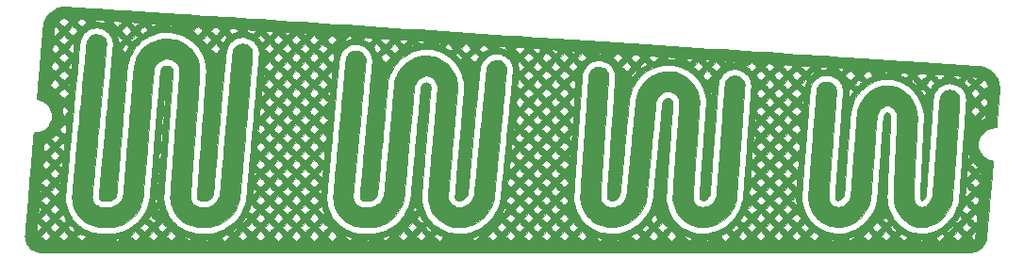
<source format=gbr>
G04 #@! TF.FileFunction,Copper,L1,Top,Signal*
%FSLAX46Y46*%
G04 Gerber Fmt 4.6, Leading zero omitted, Abs format (unit mm)*
G04 Created by KiCad (PCBNEW (2015-07-06 BZR 5889)-product) date Wed 26 Aug 2015 12:42:29 PM CEST*
%MOMM*%
G01*
G04 APERTURE LIST*
%ADD10C,0.100000*%
%ADD11C,0.800000*%
G04 APERTURE END LIST*
D10*
G36*
X87757470Y14955245D02*
X87756144Y14919208D01*
X87752247Y14852844D01*
X87746008Y14758983D01*
X87737653Y14640456D01*
X87727409Y14500094D01*
X87715503Y14340730D01*
X87702163Y14165192D01*
X87687614Y13976314D01*
X87672085Y13776925D01*
X87655801Y13569857D01*
X87638991Y13357941D01*
X87621882Y13144008D01*
X87604699Y12930889D01*
X87587670Y12721416D01*
X87571023Y12518419D01*
X87554984Y12324729D01*
X87539780Y12143177D01*
X87525639Y11976595D01*
X87512787Y11827814D01*
X87501451Y11699665D01*
X87491858Y11594978D01*
X87484235Y11516585D01*
X87478810Y11467317D01*
X87476595Y11452373D01*
X87471121Y11435006D01*
X87459118Y11423917D01*
X87434093Y11417702D01*
X87389551Y11414959D01*
X87319001Y11414284D01*
X87300295Y11414273D01*
X87090723Y11399233D01*
X86892990Y11353427D01*
X86723221Y11284185D01*
X86723221Y15198874D01*
X86698136Y15283540D01*
X86678178Y15329090D01*
X86642336Y15391451D01*
X86595813Y15463303D01*
X86543808Y15537328D01*
X86491524Y15606206D01*
X86444162Y15662618D01*
X86406924Y15699245D01*
X86398365Y15705367D01*
X86384384Y15708826D01*
X86364898Y15702073D01*
X86336366Y15682273D01*
X86295248Y15646593D01*
X86238002Y15592199D01*
X86161089Y15516256D01*
X86157055Y15512233D01*
X85945277Y15300963D01*
X86160942Y15084818D01*
X86230406Y15015676D01*
X86291581Y14955693D01*
X86340508Y14908673D01*
X86373233Y14878422D01*
X86385635Y14868674D01*
X86400208Y14880021D01*
X86433930Y14911150D01*
X86482211Y14957685D01*
X86540461Y15015256D01*
X86558943Y15033774D01*
X86723221Y15198874D01*
X86723221Y11284185D01*
X86702730Y11275827D01*
X86694532Y11271702D01*
X86674607Y11260409D01*
X86674607Y13859719D01*
X86534135Y14000192D01*
X86393663Y14140664D01*
X86173957Y13920469D01*
X86029971Y13776163D01*
X86029971Y14505087D01*
X85861542Y14673142D01*
X85861542Y15943940D01*
X85797585Y15955951D01*
X85757067Y15961519D01*
X85695934Y15967470D01*
X85621060Y15973405D01*
X85539317Y15978925D01*
X85457577Y15983631D01*
X85382712Y15987125D01*
X85321596Y15989009D01*
X85281100Y15988882D01*
X85267962Y15986681D01*
X85279237Y15972295D01*
X85310088Y15938768D01*
X85356052Y15890816D01*
X85412667Y15833156D01*
X85424251Y15821501D01*
X85580540Y15664559D01*
X85721041Y15804250D01*
X85861542Y15943940D01*
X85861542Y14673142D01*
X85809843Y14724726D01*
X85589716Y14944364D01*
X85385908Y14741419D01*
X85310411Y14665544D01*
X85256337Y14609047D01*
X85224987Y14573053D01*
X85224987Y15309094D01*
X85005483Y15529085D01*
X84785980Y15749077D01*
X84654943Y15618808D01*
X84523905Y15488538D01*
X84656109Y15360639D01*
X84720722Y15295417D01*
X84784947Y15226003D01*
X84839108Y15163041D01*
X84860839Y15135374D01*
X84897832Y15087630D01*
X84927463Y15052909D01*
X84943797Y15038123D01*
X84944427Y15038007D01*
X84960082Y15049317D01*
X84994173Y15080012D01*
X85041482Y15125241D01*
X85090238Y15173550D01*
X85224987Y15309094D01*
X85224987Y14573053D01*
X85220562Y14567972D01*
X85199964Y14538366D01*
X85191419Y14516273D01*
X85191801Y14497739D01*
X85192160Y14496140D01*
X85205761Y14474040D01*
X85237961Y14433915D01*
X85283975Y14380861D01*
X85339018Y14319975D01*
X85398305Y14256353D01*
X85457050Y14195090D01*
X85510468Y14141283D01*
X85553774Y14100028D01*
X85582183Y14076422D01*
X85589663Y14072807D01*
X85603921Y14084215D01*
X85638032Y14115903D01*
X85688042Y14164064D01*
X85749994Y14224893D01*
X85814311Y14288947D01*
X86029971Y14505087D01*
X86029971Y13776163D01*
X85954250Y13700273D01*
X86174139Y13479677D01*
X86394029Y13259080D01*
X86522755Y13390777D01*
X86651481Y13522473D01*
X86663044Y13691096D01*
X86674607Y13859719D01*
X86674607Y11260409D01*
X86548078Y11188693D01*
X86548078Y12356509D01*
X86532138Y12387256D01*
X86495240Y12429891D01*
X86476076Y12449422D01*
X86393583Y12531916D01*
X86174962Y12312810D01*
X86095167Y12231947D01*
X86037557Y12171183D01*
X86029971Y12162441D01*
X86029971Y12896420D01*
X85809855Y13116047D01*
X85589740Y13335674D01*
X85405026Y13151533D01*
X85321269Y13067460D01*
X85260962Y13001784D01*
X85223956Y12948611D01*
X85210102Y12902045D01*
X85219252Y12856194D01*
X85251256Y12805164D01*
X85305965Y12743060D01*
X85383230Y12663988D01*
X85392468Y12654640D01*
X85457061Y12589806D01*
X85513248Y12534442D01*
X85556799Y12492634D01*
X85583482Y12468470D01*
X85589663Y12464140D01*
X85603921Y12475548D01*
X85638032Y12507236D01*
X85688042Y12555397D01*
X85749994Y12616227D01*
X85814311Y12680280D01*
X86029971Y12896420D01*
X86029971Y12162441D01*
X85999610Y12127450D01*
X85978803Y12097684D01*
X85972616Y12078820D01*
X85975589Y12070512D01*
X85987772Y12064091D01*
X86010202Y12066326D01*
X86047132Y12078822D01*
X86102813Y12103186D01*
X86181497Y12141022D01*
X86241931Y12171064D01*
X86326621Y12212789D01*
X86401742Y12248509D01*
X86461663Y12275646D01*
X86500750Y12291625D01*
X86512353Y12294807D01*
X86535340Y12308958D01*
X86547125Y12330868D01*
X86548078Y12356509D01*
X86548078Y11188693D01*
X86522028Y11173928D01*
X86373387Y11066051D01*
X86244795Y10943675D01*
X86132436Y10802408D01*
X86032495Y10637854D01*
X85941158Y10445620D01*
X85908827Y10366718D01*
X85856826Y10193700D01*
X85830575Y10008641D01*
X85829359Y9818126D01*
X85852466Y9628738D01*
X85899183Y9447061D01*
X85968796Y9279678D01*
X86039328Y9162140D01*
X86165977Y8992678D01*
X86288914Y8852339D01*
X86413203Y8737536D01*
X86543907Y8644683D01*
X86686090Y8570192D01*
X86844815Y8510476D01*
X87025146Y8461949D01*
X87029029Y8461064D01*
X87189895Y8424477D01*
X87185307Y8357275D01*
X87182368Y8319142D01*
X87176665Y8249967D01*
X87168371Y8151714D01*
X87157659Y8026347D01*
X87144702Y7875829D01*
X87129674Y7702125D01*
X87112748Y7507199D01*
X87094098Y7293013D01*
X87073895Y7061532D01*
X87052314Y6814719D01*
X87029529Y6554539D01*
X87005711Y6282955D01*
X86981035Y6001930D01*
X86955673Y5713429D01*
X86929799Y5419416D01*
X86903587Y5121853D01*
X86877209Y4822705D01*
X86850838Y4523935D01*
X86824648Y4227508D01*
X86798813Y3935387D01*
X86773504Y3649536D01*
X86748897Y3371918D01*
X86725163Y3104498D01*
X86702476Y2849239D01*
X86681010Y2608104D01*
X86660937Y2383059D01*
X86642431Y2176065D01*
X86625664Y1989088D01*
X86610812Y1824090D01*
X86598045Y1683037D01*
X86587539Y1567890D01*
X86579466Y1480615D01*
X86573998Y1423174D01*
X86571327Y1397649D01*
X86560895Y1334910D01*
X86545694Y1275827D01*
X86522724Y1212033D01*
X86488991Y1135166D01*
X86443535Y1040980D01*
X86364185Y892143D01*
X86286915Y770104D01*
X86235024Y702313D01*
X86193535Y655293D01*
X86153477Y615957D01*
X86108403Y579503D01*
X86101994Y575154D01*
X86101994Y7426474D01*
X86023694Y7351029D01*
X85945393Y7275585D01*
X85999466Y7219796D01*
X86041581Y7179953D01*
X86066875Y7166534D01*
X86078753Y7178797D01*
X86080909Y7202107D01*
X86082864Y7240429D01*
X86087706Y7296825D01*
X86091525Y7333340D01*
X86101994Y7426474D01*
X86101994Y575154D01*
X86051863Y541133D01*
X86013029Y517616D01*
X86013029Y6478207D01*
X86001576Y6495279D01*
X85969798Y6531865D01*
X85921569Y6583781D01*
X85860761Y6646847D01*
X85841999Y6665787D01*
X85841999Y7898126D01*
X85745480Y7969860D01*
X85692948Y8013983D01*
X85628968Y8075224D01*
X85563105Y8144141D01*
X85523753Y8188655D01*
X85456948Y8267120D01*
X85456948Y11587013D01*
X85442649Y11575038D01*
X85407641Y11541574D01*
X85350505Y11485656D01*
X85321930Y11457566D01*
X85251519Y11386998D01*
X85224688Y11358121D01*
X85224688Y12091607D01*
X85187058Y12129236D01*
X85149429Y12166866D01*
X85149429Y12091607D01*
X85149429Y12016348D01*
X85187058Y12053977D01*
X85224688Y12091607D01*
X85224688Y11358121D01*
X85203841Y11335683D01*
X85176303Y11300388D01*
X85166311Y11277881D01*
X85169079Y11267066D01*
X85188291Y11249176D01*
X85205467Y11251759D01*
X85226881Y11278510D01*
X85247566Y11313265D01*
X85276479Y11357480D01*
X85320063Y11416692D01*
X85370560Y11480517D01*
X85389790Y11503634D01*
X85429099Y11550347D01*
X85451959Y11578461D01*
X85456948Y11587013D01*
X85456948Y8267120D01*
X85398544Y8335716D01*
X85269944Y8207116D01*
X85141343Y8078515D01*
X85360976Y7858392D01*
X85580610Y7638270D01*
X85711304Y7768198D01*
X85841999Y7898126D01*
X85841999Y6665787D01*
X85801357Y6706812D01*
X85589685Y6917975D01*
X85369552Y6698331D01*
X85225455Y6554554D01*
X85225455Y7282526D01*
X85074774Y7433207D01*
X85074774Y8772674D01*
X85053755Y8833741D01*
X85028773Y8903318D01*
X85002676Y8973856D01*
X84978310Y9037809D01*
X84958523Y9087629D01*
X84946161Y9115767D01*
X84944085Y9119128D01*
X84939260Y9107403D01*
X84933581Y9068002D01*
X84927754Y9007083D01*
X84922482Y8930800D01*
X84922424Y8929797D01*
X84916875Y8841173D01*
X84910797Y8755890D01*
X84905005Y8684845D01*
X84901137Y8645674D01*
X84891385Y8561007D01*
X84987311Y8654140D01*
X85037747Y8707353D01*
X85067929Y8748546D01*
X85074774Y8772674D01*
X85074774Y7433207D01*
X85035700Y7472280D01*
X84970855Y7536149D01*
X84914496Y7589809D01*
X84870826Y7629408D01*
X84844044Y7651093D01*
X84837746Y7653835D01*
X84834311Y7635546D01*
X84829059Y7589327D01*
X84822457Y7521036D01*
X84814971Y7436533D01*
X84807067Y7341677D01*
X84799211Y7242327D01*
X84791871Y7144343D01*
X84785512Y7053584D01*
X84780602Y6975909D01*
X84777606Y6917176D01*
X84776895Y6889415D01*
X84777719Y6870896D01*
X84782310Y6861261D01*
X84793844Y6862900D01*
X84815498Y6878207D01*
X84850451Y6909571D01*
X84901878Y6959386D01*
X84972958Y7030042D01*
X85001175Y7058246D01*
X85225455Y7282526D01*
X85225455Y6554554D01*
X85149420Y6478687D01*
X85365080Y6262547D01*
X85434505Y6193415D01*
X85495589Y6133438D01*
X85544389Y6086421D01*
X85576958Y6056166D01*
X85589206Y6046407D01*
X85603362Y6057775D01*
X85637343Y6089297D01*
X85687110Y6137101D01*
X85748623Y6197313D01*
X85805351Y6253586D01*
X85873199Y6322233D01*
X85931759Y6383318D01*
X85977120Y6432611D01*
X86005371Y6465883D01*
X86013029Y6478207D01*
X86013029Y517616D01*
X85977409Y496044D01*
X85892575Y447348D01*
X85890207Y446066D01*
X85890207Y5005007D01*
X85740016Y5157227D01*
X85589825Y5309448D01*
X85369622Y5089734D01*
X85225304Y4945736D01*
X85225304Y5673709D01*
X85005647Y5893854D01*
X84785991Y6113999D01*
X84770752Y6098328D01*
X84770752Y13979363D01*
X84770447Y13996607D01*
X84756660Y14136329D01*
X84730575Y14263993D01*
X84688891Y14391944D01*
X84628306Y14532525D01*
X84625496Y14538474D01*
X84514379Y14734814D01*
X84378071Y14908927D01*
X84374440Y14912345D01*
X84374440Y16050173D01*
X84258168Y16060326D01*
X84169556Y16067605D01*
X84070768Y16074960D01*
X83967414Y16082061D01*
X83865101Y16088577D01*
X83769439Y16094178D01*
X83686037Y16098531D01*
X83620503Y16101307D01*
X83578445Y16102175D01*
X83565373Y16101196D01*
X83573809Y16087338D01*
X83601850Y16055099D01*
X83644790Y16009677D01*
X83684552Y15969482D01*
X83750047Y15906990D01*
X83803812Y15863356D01*
X83856013Y15831595D01*
X83916811Y15804727D01*
X83933824Y15798226D01*
X83993296Y15776176D01*
X84039578Y15759445D01*
X84064332Y15751035D01*
X84066048Y15750602D01*
X84080645Y15761378D01*
X84114129Y15791805D01*
X84161677Y15837351D01*
X84218468Y15893484D01*
X84224654Y15899690D01*
X84374440Y16050173D01*
X84374440Y14912345D01*
X84217749Y15059836D01*
X84034591Y15186566D01*
X83829773Y15288142D01*
X83642362Y15353166D01*
X83489253Y15385597D01*
X83322728Y15401235D01*
X83155335Y15399783D01*
X82999623Y15380942D01*
X82948095Y15369658D01*
X82802685Y15321775D01*
X82802685Y16114772D01*
X82797121Y16127229D01*
X82793465Y16131228D01*
X82776975Y16141095D01*
X82746164Y16149768D01*
X82697108Y16157767D01*
X82625881Y16165612D01*
X82528560Y16173823D01*
X82405046Y16182659D01*
X82043562Y16207155D01*
X81992357Y16155951D01*
X81941152Y16104746D01*
X82144057Y15900979D01*
X82219940Y15825476D01*
X82276448Y15771399D01*
X82317535Y15735625D01*
X82347153Y15715029D01*
X82369258Y15706488D01*
X82387803Y15706878D01*
X82389295Y15707212D01*
X82415382Y15722239D01*
X82459923Y15757239D01*
X82517831Y15807839D01*
X82584018Y15869664D01*
X82626014Y15910752D01*
X82698348Y15983271D01*
X82749262Y16036087D01*
X82781676Y16073046D01*
X82798510Y16097993D01*
X82802685Y16114772D01*
X82802685Y15321775D01*
X82737698Y15300374D01*
X82541628Y15203092D01*
X82362467Y15080569D01*
X82202795Y14935563D01*
X82065192Y14770828D01*
X81952238Y14589124D01*
X81924800Y14526416D01*
X81924800Y15393016D01*
X81750618Y15566605D01*
X81576437Y15740193D01*
X81356338Y15520583D01*
X81212147Y15376712D01*
X81212147Y16104685D01*
X81127621Y16187863D01*
X81043095Y16271040D01*
X80789095Y16288687D01*
X80535095Y16306333D01*
X80433702Y16205608D01*
X80332309Y16104882D01*
X80552073Y15884629D01*
X80771837Y15664376D01*
X80991992Y15884530D01*
X81212147Y16104685D01*
X81212147Y15376712D01*
X81136239Y15300972D01*
X81334935Y15101756D01*
X81401077Y15035620D01*
X81458271Y14978770D01*
X81502517Y14935154D01*
X81529817Y14908719D01*
X81536749Y14902540D01*
X81546504Y14915541D01*
X81567458Y14948323D01*
X81578308Y14966040D01*
X81636279Y15053026D01*
X81710212Y15151056D01*
X81790990Y15248413D01*
X81841559Y15304411D01*
X81924800Y15393016D01*
X81924800Y14526416D01*
X81866515Y14393206D01*
X81810602Y14185830D01*
X81803859Y14147228D01*
X81800269Y14115611D01*
X81794369Y14051705D01*
X81786273Y13957003D01*
X81776095Y13832995D01*
X81763946Y13681174D01*
X81749941Y13503030D01*
X81734191Y13300055D01*
X81716811Y13073742D01*
X81697913Y12825581D01*
X81677610Y12557063D01*
X81656014Y12269681D01*
X81633240Y11964927D01*
X81609400Y11644290D01*
X81584607Y11309264D01*
X81558973Y10961339D01*
X81532613Y10602008D01*
X81505638Y10232761D01*
X81478162Y9855091D01*
X81465362Y9678607D01*
X81437796Y9298923D01*
X81410736Y8927685D01*
X81384293Y8566339D01*
X81358575Y8216334D01*
X81333692Y7879116D01*
X81309754Y7556131D01*
X81286870Y7248827D01*
X81265150Y6958651D01*
X81264296Y6947308D01*
X81264296Y13792572D01*
X81261622Y13808999D01*
X81248782Y13802991D01*
X81237760Y13793345D01*
X81217355Y13766733D01*
X81218291Y13733999D01*
X81224218Y13714953D01*
X81237029Y13681396D01*
X81245362Y13673886D01*
X81251902Y13694952D01*
X81259332Y13747124D01*
X81259465Y13748168D01*
X81264296Y13792572D01*
X81264296Y6947308D01*
X81244702Y6687049D01*
X81225637Y6435468D01*
X81211694Y6252890D01*
X81211694Y14496386D01*
X80992404Y14716164D01*
X80773114Y14935942D01*
X80709138Y14873471D01*
X80673118Y14835989D01*
X80649914Y14807405D01*
X80645162Y14797778D01*
X80654412Y14778973D01*
X80679169Y14739787D01*
X80714944Y14687171D01*
X80734062Y14660097D01*
X80787561Y14582181D01*
X80845246Y14493475D01*
X80895362Y14412096D01*
X80899057Y14405822D01*
X80933816Y14348145D01*
X80962449Y14303631D01*
X80980608Y14278909D01*
X80984213Y14276007D01*
X80999326Y14287245D01*
X81032266Y14317366D01*
X81077245Y14360974D01*
X81102484Y14386197D01*
X81211694Y14496386D01*
X81211694Y6252890D01*
X81208064Y6205356D01*
X81192093Y5998158D01*
X81177832Y5815323D01*
X81165391Y5658297D01*
X81154880Y5528527D01*
X81146409Y5427460D01*
X81140086Y5356542D01*
X81136021Y5317221D01*
X81134854Y5309807D01*
X81101991Y5219833D01*
X81055483Y5130089D01*
X80999792Y5046147D01*
X80939378Y4973576D01*
X80878702Y4917947D01*
X80822225Y4884828D01*
X80789041Y4878007D01*
X80762967Y4884651D01*
X80738766Y4908813D01*
X80710729Y4956840D01*
X80701441Y4975373D01*
X80678158Y5027424D01*
X80663236Y5076111D01*
X80654482Y5132487D01*
X80649703Y5207605D01*
X80648511Y5242073D01*
X80648827Y5276027D01*
X80650768Y5342069D01*
X80654256Y5438463D01*
X80659212Y5563474D01*
X80665556Y5715367D01*
X80673210Y5892406D01*
X80682093Y6092856D01*
X80692128Y6314980D01*
X80703235Y6557044D01*
X80715335Y6817312D01*
X80728349Y7094048D01*
X80742197Y7385516D01*
X80756800Y7689983D01*
X80772081Y8005710D01*
X80787958Y8330965D01*
X80804354Y8664009D01*
X80806378Y8704940D01*
X80826913Y9120394D01*
X80845785Y9503469D01*
X80863053Y9855611D01*
X80878772Y10178265D01*
X80892999Y10472876D01*
X80905789Y10740888D01*
X80917201Y10983748D01*
X80927290Y11202899D01*
X80936112Y11399787D01*
X80943724Y11575856D01*
X80950183Y11732552D01*
X80955545Y11871320D01*
X80959866Y11993604D01*
X80963204Y12100850D01*
X80965613Y12194502D01*
X80967152Y12276006D01*
X80967876Y12346807D01*
X80967841Y12408348D01*
X80967105Y12462076D01*
X80965724Y12509436D01*
X80963754Y12551872D01*
X80961251Y12590829D01*
X80959235Y12616540D01*
X80915406Y12941222D01*
X80839458Y13263171D01*
X80733129Y13578920D01*
X80598158Y13884999D01*
X80436285Y14177939D01*
X80408940Y14218339D01*
X80408940Y15299469D01*
X80188747Y15519662D01*
X79968554Y15739855D01*
X79900458Y15673361D01*
X79863202Y15635101D01*
X79838467Y15606097D01*
X79832362Y15595405D01*
X79844832Y15580087D01*
X79877460Y15551149D01*
X79921262Y15516345D01*
X79972207Y15475861D01*
X80038214Y15420964D01*
X80109301Y15360043D01*
X80154095Y15320661D01*
X80298029Y15192575D01*
X80353484Y15246022D01*
X80408940Y15299469D01*
X80408940Y14218339D01*
X80249247Y14454272D01*
X80038785Y14710529D01*
X79806636Y14943241D01*
X79781562Y14965735D01*
X79603488Y15108910D01*
X79603488Y16104825D01*
X79463846Y16244516D01*
X79324205Y16384207D01*
X79171464Y16392673D01*
X79018722Y16401140D01*
X78888811Y16270415D01*
X78837005Y16217009D01*
X78796452Y16172747D01*
X78771711Y16142771D01*
X78766465Y16132414D01*
X78784518Y16123861D01*
X78827453Y16106402D01*
X78888352Y16082787D01*
X78943362Y16062054D01*
X79031956Y16027258D01*
X79125668Y15987556D01*
X79209346Y15949465D01*
X79239695Y15934584D01*
X79366695Y15870198D01*
X79485091Y15987511D01*
X79603488Y16104825D01*
X79603488Y15108910D01*
X79525200Y15171854D01*
X79254780Y15348661D01*
X78972443Y15495857D01*
X78680333Y15613144D01*
X78380593Y15700222D01*
X78075365Y15756791D01*
X77807768Y15779133D01*
X77807768Y16291073D01*
X77707229Y16392673D01*
X77646501Y16450639D01*
X77598655Y16483720D01*
X77556431Y16491656D01*
X77512566Y16474191D01*
X77459801Y16431067D01*
X77410406Y16382126D01*
X77300829Y16269979D01*
X77383625Y16280526D01*
X77437667Y16285173D01*
X77512989Y16288775D01*
X77597010Y16290808D01*
X77637095Y16291073D01*
X77807768Y16291073D01*
X77807768Y15779133D01*
X77766791Y15782554D01*
X77457016Y15777210D01*
X77148180Y15740461D01*
X76842429Y15672007D01*
X76838304Y15670629D01*
X76838304Y16536607D01*
X76764766Y16545439D01*
X76718517Y16549845D01*
X76688724Y16550532D01*
X76684106Y16549605D01*
X76689509Y16535709D01*
X76712060Y16507692D01*
X76716780Y16502578D01*
X76756577Y16460217D01*
X76797440Y16498412D01*
X76838304Y16536607D01*
X76838304Y15670629D01*
X76541903Y15571550D01*
X76385141Y15501599D01*
X76385141Y16096925D01*
X76380583Y16113348D01*
X76364035Y16137447D01*
X76332766Y16172927D01*
X76284042Y16223498D01*
X76215130Y16292867D01*
X76182791Y16325218D01*
X75962771Y16545238D01*
X75743098Y16325077D01*
X75523426Y16104916D01*
X75675174Y15952461D01*
X75732931Y15894991D01*
X75781783Y15847429D01*
X75816984Y15814320D01*
X75833787Y15800209D01*
X75834373Y15800007D01*
X75851869Y15807685D01*
X75889993Y15827679D01*
X75933617Y15851812D01*
X75991454Y15882345D01*
X76067480Y15919619D01*
X76148643Y15957310D01*
X76180519Y15971478D01*
X76250724Y16003988D01*
X76312010Y16035620D01*
X76355644Y16061712D01*
X76369220Y16072269D01*
X76380442Y16084467D01*
X76385141Y16096925D01*
X76385141Y15501599D01*
X76279663Y15454532D01*
X75983737Y15287275D01*
X75707680Y15093503D01*
X75452823Y14875043D01*
X75397609Y14817691D01*
X75397609Y15501601D01*
X75310106Y15589104D01*
X75310106Y16636117D01*
X75291126Y16640222D01*
X75245915Y16645604D01*
X75182046Y16651446D01*
X75133362Y16655157D01*
X74964029Y16667111D01*
X75056583Y16572225D01*
X75101373Y16527497D01*
X75137005Y16494118D01*
X75157118Y16477989D01*
X75158891Y16477340D01*
X75174920Y16488500D01*
X75206986Y16517579D01*
X75243080Y16553185D01*
X75280500Y16593437D01*
X75304587Y16623520D01*
X75310106Y16636117D01*
X75310106Y15589104D01*
X75278234Y15620976D01*
X75158860Y15740350D01*
X74938783Y15520761D01*
X74794371Y15376670D01*
X74794371Y16104642D01*
X74574562Y16324940D01*
X74354753Y16545238D01*
X74134620Y16325105D01*
X73914486Y16104971D01*
X74134295Y15884673D01*
X74354104Y15664376D01*
X74574237Y15884509D01*
X74794371Y16104642D01*
X74794371Y15376670D01*
X74718706Y15301172D01*
X74823945Y15194990D01*
X74871003Y15147763D01*
X74907780Y15111336D01*
X74928762Y15091146D01*
X74931580Y15088807D01*
X74943957Y15099768D01*
X74975663Y15129474D01*
X75021651Y15173163D01*
X75067536Y15217098D01*
X75135288Y15280556D01*
X75206845Y15344935D01*
X75271259Y15400490D01*
X75299352Y15423495D01*
X75397609Y15501601D01*
X75397609Y14817691D01*
X75220501Y14633724D01*
X75012046Y14371373D01*
X74828790Y14089818D01*
X74672067Y13790888D01*
X74604285Y13625468D01*
X74604285Y14685725D01*
X74479888Y14810958D01*
X74355490Y14936191D01*
X74281735Y14864332D01*
X74240335Y14821420D01*
X74219635Y14789973D01*
X74214452Y14759616D01*
X74217054Y14734885D01*
X74219195Y14696531D01*
X74218564Y14632829D01*
X74215401Y14552160D01*
X74209943Y14462907D01*
X74208925Y14449088D01*
X74202214Y14357235D01*
X74198634Y14292883D01*
X74198666Y14249771D01*
X74202789Y14221637D01*
X74211481Y14202219D01*
X74225222Y14185257D01*
X74229460Y14180711D01*
X74256350Y14153242D01*
X74270835Y14140629D01*
X74271183Y14140540D01*
X74280490Y14154319D01*
X74302010Y14191176D01*
X74331865Y14244389D01*
X74346927Y14271774D01*
X74390842Y14348833D01*
X74444216Y14437797D01*
X74497368Y14522633D01*
X74511486Y14544366D01*
X74604285Y14685725D01*
X74604285Y13625468D01*
X74543208Y13476411D01*
X74443546Y13148214D01*
X74381203Y12850397D01*
X74375136Y12803991D01*
X74366768Y12723823D01*
X74356099Y12609918D01*
X74343133Y12462301D01*
X74327871Y12280997D01*
X74310315Y12066032D01*
X74290467Y11817432D01*
X74268330Y11535222D01*
X74243905Y11219427D01*
X74217195Y10870073D01*
X74188201Y10487186D01*
X74156925Y10070790D01*
X74123369Y9620912D01*
X74087536Y9137576D01*
X74083720Y9085940D01*
X74058179Y8740552D01*
X74033215Y8403453D01*
X74008949Y8076257D01*
X73985502Y7760575D01*
X73962993Y7458018D01*
X73941546Y7170198D01*
X73921279Y6898728D01*
X73902314Y6645218D01*
X73884771Y6411280D01*
X73868773Y6198527D01*
X73854438Y6008570D01*
X73841889Y5843020D01*
X73831246Y5703489D01*
X73824205Y5612055D01*
X73824205Y16743752D01*
X73598250Y16754993D01*
X73507454Y16759973D01*
X73422780Y16765450D01*
X73353160Y16770791D01*
X73307528Y16775365D01*
X73304562Y16775765D01*
X73236829Y16785295D01*
X73388875Y16631318D01*
X73446746Y16573402D01*
X73495972Y16525434D01*
X73531780Y16491973D01*
X73549397Y16477575D01*
X73550139Y16477340D01*
X73565064Y16488628D01*
X73598484Y16519235D01*
X73645208Y16564279D01*
X73691781Y16610546D01*
X73824205Y16743752D01*
X73824205Y5612055D01*
X73822629Y5591589D01*
X73816160Y5508932D01*
X73811960Y5457130D01*
X73810302Y5438874D01*
X73781295Y5319874D01*
X73725456Y5202668D01*
X73648336Y5094465D01*
X73555487Y5002475D01*
X73452458Y4933908D01*
X73405470Y4913069D01*
X73294677Y4884286D01*
X73198214Y4884982D01*
X73118026Y4914047D01*
X73056060Y4970372D01*
X73014260Y5052848D01*
X72995658Y5146659D01*
X72996355Y5169996D01*
X72999607Y5225711D01*
X73005309Y5312422D01*
X73013357Y5428743D01*
X73023647Y5573292D01*
X73036075Y5744685D01*
X73050537Y5941538D01*
X73066928Y6162468D01*
X73085144Y6406091D01*
X73105081Y6671023D01*
X73126634Y6955881D01*
X73149700Y7259281D01*
X73174174Y7579839D01*
X73199952Y7916172D01*
X73226930Y8266897D01*
X73255003Y8630628D01*
X73284068Y9005984D01*
X73314019Y9391580D01*
X73344753Y9786033D01*
X73356198Y9932607D01*
X73393187Y10406211D01*
X73427606Y10847251D01*
X73459542Y11256925D01*
X73489080Y11636433D01*
X73516307Y11986973D01*
X73541307Y12309743D01*
X73564168Y12605941D01*
X73584975Y12876767D01*
X73603815Y13123419D01*
X73620772Y13347095D01*
X73635934Y13548993D01*
X73649386Y13730313D01*
X73661214Y13892253D01*
X73671505Y14036012D01*
X73680343Y14162787D01*
X73687816Y14273778D01*
X73694009Y14370183D01*
X73699008Y14453200D01*
X73702899Y14524028D01*
X73705769Y14583866D01*
X73707702Y14633912D01*
X73708786Y14675364D01*
X73709105Y14709421D01*
X73708747Y14737283D01*
X73707797Y14760146D01*
X73706341Y14779210D01*
X73704876Y14792474D01*
X73688503Y14912506D01*
X73671418Y15008484D01*
X73650838Y15090157D01*
X73623985Y15167273D01*
X73588075Y15249582D01*
X73555131Y15317371D01*
X73496775Y15424411D01*
X73433328Y15518171D01*
X73356728Y15609388D01*
X73267604Y15700397D01*
X73107815Y15841254D01*
X72947527Y15951978D01*
X72780174Y16035756D01*
X72599192Y16095773D01*
X72398016Y16135217D01*
X72361750Y16140054D01*
X72282910Y16143252D01*
X72282910Y16824810D01*
X72279446Y16838943D01*
X72278893Y16839127D01*
X72256050Y16842112D01*
X72205718Y16846499D01*
X72134225Y16851885D01*
X72047901Y16857873D01*
X71953074Y16864060D01*
X71856073Y16870048D01*
X71763228Y16875435D01*
X71680868Y16879823D01*
X71615321Y16882809D01*
X71572917Y16883995D01*
X71569292Y16883996D01*
X71553617Y16881442D01*
X71551357Y16871466D01*
X71565141Y16850202D01*
X71597601Y16813786D01*
X71651368Y16758352D01*
X71662426Y16747153D01*
X71721340Y16688165D01*
X71762728Y16649603D01*
X71792670Y16627611D01*
X71817248Y16618331D01*
X71842543Y16617907D01*
X71862070Y16620525D01*
X71916581Y16628050D01*
X71985369Y16636402D01*
X72025751Y16640843D01*
X72079365Y16648237D01*
X72118592Y16660960D01*
X72154783Y16685080D01*
X72199290Y16726664D01*
X72213974Y16741439D01*
X72261392Y16792771D01*
X72282910Y16824810D01*
X72282910Y16143252D01*
X72185023Y16147222D01*
X71997658Y16127498D01*
X71807179Y16082573D01*
X71621114Y16014139D01*
X71475762Y15940893D01*
X71355096Y15865996D01*
X71264931Y15797292D01*
X71264931Y16415790D01*
X71201456Y16480794D01*
X71137980Y16545799D01*
X70918287Y16326106D01*
X70840976Y16248592D01*
X70784886Y16191248D01*
X70763059Y16167521D01*
X70763059Y16913829D01*
X70759944Y16920531D01*
X70734851Y16929278D01*
X70677367Y16938589D01*
X70588960Y16948297D01*
X70471099Y16958233D01*
X70365278Y16965667D01*
X69991237Y16990179D01*
X69946414Y16945356D01*
X69901591Y16900533D01*
X70121247Y16680388D01*
X70340904Y16460242D01*
X70560736Y16680074D01*
X70641077Y16761339D01*
X70699062Y16822429D01*
X70737109Y16866262D01*
X70757636Y16895756D01*
X70763059Y16913829D01*
X70763059Y16167521D01*
X70747252Y16150337D01*
X70725305Y16122121D01*
X70716281Y16102865D01*
X70717411Y16088830D01*
X70725930Y16076281D01*
X70729969Y16071743D01*
X70755488Y16046352D01*
X70769262Y16037073D01*
X70784346Y16047856D01*
X70817858Y16076652D01*
X70863689Y16118138D01*
X70884578Y16137540D01*
X70951494Y16195520D01*
X71032357Y16258926D01*
X71111963Y16315952D01*
X71128454Y16326898D01*
X71264931Y16415790D01*
X71264931Y15797292D01*
X71255067Y15789775D01*
X71164276Y15702433D01*
X71071322Y15594174D01*
X71069207Y15591534D01*
X70938605Y15405295D01*
X70837980Y15211407D01*
X70768746Y15012977D01*
X70738529Y14864850D01*
X70734822Y14830966D01*
X70728712Y14765136D01*
X70720328Y14669040D01*
X70709801Y14544358D01*
X70697258Y14392771D01*
X70682831Y14215959D01*
X70666647Y14015604D01*
X70648836Y13793386D01*
X70629528Y13550985D01*
X70608852Y13290082D01*
X70586938Y13012357D01*
X70563914Y12719492D01*
X70539911Y12413166D01*
X70515057Y12095061D01*
X70489481Y11766857D01*
X70464727Y11448412D01*
X70464727Y15627219D01*
X70402502Y15687981D01*
X70340276Y15748742D01*
X70120900Y15528878D01*
X69985304Y15392981D01*
X69985304Y16104642D01*
X69765495Y16324940D01*
X69545686Y16545238D01*
X69325553Y16325105D01*
X69181771Y16181323D01*
X69181771Y16910088D01*
X69109567Y16980496D01*
X69037362Y17050904D01*
X68760192Y17070598D01*
X68483022Y17090293D01*
X68391719Y17000125D01*
X68300417Y16909957D01*
X68516245Y16693648D01*
X68585732Y16624480D01*
X68646923Y16564468D01*
X68695864Y16517416D01*
X68728603Y16487129D01*
X68741029Y16477340D01*
X68755275Y16488748D01*
X68789378Y16520438D01*
X68839386Y16568605D01*
X68901346Y16629446D01*
X68965878Y16693714D01*
X69181771Y16910088D01*
X69181771Y16181323D01*
X69105420Y16104971D01*
X69325229Y15884673D01*
X69545037Y15664376D01*
X69765171Y15884509D01*
X69985304Y16104642D01*
X69985304Y15392981D01*
X69901524Y15309014D01*
X70070576Y15139220D01*
X70239629Y14969425D01*
X70266197Y15084149D01*
X70285517Y15161041D01*
X70307989Y15241183D01*
X70323801Y15292007D01*
X70347169Y15356040D01*
X70378329Y15433592D01*
X70409782Y15506180D01*
X70464727Y15627219D01*
X70464727Y11448412D01*
X70463314Y11430234D01*
X70436685Y11086873D01*
X70409722Y10738455D01*
X70382556Y10386660D01*
X70355316Y10033169D01*
X70328130Y9679662D01*
X70301129Y9327821D01*
X70274441Y8979325D01*
X70248197Y8635855D01*
X70222525Y8299092D01*
X70197555Y7970717D01*
X70173416Y7652409D01*
X70152117Y7370703D01*
X70152117Y13909460D01*
X70151782Y13935020D01*
X70151317Y13936562D01*
X70137664Y13928642D01*
X70105631Y13901174D01*
X70060482Y13858856D01*
X70023414Y13822434D01*
X69977171Y13776191D01*
X69977171Y14505087D01*
X69757033Y14724736D01*
X69536895Y14944385D01*
X69316757Y14724736D01*
X69181304Y14589584D01*
X69181304Y15300953D01*
X68961166Y15520602D01*
X68741029Y15740252D01*
X68520891Y15520602D01*
X68376637Y15376669D01*
X68376637Y16104642D01*
X68156829Y16324940D01*
X67937020Y16545238D01*
X67716886Y16325105D01*
X67572791Y16181010D01*
X67572791Y16909774D01*
X67441476Y17038744D01*
X67310162Y17167715D01*
X67140828Y17177275D01*
X66971495Y17186836D01*
X66831726Y17048293D01*
X66691957Y16909750D01*
X66907682Y16693545D01*
X66977151Y16624394D01*
X67038324Y16564401D01*
X67087246Y16517369D01*
X67119964Y16487104D01*
X67132362Y16477340D01*
X67146609Y16488748D01*
X67180711Y16520436D01*
X67230715Y16568599D01*
X67292666Y16629431D01*
X67357054Y16693557D01*
X67572791Y16909774D01*
X67572791Y16181010D01*
X67496753Y16104971D01*
X67716562Y15884673D01*
X67936371Y15664376D01*
X68156504Y15884509D01*
X68376637Y16104642D01*
X68376637Y15376669D01*
X68300753Y15300953D01*
X68516413Y15084813D01*
X68585872Y15015674D01*
X68647034Y14955692D01*
X68695944Y14908673D01*
X68728647Y14878422D01*
X68741029Y14868674D01*
X68755276Y14880082D01*
X68789378Y14911769D01*
X68839380Y14959929D01*
X68901327Y15020758D01*
X68965644Y15084813D01*
X69181304Y15300953D01*
X69181304Y14589584D01*
X69096620Y14505087D01*
X69312280Y14288947D01*
X69381739Y14219807D01*
X69442901Y14159825D01*
X69491811Y14112806D01*
X69524514Y14082556D01*
X69536895Y14072807D01*
X69551143Y14084215D01*
X69585244Y14115902D01*
X69635246Y14164063D01*
X69697193Y14224891D01*
X69761511Y14288947D01*
X69977171Y14505087D01*
X69977171Y13776191D01*
X69901599Y13700618D01*
X70011347Y13589732D01*
X70121095Y13478847D01*
X70139250Y13703860D01*
X70145515Y13787411D01*
X70149916Y13858101D01*
X70152117Y13909460D01*
X70152117Y7370703D01*
X70150238Y7345850D01*
X70128149Y7052720D01*
X70107280Y6774700D01*
X70087760Y6513471D01*
X70069717Y6270712D01*
X70053282Y6048104D01*
X70038583Y5847329D01*
X70025751Y5670067D01*
X70021782Y5614373D01*
X70021782Y12187589D01*
X70018196Y12195901D01*
X69995028Y12180599D01*
X69977171Y12164370D01*
X69977171Y12896420D01*
X69757033Y13116069D01*
X69536895Y13335718D01*
X69316757Y13116069D01*
X69172504Y12972136D01*
X69172504Y13700109D01*
X68952695Y13920407D01*
X68732886Y14140705D01*
X68512753Y13920571D01*
X68376637Y13784455D01*
X68376637Y14495976D01*
X68156829Y14716274D01*
X67937020Y14936571D01*
X67716886Y14716438D01*
X67572637Y14572189D01*
X67572637Y15300953D01*
X67352500Y15520602D01*
X67132362Y15740252D01*
X66912224Y15520602D01*
X66767971Y15376670D01*
X66767971Y16104642D01*
X66548162Y16324940D01*
X66328353Y16545238D01*
X66108220Y16325105D01*
X65964015Y16180900D01*
X65964015Y16909665D01*
X65781955Y17089426D01*
X65708505Y17160942D01*
X65653365Y17211613D01*
X65611583Y17245206D01*
X65578202Y17265488D01*
X65548270Y17276224D01*
X65532162Y17279325D01*
X65506211Y17282533D01*
X65484048Y17281170D01*
X65460969Y17271959D01*
X65432267Y17251623D01*
X65393236Y17216887D01*
X65339170Y17164473D01*
X65273588Y17099301D01*
X65082748Y16909140D01*
X65298988Y16694936D01*
X65368750Y16626198D01*
X65430126Y16566420D01*
X65479133Y16519424D01*
X65511787Y16489036D01*
X65523939Y16479036D01*
X65538096Y16489890D01*
X65572100Y16521078D01*
X65622007Y16568828D01*
X65683872Y16629371D01*
X65748333Y16693502D01*
X65964015Y16909665D01*
X65964015Y16180900D01*
X65888086Y16104971D01*
X66107895Y15884673D01*
X66327704Y15664376D01*
X66547837Y15884509D01*
X66767971Y16104642D01*
X66767971Y15376670D01*
X66692086Y15300953D01*
X66907746Y15084813D01*
X66977205Y15015674D01*
X67038367Y14955692D01*
X67087277Y14908673D01*
X67119981Y14878422D01*
X67132362Y14868674D01*
X67146609Y14880082D01*
X67180711Y14911769D01*
X67230713Y14959929D01*
X67292660Y15020758D01*
X67356977Y15084813D01*
X67572637Y15300953D01*
X67572637Y14572189D01*
X67496753Y14496305D01*
X67716562Y14276007D01*
X67936371Y14055709D01*
X68156504Y14275842D01*
X68376637Y14495976D01*
X68376637Y13784455D01*
X68292620Y13700438D01*
X68512429Y13480140D01*
X68732237Y13259842D01*
X68952371Y13479976D01*
X69172504Y13700109D01*
X69172504Y12972136D01*
X69096620Y12896420D01*
X69312280Y12680280D01*
X69381739Y12611140D01*
X69442901Y12551158D01*
X69491811Y12504139D01*
X69524514Y12473889D01*
X69536895Y12464140D01*
X69551143Y12475548D01*
X69585244Y12507235D01*
X69635246Y12555396D01*
X69697193Y12616224D01*
X69761511Y12680280D01*
X69977171Y12896420D01*
X69977171Y12164370D01*
X69967546Y12155622D01*
X69902557Y12092637D01*
X69942811Y12049789D01*
X69978590Y12016469D01*
X69999534Y12012052D01*
X70009145Y12038178D01*
X70011029Y12081755D01*
X70013409Y12135436D01*
X70019358Y12178668D01*
X70021782Y12187589D01*
X70021782Y5614373D01*
X70014914Y5517997D01*
X70006202Y5392802D01*
X69999744Y5296161D01*
X69995670Y5229755D01*
X69994108Y5195265D01*
X69994095Y5193652D01*
X70010670Y4864496D01*
X70059636Y4539223D01*
X70139853Y4220686D01*
X70250181Y3911736D01*
X70389483Y3615227D01*
X70556618Y3334011D01*
X70750448Y3070941D01*
X70916962Y2882756D01*
X71160551Y2651024D01*
X71418359Y2449817D01*
X71691037Y2278815D01*
X71979233Y2137701D01*
X72283599Y2026155D01*
X72604785Y1943858D01*
X72940495Y1890824D01*
X73016534Y1885808D01*
X73118181Y1884206D01*
X73237385Y1885670D01*
X73366098Y1889851D01*
X73496269Y1896399D01*
X73619850Y1904966D01*
X73728790Y1915202D01*
X73815040Y1926759D01*
X73829905Y1929394D01*
X74167937Y2009783D01*
X74492420Y2121198D01*
X74803245Y2263578D01*
X75100299Y2436862D01*
X75383472Y2640991D01*
X75652653Y2875902D01*
X75769505Y2991964D01*
X75897279Y3128471D01*
X76006405Y3256135D01*
X76105664Y3385982D01*
X76203835Y3529039D01*
X76233078Y3574140D01*
X76406961Y3876029D01*
X76552070Y4193688D01*
X76666948Y4523270D01*
X76750139Y4860929D01*
X76775748Y5007265D01*
X76779487Y5040334D01*
X76785562Y5105520D01*
X76793845Y5201164D01*
X76804208Y5325606D01*
X76816522Y5477187D01*
X76830659Y5654247D01*
X76846490Y5855127D01*
X76863886Y6078167D01*
X76882720Y6321708D01*
X76902863Y6584090D01*
X76924186Y6863654D01*
X76946560Y7158741D01*
X76969859Y7467690D01*
X76993952Y7788842D01*
X77018711Y8120538D01*
X77044009Y8461119D01*
X77063294Y8721874D01*
X77088776Y9066820D01*
X77113677Y9403459D01*
X77137879Y9730179D01*
X77161259Y10045366D01*
X77183697Y10347408D01*
X77205073Y10634692D01*
X77225265Y10905606D01*
X77244154Y11158538D01*
X77261618Y11391873D01*
X77277537Y11604001D01*
X77291790Y11793308D01*
X77304257Y11958181D01*
X77314817Y12097009D01*
X77323348Y12208178D01*
X77329731Y12290076D01*
X77333845Y12341090D01*
X77335415Y12358521D01*
X77349461Y12422969D01*
X77375990Y12500551D01*
X77405427Y12567118D01*
X77469080Y12669762D01*
X77539254Y12740075D01*
X77613213Y12778304D01*
X77688220Y12784695D01*
X77761537Y12759494D01*
X77830427Y12702947D01*
X77892152Y12615300D01*
X77935857Y12519443D01*
X77954896Y12455198D01*
X77965652Y12381648D01*
X77969595Y12287789D01*
X77969695Y12265913D01*
X77968870Y12232583D01*
X77966447Y12167161D01*
X77962508Y12071381D01*
X77957134Y11946976D01*
X77950406Y11795681D01*
X77942405Y11619228D01*
X77933212Y11419351D01*
X77922909Y11197783D01*
X77911575Y10956259D01*
X77899292Y10696511D01*
X77886142Y10420273D01*
X77872205Y10129278D01*
X77857562Y9825261D01*
X77842294Y9509954D01*
X77826483Y9185092D01*
X77810209Y8852407D01*
X77808442Y8816382D01*
X77792059Y8481185D01*
X77776126Y8152612D01*
X77760725Y7832471D01*
X77745938Y7522569D01*
X77731847Y7224714D01*
X77718536Y6940713D01*
X77706086Y6672375D01*
X77694579Y6421506D01*
X77684098Y6189914D01*
X77674726Y5979407D01*
X77666544Y5791793D01*
X77659635Y5628878D01*
X77654082Y5492472D01*
X77649966Y5384381D01*
X77647370Y5306413D01*
X77646377Y5260375D01*
X77646371Y5259007D01*
X77648707Y5078369D01*
X77657776Y4918533D01*
X77674897Y4766870D01*
X77701395Y4610748D01*
X77727009Y4488540D01*
X77816749Y4155895D01*
X77933342Y3840462D01*
X78075526Y3543540D01*
X78242043Y3266432D01*
X78431633Y3010437D01*
X78643037Y2776858D01*
X78874996Y2566994D01*
X79126250Y2382147D01*
X79395540Y2223618D01*
X79681607Y2092707D01*
X79983191Y1990716D01*
X80195252Y1938803D01*
X80392483Y1906945D01*
X80607721Y1888334D01*
X80827604Y1883454D01*
X81038770Y1892787D01*
X81147997Y1904370D01*
X81476788Y1964490D01*
X81793116Y2056096D01*
X82096878Y2179143D01*
X82387970Y2333587D01*
X82666288Y2519382D01*
X82789410Y2614887D01*
X82886826Y2699235D01*
X82996316Y2802846D01*
X83110031Y2917598D01*
X83220124Y3035367D01*
X83318744Y3148031D01*
X83389028Y3235473D01*
X83582130Y3516974D01*
X83750431Y3819022D01*
X83892284Y4137448D01*
X84006043Y4468083D01*
X84090060Y4806759D01*
X84141739Y5140473D01*
X84143768Y5164663D01*
X84148148Y5221178D01*
X84154772Y5308564D01*
X84163532Y5425370D01*
X84174322Y5570141D01*
X84187035Y5741427D01*
X84201563Y5937773D01*
X84217801Y6157727D01*
X84235641Y6399836D01*
X84254975Y6662648D01*
X84275698Y6944709D01*
X84297703Y7244567D01*
X84320882Y7560770D01*
X84345128Y7891863D01*
X84370335Y8236396D01*
X84396395Y8592914D01*
X84423202Y8959965D01*
X84450649Y9336096D01*
X84465130Y9534673D01*
X84501680Y10036748D01*
X84535697Y10505668D01*
X84567224Y10942051D01*
X84596304Y11346510D01*
X84622978Y11719661D01*
X84647289Y12062119D01*
X84669278Y12374499D01*
X84688988Y12657417D01*
X84706461Y12911487D01*
X84721738Y13137325D01*
X84734862Y13335546D01*
X84745876Y13506765D01*
X84754820Y13651598D01*
X84761738Y13770658D01*
X84766671Y13864563D01*
X84769662Y13933926D01*
X84770752Y13979363D01*
X84770752Y6098328D01*
X84749011Y6075970D01*
X84736108Y6060158D01*
X84725836Y6039284D01*
X84717389Y6008496D01*
X84709962Y5962945D01*
X84702751Y5897782D01*
X84694951Y5808155D01*
X84686515Y5699274D01*
X84661000Y5360607D01*
X84722738Y5296744D01*
X84784477Y5232881D01*
X85004890Y5453295D01*
X85225304Y5673709D01*
X85225304Y4945736D01*
X85149420Y4870020D01*
X85365080Y4653880D01*
X85434549Y4584738D01*
X85495735Y4524754D01*
X85544680Y4477735D01*
X85577425Y4447486D01*
X85589848Y4437740D01*
X85604739Y4449024D01*
X85638106Y4479607D01*
X85684737Y4524584D01*
X85730272Y4569830D01*
X85861587Y4701920D01*
X85875897Y4853464D01*
X85890207Y5005007D01*
X85890207Y446066D01*
X85761379Y376270D01*
X85761379Y3529053D01*
X85675558Y3614874D01*
X85589738Y3700694D01*
X85369579Y3481024D01*
X85225304Y3337069D01*
X85225304Y4065042D01*
X85005600Y4285235D01*
X84785895Y4505429D01*
X84615651Y4335764D01*
X84530601Y4247758D01*
X84470273Y4177559D01*
X84432453Y4122447D01*
X84419275Y4094487D01*
X84393142Y4022873D01*
X84589080Y3823814D01*
X84785017Y3624755D01*
X85005161Y3844899D01*
X85225304Y4065042D01*
X85225304Y3337069D01*
X85149420Y3261353D01*
X85365080Y3045213D01*
X85434585Y2976062D01*
X85495853Y2916073D01*
X85544914Y2869052D01*
X85577800Y2838808D01*
X85590362Y2829073D01*
X85606850Y2840191D01*
X85637317Y2868265D01*
X85652981Y2884107D01*
X85672148Y2904890D01*
X85686557Y2925300D01*
X85697486Y2950877D01*
X85706212Y2987162D01*
X85714012Y3039695D01*
X85722164Y3114019D01*
X85731946Y3215673D01*
X85733678Y3234097D01*
X85761379Y3529053D01*
X85761379Y376270D01*
X85754430Y372505D01*
X85634214Y315783D01*
X85621465Y310974D01*
X85621465Y2001504D01*
X85617710Y2054142D01*
X85603680Y2078881D01*
X85576823Y2076455D01*
X85534585Y2047596D01*
X85474413Y1993038D01*
X85393754Y1913516D01*
X85360970Y1880681D01*
X85225304Y1744714D01*
X85225304Y2456376D01*
X85005495Y2676673D01*
X84785686Y2896971D01*
X84565553Y2676838D01*
X84421484Y2532769D01*
X84421484Y3261534D01*
X84297134Y3385053D01*
X84172785Y3508573D01*
X84069618Y3333923D01*
X84021218Y3253875D01*
X83971035Y3174028D01*
X83925812Y3104956D01*
X83898884Y3066140D01*
X83831317Y2973007D01*
X83901232Y2901040D01*
X83940015Y2862626D01*
X83969177Y2836516D01*
X83980565Y2829073D01*
X83994963Y2840484D01*
X84029201Y2872179D01*
X84079316Y2920352D01*
X84141345Y2981197D01*
X84205734Y3045304D01*
X84421484Y3261534D01*
X84421484Y2532769D01*
X84345420Y2456705D01*
X84565229Y2236407D01*
X84785037Y2016109D01*
X85005171Y2236242D01*
X85225304Y2456376D01*
X85225304Y1744714D01*
X85141559Y1660783D01*
X85293395Y1508240D01*
X85351890Y1451092D01*
X85402591Y1404578D01*
X85440472Y1373097D01*
X85460509Y1361044D01*
X85461517Y1361125D01*
X85477344Y1377782D01*
X85503074Y1416171D01*
X85532610Y1467047D01*
X85554851Y1510217D01*
X85571111Y1550251D01*
X85583092Y1594842D01*
X85592494Y1651681D01*
X85601019Y1728458D01*
X85608366Y1809593D01*
X85617499Y1920232D01*
X85621465Y2001504D01*
X85621465Y310974D01*
X85523511Y274022D01*
X85413904Y244059D01*
X85296980Y222733D01*
X85293278Y222194D01*
X85272786Y221671D01*
X85218985Y221157D01*
X85132433Y220652D01*
X85013686Y220156D01*
X84878495Y219719D01*
X84878495Y1208772D01*
X84867525Y1222657D01*
X84840251Y1250608D01*
X84830930Y1259641D01*
X84783364Y1305212D01*
X84734628Y1254343D01*
X84685892Y1203473D01*
X84782194Y1203473D01*
X84834191Y1204318D01*
X84869157Y1206503D01*
X84878495Y1208772D01*
X84878495Y219719D01*
X84863302Y219669D01*
X84681839Y219192D01*
X84469855Y218723D01*
X84429437Y218647D01*
X84429437Y1660509D01*
X84209629Y1880807D01*
X83989820Y2101105D01*
X83769686Y1880971D01*
X83626114Y1737399D01*
X83626114Y2466165D01*
X83566637Y2523813D01*
X83507159Y2581461D01*
X83358861Y2437742D01*
X83291857Y2373957D01*
X83224559Y2311850D01*
X83165583Y2259271D01*
X83129326Y2228651D01*
X83048090Y2163279D01*
X83111596Y2098243D01*
X83148623Y2061988D01*
X83175854Y2038378D01*
X83184609Y2033207D01*
X83199035Y2044618D01*
X83233301Y2076317D01*
X83283444Y2124499D01*
X83345501Y2185359D01*
X83410116Y2249686D01*
X83626114Y2466165D01*
X83626114Y1737399D01*
X83549553Y1660838D01*
X83769362Y1440540D01*
X83989171Y1220242D01*
X84209304Y1440376D01*
X84429437Y1660509D01*
X84429437Y218647D01*
X84227906Y218263D01*
X83956551Y217812D01*
X83656346Y217370D01*
X83327850Y216938D01*
X83277525Y216879D01*
X83277525Y1203473D01*
X83231344Y1249655D01*
X83185162Y1295837D01*
X83138980Y1249655D01*
X83092798Y1203473D01*
X83185162Y1203473D01*
X83277525Y1203473D01*
X83277525Y216879D01*
X82971619Y216514D01*
X82820846Y216351D01*
X82820846Y1660584D01*
X82717740Y1763690D01*
X82614635Y1866795D01*
X82446932Y1782651D01*
X82320965Y1721498D01*
X82200034Y1666612D01*
X82093577Y1622185D01*
X82043159Y1603210D01*
X82033502Y1595789D01*
X82035504Y1581589D01*
X82051843Y1557136D01*
X82085202Y1518954D01*
X82138259Y1463569D01*
X82195374Y1405858D01*
X82380460Y1220198D01*
X82600653Y1440391D01*
X82820846Y1660584D01*
X82820846Y216351D01*
X82588212Y216099D01*
X82178186Y215694D01*
X81742097Y215297D01*
X81668859Y215236D01*
X81668859Y1203473D01*
X81622677Y1249655D01*
X81576495Y1295837D01*
X81530313Y1249655D01*
X81484132Y1203473D01*
X81576495Y1203473D01*
X81668859Y1203473D01*
X81668859Y215236D01*
X81280505Y214909D01*
X80916095Y214626D01*
X80916095Y1367866D01*
X80900443Y1370075D01*
X80858606Y1371774D01*
X80798269Y1372706D01*
X80768636Y1372807D01*
X80621177Y1372807D01*
X80695995Y1296573D01*
X80770812Y1220340D01*
X80843454Y1291632D01*
X80881871Y1330089D01*
X80908201Y1357885D01*
X80916095Y1367866D01*
X80916095Y214626D01*
X80793966Y214530D01*
X80283037Y214160D01*
X80060192Y214010D01*
X80060192Y1203473D01*
X80014010Y1249655D01*
X79967829Y1295837D01*
X79921647Y1249655D01*
X79875465Y1203473D01*
X79967829Y1203473D01*
X80060192Y1203473D01*
X80060192Y214010D01*
X79748277Y213800D01*
X79527562Y213661D01*
X79527562Y1594584D01*
X79513125Y1606004D01*
X79476205Y1623502D01*
X79447129Y1634961D01*
X79401759Y1653968D01*
X79334890Y1684832D01*
X79254944Y1723545D01*
X79170343Y1766101D01*
X79155960Y1773503D01*
X78945225Y1882356D01*
X78834427Y1771559D01*
X78723630Y1660761D01*
X78943302Y1440600D01*
X79162974Y1220439D01*
X79345268Y1402167D01*
X79408507Y1465877D01*
X79462223Y1521265D01*
X79502257Y1563942D01*
X79524451Y1589518D01*
X79527562Y1594584D01*
X79527562Y213661D01*
X79190243Y213448D01*
X78609492Y213105D01*
X78525440Y213059D01*
X78525440Y2189791D01*
X78395734Y2305214D01*
X78327026Y2368859D01*
X78255605Y2439092D01*
X78193495Y2503964D01*
X78174898Y2524655D01*
X78083767Y2628673D01*
X78001129Y2547278D01*
X77918491Y2465882D01*
X78134349Y2249545D01*
X78203783Y2180385D01*
X78264848Y2120377D01*
X78313609Y2073322D01*
X78346129Y2043020D01*
X78358336Y2033207D01*
X78373610Y2044176D01*
X78405680Y2072881D01*
X78445953Y2111499D01*
X78525440Y2189791D01*
X78525440Y213059D01*
X78460762Y213023D01*
X78460762Y1208772D01*
X78449792Y1222657D01*
X78422518Y1250608D01*
X78413196Y1259641D01*
X78365631Y1305212D01*
X78316895Y1254343D01*
X78268159Y1203473D01*
X78364460Y1203473D01*
X78416458Y1204318D01*
X78451424Y1206503D01*
X78460762Y1208772D01*
X78460762Y213023D01*
X78006581Y212771D01*
X78003571Y212770D01*
X78003571Y1669620D01*
X77783433Y1889269D01*
X77779263Y1893430D01*
X77779263Y3035634D01*
X77692446Y3183436D01*
X77644744Y3267438D01*
X77594181Y3360948D01*
X77549679Y3447349D01*
X77538557Y3469994D01*
X77471485Y3608750D01*
X77297223Y3435081D01*
X77197998Y3336194D01*
X77197998Y4064268D01*
X77149048Y4115361D01*
X77117158Y4145000D01*
X77095427Y4158527D01*
X77091716Y4158072D01*
X77082322Y4140050D01*
X77063811Y4098867D01*
X77039646Y4042808D01*
X77013293Y3980154D01*
X76988213Y3919190D01*
X76967872Y3868198D01*
X76955733Y3835461D01*
X76953808Y3828286D01*
X76964816Y3835892D01*
X76994637Y3862999D01*
X77038314Y3904983D01*
X77075846Y3942117D01*
X77197998Y4064268D01*
X77197998Y3336194D01*
X77122961Y3261412D01*
X77338651Y3045243D01*
X77408066Y2976110D01*
X77469122Y2916130D01*
X77517879Y2869107D01*
X77550397Y2838844D01*
X77562595Y2829073D01*
X77577519Y2840184D01*
X77610302Y2869853D01*
X77654960Y2912587D01*
X77675057Y2932354D01*
X77779263Y3035634D01*
X77779263Y1893430D01*
X77563295Y2108918D01*
X77343157Y1889269D01*
X77207704Y1754117D01*
X77207704Y2465487D01*
X76987566Y2685136D01*
X76767429Y2904785D01*
X76547291Y2685136D01*
X76327153Y2465487D01*
X76542813Y2249347D01*
X76612272Y2180207D01*
X76673434Y2120225D01*
X76722344Y2073206D01*
X76755047Y2042956D01*
X76767429Y2033207D01*
X76781676Y2044615D01*
X76815778Y2076302D01*
X76865780Y2124463D01*
X76927727Y2185291D01*
X76992044Y2249347D01*
X77207704Y2465487D01*
X77207704Y1754117D01*
X77123020Y1669620D01*
X77338680Y1453480D01*
X77408139Y1384340D01*
X77469301Y1324358D01*
X77518211Y1277339D01*
X77550914Y1247089D01*
X77563295Y1237340D01*
X77577543Y1248748D01*
X77611644Y1280435D01*
X77661646Y1328596D01*
X77723593Y1389424D01*
X77787911Y1453480D01*
X78003571Y1669620D01*
X78003571Y212770D01*
X77382069Y212446D01*
X76852095Y212186D01*
X76852095Y1208772D01*
X76841125Y1222657D01*
X76813851Y1250608D01*
X76804530Y1259641D01*
X76756964Y1305212D01*
X76708228Y1254343D01*
X76659492Y1203473D01*
X76755794Y1203473D01*
X76807791Y1204318D01*
X76842757Y1206503D01*
X76852095Y1208772D01*
X76852095Y212186D01*
X76736512Y212129D01*
X76403037Y211976D01*
X76403037Y1660509D01*
X76183229Y1880807D01*
X75963420Y2101105D01*
X75743286Y1880971D01*
X75523153Y1660838D01*
X75742962Y1440540D01*
X75962771Y1220242D01*
X76182904Y1440376D01*
X76403037Y1660509D01*
X76403037Y211976D01*
X76070469Y211822D01*
X75384496Y211524D01*
X75251125Y211470D01*
X75251125Y1203473D01*
X75204944Y1249655D01*
X75158762Y1295837D01*
X75112580Y1249655D01*
X75066398Y1203473D01*
X75158762Y1203473D01*
X75251125Y1203473D01*
X75251125Y211470D01*
X74786229Y211279D01*
X74786229Y1664663D01*
X74781341Y1674382D01*
X74763553Y1675542D01*
X74728175Y1667044D01*
X74670517Y1647786D01*
X74592973Y1619325D01*
X74501365Y1586773D01*
X74396126Y1552029D01*
X74296419Y1521363D01*
X74272539Y1514484D01*
X74107713Y1467926D01*
X74230741Y1344072D01*
X74353768Y1220218D01*
X74569998Y1435968D01*
X74639220Y1505721D01*
X74699263Y1567530D01*
X74746309Y1617360D01*
X74776543Y1651175D01*
X74786229Y1664663D01*
X74786229Y211279D01*
X74679152Y211234D01*
X73954993Y210954D01*
X73642459Y210840D01*
X73642459Y1203473D01*
X73596277Y1249655D01*
X73550095Y1295837D01*
X73503913Y1249655D01*
X73457732Y1203473D01*
X73550095Y1203473D01*
X73642459Y1203473D01*
X73642459Y210840D01*
X73212578Y210682D01*
X72901983Y210575D01*
X72901983Y1383096D01*
X72901977Y1383103D01*
X72884627Y1386953D01*
X72841648Y1393900D01*
X72781000Y1402692D01*
X72754200Y1406361D01*
X72682526Y1416449D01*
X72619268Y1426121D01*
X72575429Y1433672D01*
X72567962Y1435212D01*
X72551897Y1435749D01*
X72553055Y1424388D01*
X72573661Y1397729D01*
X72615943Y1352371D01*
X72635160Y1332588D01*
X72744692Y1220499D01*
X72825270Y1299865D01*
X72865292Y1340336D01*
X72892846Y1370232D01*
X72901983Y1383096D01*
X72901983Y210575D01*
X72452463Y210419D01*
X72033792Y210283D01*
X72033792Y1203473D01*
X71987610Y1249655D01*
X71941429Y1295837D01*
X71895247Y1249655D01*
X71849065Y1203473D01*
X71941429Y1203473D01*
X72033792Y1203473D01*
X72033792Y210283D01*
X71675206Y210166D01*
X71576750Y210136D01*
X71576750Y1660221D01*
X71475456Y1763261D01*
X71412972Y1821033D01*
X71335147Y1884785D01*
X71255844Y1943349D01*
X71231724Y1959626D01*
X71089285Y2052950D01*
X70893224Y1856889D01*
X70697163Y1660828D01*
X70916967Y1440535D01*
X71136771Y1220242D01*
X71356760Y1440232D01*
X71576750Y1660221D01*
X71576750Y210136D01*
X70881365Y209921D01*
X70694366Y209867D01*
X70694366Y2369608D01*
X70551664Y2519844D01*
X70489152Y2587068D01*
X70429070Y2654149D01*
X70378878Y2712620D01*
X70349695Y2749053D01*
X70316484Y2791552D01*
X70291399Y2820431D01*
X70281673Y2828550D01*
X70267337Y2817362D01*
X70233508Y2786149D01*
X70184471Y2739003D01*
X70124510Y2680016D01*
X70087206Y2642785D01*
X69977171Y2532408D01*
X69977171Y3261353D01*
X69947999Y3290461D01*
X69947999Y11280546D01*
X69941294Y11302305D01*
X69911844Y11342623D01*
X69858770Y11402538D01*
X69781189Y11483090D01*
X69747068Y11517363D01*
X69536885Y11727042D01*
X69316752Y11507398D01*
X69172504Y11363470D01*
X69172504Y12091442D01*
X68952695Y12311740D01*
X68732886Y12532038D01*
X68512753Y12311905D01*
X68368504Y12167656D01*
X68368504Y12896420D01*
X68148366Y13116069D01*
X67928229Y13335718D01*
X67708091Y13116069D01*
X67572637Y12980916D01*
X67572637Y13692287D01*
X67352500Y13911936D01*
X67132362Y14131585D01*
X66912224Y13911936D01*
X66767971Y13768004D01*
X66767971Y14495976D01*
X66548000Y14716566D01*
X66328028Y14937156D01*
X66129062Y14736441D01*
X66046810Y14651734D01*
X65987982Y14586916D01*
X65950554Y14539531D01*
X65932501Y14507121D01*
X65930095Y14495021D01*
X65938480Y14469791D01*
X65965017Y14431160D01*
X66011779Y14376626D01*
X66080838Y14303685D01*
X66128889Y14255002D01*
X66327684Y14055688D01*
X66547827Y14275832D01*
X66767971Y14495976D01*
X66767971Y13768004D01*
X66692086Y13692287D01*
X66907746Y13476147D01*
X66977205Y13407007D01*
X67038367Y13347025D01*
X67087277Y13300006D01*
X67119981Y13269756D01*
X67132362Y13260007D01*
X67146609Y13271415D01*
X67180711Y13303102D01*
X67230713Y13351263D01*
X67292660Y13412091D01*
X67356977Y13476147D01*
X67572637Y13692287D01*
X67572637Y12980916D01*
X67487953Y12896420D01*
X67703613Y12680280D01*
X67773072Y12611140D01*
X67834234Y12551158D01*
X67883144Y12504139D01*
X67915847Y12473889D01*
X67928229Y12464140D01*
X67942476Y12475548D01*
X67976578Y12507235D01*
X68026580Y12555396D01*
X68088527Y12616224D01*
X68152844Y12680280D01*
X68368504Y12896420D01*
X68368504Y12167656D01*
X68292620Y12091771D01*
X68512429Y11871473D01*
X68732237Y11651176D01*
X68952371Y11871309D01*
X69172504Y12091442D01*
X69172504Y11363470D01*
X69096620Y11287753D01*
X69312280Y11071613D01*
X69381740Y11002473D01*
X69442905Y10942491D01*
X69491820Y10895472D01*
X69524529Y10865222D01*
X69536916Y10855473D01*
X69551207Y10866918D01*
X69585038Y10898583D01*
X69634280Y10946470D01*
X69694803Y11006577D01*
X69742319Y11054440D01*
X69808848Y11122867D01*
X69866890Y11184528D01*
X69912211Y11234769D01*
X69940578Y11268937D01*
X69947999Y11280546D01*
X69947999Y3290461D01*
X69840393Y3397828D01*
X69840393Y9831007D01*
X69692698Y9979239D01*
X69545003Y10127470D01*
X69325293Y9907272D01*
X69181304Y9762962D01*
X69181304Y10491887D01*
X68961166Y10711536D01*
X68741029Y10931185D01*
X68520891Y10711536D01*
X68376637Y10567603D01*
X68376637Y11295576D01*
X68156829Y11515873D01*
X67937020Y11736171D01*
X67716886Y11516038D01*
X67572637Y11371789D01*
X67572637Y12100553D01*
X67352500Y12320202D01*
X67132362Y12539852D01*
X66912224Y12320202D01*
X66776771Y12185050D01*
X66776771Y12896420D01*
X66556633Y13116069D01*
X66336495Y13335718D01*
X66116357Y13116069D01*
X65960044Y12960103D01*
X65960044Y13703936D01*
X65946692Y13725035D01*
X65939143Y13733498D01*
X65908356Y13761680D01*
X65889795Y13761604D01*
X65880987Y13731388D01*
X65879295Y13687958D01*
X65879295Y13607910D01*
X65924834Y13653449D01*
X65953501Y13684228D01*
X65960044Y13703936D01*
X65960044Y12960103D01*
X65896220Y12896420D01*
X66111880Y12680280D01*
X66181339Y12611140D01*
X66242501Y12551158D01*
X66291411Y12504139D01*
X66324114Y12473889D01*
X66336495Y12464140D01*
X66350743Y12475548D01*
X66384844Y12507235D01*
X66434846Y12555396D01*
X66496793Y12616224D01*
X66561111Y12680280D01*
X66776771Y12896420D01*
X66776771Y12185050D01*
X66692086Y12100553D01*
X66907746Y11884413D01*
X66977205Y11815274D01*
X67038367Y11755292D01*
X67087277Y11708273D01*
X67119981Y11678022D01*
X67132362Y11668273D01*
X67146609Y11679682D01*
X67180711Y11711369D01*
X67230713Y11759529D01*
X67292660Y11820358D01*
X67356977Y11884413D01*
X67572637Y12100553D01*
X67572637Y11371789D01*
X67496753Y11295905D01*
X67716562Y11075607D01*
X67936371Y10855309D01*
X68156504Y11075442D01*
X68376637Y11295576D01*
X68376637Y10567603D01*
X68300753Y10491887D01*
X68516413Y10275747D01*
X68585872Y10206607D01*
X68647034Y10146625D01*
X68695944Y10099606D01*
X68728647Y10069356D01*
X68741029Y10059607D01*
X68755276Y10071015D01*
X68789378Y10102702D01*
X68839380Y10150863D01*
X68901327Y10211691D01*
X68965644Y10275747D01*
X69181304Y10491887D01*
X69181304Y9762962D01*
X69105584Y9687073D01*
X69325286Y9466882D01*
X69544989Y9246691D01*
X69677439Y9379141D01*
X69809889Y9511591D01*
X69825141Y9671299D01*
X69840393Y9831007D01*
X69840393Y3397828D01*
X69757033Y3481002D01*
X69722020Y3515938D01*
X69722020Y8340874D01*
X69633477Y8429804D01*
X69544933Y8518734D01*
X69325259Y8298570D01*
X69181304Y8154296D01*
X69181304Y8883220D01*
X68961166Y9102869D01*
X68741029Y9322518D01*
X68520891Y9102869D01*
X68376637Y8958936D01*
X68376637Y9686909D01*
X68156829Y9907207D01*
X67937020Y10127505D01*
X67716886Y9907371D01*
X67572637Y9763122D01*
X67572637Y10491887D01*
X67352500Y10711536D01*
X67132362Y10931185D01*
X66912224Y10711536D01*
X66767971Y10567604D01*
X66767971Y11295576D01*
X66548162Y11515873D01*
X66328353Y11736171D01*
X66108220Y11516038D01*
X65971691Y11379510D01*
X65971691Y12091183D01*
X65879565Y12184467D01*
X65825494Y12235374D01*
X65790906Y12258829D01*
X65776331Y12256646D01*
X65770837Y12231900D01*
X65764553Y12181221D01*
X65758330Y12112500D01*
X65753935Y12049273D01*
X65742648Y11863007D01*
X65857169Y11977095D01*
X65971691Y12091183D01*
X65971691Y11379510D01*
X65888086Y11295905D01*
X66107895Y11075607D01*
X66327704Y10855309D01*
X66547837Y11075442D01*
X66767971Y11295576D01*
X66767971Y10567604D01*
X66692086Y10491887D01*
X66907746Y10275747D01*
X66977205Y10206607D01*
X67038367Y10146625D01*
X67087277Y10099606D01*
X67119981Y10069356D01*
X67132362Y10059607D01*
X67146609Y10071015D01*
X67180711Y10102702D01*
X67230713Y10150863D01*
X67292660Y10211691D01*
X67356977Y10275747D01*
X67572637Y10491887D01*
X67572637Y9763122D01*
X67496753Y9687238D01*
X67716562Y9466940D01*
X67936371Y9246642D01*
X68156504Y9466776D01*
X68376637Y9686909D01*
X68376637Y8958936D01*
X68300753Y8883220D01*
X68516413Y8667080D01*
X68585872Y8597940D01*
X68647034Y8537958D01*
X68695944Y8490939D01*
X68728647Y8460689D01*
X68741029Y8450940D01*
X68755276Y8462348D01*
X68789378Y8494035D01*
X68839380Y8542196D01*
X68901327Y8603024D01*
X68965644Y8667080D01*
X69181304Y8883220D01*
X69181304Y8154296D01*
X69105584Y8078407D01*
X69325226Y7858276D01*
X69544868Y7638145D01*
X69610276Y7703552D01*
X69675683Y7768959D01*
X69698852Y8054916D01*
X69722020Y8340874D01*
X69722020Y3515938D01*
X69597127Y3640554D01*
X69597127Y6805137D01*
X69595106Y6836656D01*
X69590203Y6857111D01*
X69582338Y6871043D01*
X69571431Y6882996D01*
X69570814Y6883614D01*
X69536669Y6917759D01*
X69316644Y6698223D01*
X69181304Y6563184D01*
X69181304Y7274553D01*
X68961166Y7494202D01*
X68741029Y7713852D01*
X68520891Y7494202D01*
X68376637Y7350269D01*
X68376637Y8078242D01*
X68156829Y8298540D01*
X67937020Y8518838D01*
X67716886Y8298705D01*
X67572637Y8154456D01*
X67572637Y8883220D01*
X67352500Y9102869D01*
X67132362Y9322518D01*
X66912224Y9102869D01*
X66767971Y8958937D01*
X66767971Y9686909D01*
X66548162Y9907207D01*
X66328353Y10127505D01*
X66108220Y9907371D01*
X65963929Y9763081D01*
X65963929Y10490769D01*
X65816660Y10638725D01*
X65760248Y10694850D01*
X65713238Y10740581D01*
X65680292Y10771458D01*
X65666072Y10783020D01*
X65665884Y10782977D01*
X65663529Y10765722D01*
X65659323Y10720528D01*
X65653760Y10653240D01*
X65647332Y10569706D01*
X65643452Y10516807D01*
X65636334Y10421069D01*
X65629386Y10332884D01*
X65623232Y10259823D01*
X65618497Y10209456D01*
X65616953Y10195883D01*
X65614966Y10174274D01*
X65618092Y10163588D01*
X65629747Y10166205D01*
X65653350Y10184505D01*
X65692318Y10220870D01*
X65750067Y10277679D01*
X65786655Y10314098D01*
X65963929Y10490769D01*
X65963929Y9763081D01*
X65888086Y9687238D01*
X66107895Y9466940D01*
X66327704Y9246642D01*
X66547837Y9466776D01*
X66767971Y9686909D01*
X66767971Y8958937D01*
X66692086Y8883220D01*
X66907746Y8667080D01*
X66977205Y8597940D01*
X67038367Y8537958D01*
X67087277Y8490939D01*
X67119981Y8460689D01*
X67132362Y8450940D01*
X67146609Y8462348D01*
X67180711Y8494035D01*
X67230713Y8542196D01*
X67292660Y8603024D01*
X67356977Y8667080D01*
X67572637Y8883220D01*
X67572637Y8154456D01*
X67496753Y8078571D01*
X67716562Y7858274D01*
X67936371Y7637976D01*
X68156504Y7858109D01*
X68376637Y8078242D01*
X68376637Y7350269D01*
X68300753Y7274553D01*
X68516413Y7058413D01*
X68585872Y6989274D01*
X68647034Y6929292D01*
X68695944Y6882273D01*
X68728647Y6852022D01*
X68741029Y6842274D01*
X68755276Y6853682D01*
X68789378Y6885369D01*
X68839380Y6933529D01*
X68901327Y6994358D01*
X68965644Y7058413D01*
X69181304Y7274553D01*
X69181304Y6563184D01*
X69096620Y6478687D01*
X69312524Y6262265D01*
X69391364Y6184022D01*
X69449937Y6128021D01*
X69491189Y6091846D01*
X69518067Y6073078D01*
X69533516Y6069298D01*
X69539748Y6075758D01*
X69544250Y6100899D01*
X69550503Y6154478D01*
X69557997Y6231145D01*
X69566222Y6325547D01*
X69574668Y6432332D01*
X69578013Y6477571D01*
X69586711Y6598771D01*
X69592849Y6690737D01*
X69596348Y6758011D01*
X69597127Y6805137D01*
X69597127Y3640554D01*
X69553829Y3683756D01*
X69553829Y4460193D01*
X69551605Y4485568D01*
X69545603Y4536332D01*
X69536821Y4604346D01*
X69529376Y4659159D01*
X69518021Y4752529D01*
X69506909Y4863491D01*
X69497573Y4975797D01*
X69493024Y5044586D01*
X69481125Y5253498D01*
X69288856Y5061775D01*
X69172504Y4945753D01*
X69172504Y5673709D01*
X68952695Y5894007D01*
X68732886Y6114305D01*
X68512753Y5894171D01*
X68376637Y5758055D01*
X68376637Y6469576D01*
X68156829Y6689874D01*
X67937020Y6910171D01*
X67716886Y6690038D01*
X67572637Y6545789D01*
X67572637Y7274553D01*
X67352500Y7494202D01*
X67132362Y7713852D01*
X66912224Y7494202D01*
X66767971Y7350270D01*
X66767971Y8078242D01*
X66548162Y8298540D01*
X66328353Y8518838D01*
X66108220Y8298705D01*
X65963991Y8154476D01*
X65963991Y8883240D01*
X65761493Y9085210D01*
X65677441Y9167231D01*
X65614399Y9224705D01*
X65572740Y9257319D01*
X65552836Y9264760D01*
X65551335Y9262760D01*
X65547027Y9236131D01*
X65541483Y9182864D01*
X65535084Y9108803D01*
X65528212Y9019793D01*
X65521245Y8921681D01*
X65514565Y8820310D01*
X65508551Y8721527D01*
X65503585Y8631176D01*
X65500047Y8555103D01*
X65498317Y8499152D01*
X65498775Y8469170D01*
X65499478Y8465959D01*
X65518098Y8451251D01*
X65520706Y8450940D01*
X65535929Y8462365D01*
X65570908Y8494098D01*
X65621625Y8542323D01*
X65684065Y8603228D01*
X65748321Y8667090D01*
X65963991Y8883240D01*
X65963991Y8154476D01*
X65888086Y8078571D01*
X66107895Y7858274D01*
X66327704Y7637976D01*
X66547837Y7858109D01*
X66767971Y8078242D01*
X66767971Y7350270D01*
X66692086Y7274553D01*
X66907746Y7058413D01*
X66977205Y6989274D01*
X67038367Y6929292D01*
X67087277Y6882273D01*
X67119981Y6852022D01*
X67132362Y6842274D01*
X67146609Y6853682D01*
X67180711Y6885369D01*
X67230713Y6933529D01*
X67292660Y6994358D01*
X67356977Y7058413D01*
X67572637Y7274553D01*
X67572637Y6545789D01*
X67496753Y6469905D01*
X67716562Y6249607D01*
X67936371Y6029309D01*
X68156504Y6249442D01*
X68376637Y6469576D01*
X68376637Y5758055D01*
X68292620Y5674038D01*
X68512429Y5453740D01*
X68732237Y5233442D01*
X68952371Y5453576D01*
X69172504Y5673709D01*
X69172504Y4945753D01*
X69096588Y4870052D01*
X69312264Y4653896D01*
X69382004Y4584687D01*
X69443801Y4524658D01*
X69493618Y4477626D01*
X69527417Y4447408D01*
X69540884Y4437740D01*
X69552762Y4451295D01*
X69553829Y4460193D01*
X69553829Y3683756D01*
X69536895Y3700652D01*
X69316757Y3481002D01*
X69172504Y3337069D01*
X69172504Y4065042D01*
X68952695Y4285340D01*
X68732886Y4505638D01*
X68512753Y4285505D01*
X68368504Y4141256D01*
X68368504Y4870020D01*
X68148366Y5089669D01*
X67928229Y5309318D01*
X67708091Y5089669D01*
X67572637Y4954516D01*
X67572637Y5665887D01*
X67352500Y5885536D01*
X67132362Y6105185D01*
X66912224Y5885536D01*
X66767971Y5741604D01*
X66767971Y6469576D01*
X66548162Y6689874D01*
X66328353Y6910171D01*
X66108220Y6690038D01*
X65963971Y6545790D01*
X65963971Y7274553D01*
X65743874Y7494162D01*
X65523777Y7713770D01*
X65474195Y7663255D01*
X65472895Y7661873D01*
X65472895Y15195871D01*
X65472895Y15195977D01*
X65457100Y15415299D01*
X65409557Y15623624D01*
X65330030Y15821510D01*
X65218284Y16009513D01*
X65074082Y16188190D01*
X65035308Y16229041D01*
X64875024Y16375171D01*
X64767920Y16449195D01*
X64767920Y17315337D01*
X64748315Y17327558D01*
X64734752Y17331348D01*
X64692924Y17336642D01*
X64679480Y17324991D01*
X64693622Y17299016D01*
X64721933Y17275505D01*
X64747527Y17283462D01*
X64760077Y17296657D01*
X64767920Y17315337D01*
X64767920Y16449195D01*
X64708480Y16490275D01*
X64531393Y16576258D01*
X64339479Y16635024D01*
X64128454Y16668479D01*
X64062840Y16673238D01*
X64062840Y17196066D01*
X64053921Y17208442D01*
X64026826Y17237519D01*
X63994468Y17270027D01*
X63922218Y17340936D01*
X63840557Y17258029D01*
X63758897Y17175122D01*
X63908929Y17184068D01*
X63976009Y17188363D01*
X64028548Y17192287D01*
X64058682Y17195226D01*
X64062840Y17196066D01*
X64062840Y16673238D01*
X64031080Y16675541D01*
X63934837Y16679091D01*
X63859807Y16678036D01*
X63793534Y16671405D01*
X63723559Y16658226D01*
X63680411Y16648182D01*
X63496731Y16595582D01*
X63335923Y16530846D01*
X63273795Y16496628D01*
X63273795Y17420697D01*
X63194115Y17431619D01*
X63125392Y17438441D01*
X63050228Y17442252D01*
X63028535Y17442540D01*
X62942635Y17442540D01*
X63026028Y17357873D01*
X63068621Y17315946D01*
X63101854Y17285666D01*
X63118885Y17273248D01*
X63119233Y17273207D01*
X63135346Y17284356D01*
X63167345Y17313339D01*
X63201419Y17346952D01*
X63273795Y17420697D01*
X63273795Y16496628D01*
X63187823Y16449277D01*
X63065858Y16364358D01*
X62914719Y16229131D01*
X62780884Y16067458D01*
X62763571Y16039496D01*
X62763571Y16909620D01*
X62543433Y17129269D01*
X62323295Y17348918D01*
X62103157Y17129269D01*
X61883020Y16909620D01*
X62098680Y16693480D01*
X62168139Y16624340D01*
X62229301Y16564358D01*
X62278211Y16517339D01*
X62310914Y16487089D01*
X62323295Y16477340D01*
X62337543Y16488748D01*
X62371644Y16520435D01*
X62421646Y16568596D01*
X62483593Y16629424D01*
X62547911Y16693480D01*
X62763571Y16909620D01*
X62763571Y16039496D01*
X62666917Y15883385D01*
X62575382Y15680958D01*
X62517628Y15499405D01*
X62514092Y15473687D01*
X62508199Y15415048D01*
X62500017Y15324347D01*
X62489612Y15202444D01*
X62477049Y15050199D01*
X62462395Y14868469D01*
X62445717Y14658115D01*
X62427079Y14419996D01*
X62406548Y14154971D01*
X62384191Y13863899D01*
X62360074Y13547639D01*
X62334262Y13207051D01*
X62306821Y12842994D01*
X62277819Y12456328D01*
X62247320Y12047911D01*
X62215392Y11618602D01*
X62182100Y11169262D01*
X62147511Y10700749D01*
X62129827Y10460617D01*
X62099793Y10052940D01*
X62070297Y9653519D01*
X62041440Y9263707D01*
X62013326Y8884859D01*
X61986056Y8518329D01*
X61984628Y8499187D01*
X61984628Y15303642D01*
X61984628Y15399943D01*
X61958904Y15375298D01*
X61958904Y16104642D01*
X61765563Y16298414D01*
X61765563Y17518740D01*
X61667662Y17529277D01*
X61605924Y17535098D01*
X61524296Y17541682D01*
X61436706Y17547936D01*
X61401015Y17550229D01*
X61232269Y17560645D01*
X61375229Y17416938D01*
X61518190Y17273231D01*
X61641876Y17395986D01*
X61765563Y17518740D01*
X61765563Y16298414D01*
X61739095Y16324940D01*
X61519286Y16545238D01*
X61299153Y16325105D01*
X61154904Y16180856D01*
X61154904Y16909620D01*
X60934766Y17129269D01*
X60714628Y17348918D01*
X60494491Y17129269D01*
X60274353Y16909620D01*
X60490013Y16693480D01*
X60559472Y16624340D01*
X60620634Y16564358D01*
X60669544Y16517339D01*
X60702247Y16487089D01*
X60714628Y16477340D01*
X60728876Y16488748D01*
X60762978Y16520435D01*
X60812980Y16568596D01*
X60874927Y16629424D01*
X60939244Y16693480D01*
X61154904Y16909620D01*
X61154904Y16180856D01*
X61079020Y16104971D01*
X61298828Y15884673D01*
X61518637Y15664376D01*
X61738771Y15884509D01*
X61958904Y16104642D01*
X61958904Y15375298D01*
X61933759Y15351207D01*
X61882890Y15302471D01*
X61928461Y15254906D01*
X61958712Y15224606D01*
X61977407Y15208264D01*
X61979330Y15207340D01*
X61982191Y15222688D01*
X61984115Y15262395D01*
X61984628Y15303642D01*
X61984628Y8499187D01*
X61959733Y8165471D01*
X61934460Y7827640D01*
X61921037Y7648750D01*
X61921037Y14487659D01*
X61918990Y14518165D01*
X61898146Y14553182D01*
X61854071Y14600119D01*
X61853218Y14600945D01*
X61811235Y14638934D01*
X61789687Y14651676D01*
X61787263Y14640074D01*
X61796576Y14603900D01*
X61809389Y14550406D01*
X61816036Y14521540D01*
X61831284Y14455331D01*
X61842081Y14416965D01*
X61851695Y14401311D01*
X61863397Y14403237D01*
X61880456Y14417611D01*
X61881601Y14418648D01*
X61909993Y14457637D01*
X61921037Y14487659D01*
X61921037Y7648750D01*
X61910340Y7506189D01*
X61887474Y7202473D01*
X61865965Y6917846D01*
X61845916Y6653663D01*
X61827429Y6411277D01*
X61810608Y6192042D01*
X61795553Y5997314D01*
X61782368Y5828446D01*
X61771156Y5686793D01*
X61762019Y5573708D01*
X61755058Y5490546D01*
X61750378Y5438661D01*
X61748275Y5420196D01*
X61708277Y5288584D01*
X61642463Y5167937D01*
X61555397Y5062735D01*
X61451648Y4977456D01*
X61335780Y4916579D01*
X61212360Y4884584D01*
X61200873Y4883257D01*
X61097626Y4879951D01*
X61015697Y4895411D01*
X60946998Y4931595D01*
X60923411Y4950544D01*
X60864081Y5016572D01*
X60829706Y5092333D01*
X60816616Y5186709D01*
X60816228Y5210056D01*
X60817472Y5235561D01*
X60821130Y5293326D01*
X60827093Y5381836D01*
X60835249Y5499579D01*
X60845491Y5645042D01*
X60857707Y5816710D01*
X60871788Y6013072D01*
X60887624Y6232613D01*
X60905106Y6473821D01*
X60924122Y6735181D01*
X60944564Y7015181D01*
X60966322Y7312308D01*
X60989285Y7625049D01*
X61013344Y7951889D01*
X61038389Y8291316D01*
X61064310Y8641816D01*
X61090998Y9001877D01*
X61114711Y9321166D01*
X61151077Y9811200D01*
X61184852Y10268147D01*
X61216085Y10692684D01*
X61244821Y11085488D01*
X61271108Y11447237D01*
X61294994Y11778607D01*
X61316524Y12080275D01*
X61335747Y12352918D01*
X61352710Y12597214D01*
X61367458Y12813839D01*
X61380041Y13003470D01*
X61390503Y13166784D01*
X61398894Y13304459D01*
X61405259Y13417172D01*
X61409646Y13505598D01*
X61412101Y13570416D01*
X61412706Y13607140D01*
X61395847Y13954230D01*
X61346617Y14291420D01*
X61265139Y14618370D01*
X61151532Y14934737D01*
X61005916Y15240178D01*
X60828413Y15534352D01*
X60646372Y15783073D01*
X60558035Y15886999D01*
X60451440Y16001175D01*
X60334603Y16117805D01*
X60258439Y16188997D01*
X60258439Y17620340D01*
X60194434Y17625615D01*
X60156924Y17628438D01*
X60092471Y17633007D01*
X60007924Y17638846D01*
X59910134Y17645483D01*
X59821235Y17651430D01*
X59512042Y17671969D01*
X59710892Y17472600D01*
X59909741Y17273231D01*
X60084090Y17446786D01*
X60258439Y17620340D01*
X60258439Y16188997D01*
X60215538Y16229096D01*
X60102260Y16327255D01*
X60021108Y16391148D01*
X59738217Y16580561D01*
X59442870Y16739487D01*
X59137101Y16867590D01*
X58822946Y16964531D01*
X58735740Y16982338D01*
X58735740Y17704382D01*
X58733663Y17719438D01*
X58732226Y17720007D01*
X58708933Y17723206D01*
X58656966Y17727884D01*
X58581466Y17733659D01*
X58487573Y17740147D01*
X58380429Y17746969D01*
X58321961Y17750475D01*
X58198152Y17757668D01*
X58103713Y17762718D01*
X58034209Y17765494D01*
X57985202Y17765867D01*
X57952258Y17763706D01*
X57930939Y17758879D01*
X57916809Y17751257D01*
X57905432Y17740709D01*
X57903006Y17738139D01*
X57884986Y17716771D01*
X57882509Y17699281D01*
X57898530Y17676383D01*
X57934018Y17640734D01*
X57997920Y17578336D01*
X58259722Y17559945D01*
X58350161Y17553184D01*
X58428015Y17546588D01*
X58487325Y17540724D01*
X58522133Y17536158D01*
X58528699Y17534381D01*
X58547872Y17527583D01*
X58576687Y17540297D01*
X58619204Y17575062D01*
X58665071Y17619708D01*
X58713229Y17671666D01*
X58735740Y17704382D01*
X58735740Y16982338D01*
X58502438Y17029974D01*
X58177613Y17063581D01*
X57850504Y17065016D01*
X57523147Y17033941D01*
X57197577Y16970019D01*
X57141781Y16953913D01*
X57141781Y17704423D01*
X57076866Y17769338D01*
X57011950Y17834254D01*
X56720261Y17852713D01*
X56428572Y17871172D01*
X56344680Y17788542D01*
X56260788Y17705912D01*
X56449690Y17516473D01*
X56638591Y17327034D01*
X56733510Y17362022D01*
X56782749Y17383820D01*
X56831877Y17414555D01*
X56887525Y17459205D01*
X56956330Y17522744D01*
X56985105Y17550717D01*
X57141781Y17704423D01*
X57141781Y16953913D01*
X56953440Y16899543D01*
X56633908Y16776838D01*
X56330049Y16625496D01*
X56125695Y16498477D01*
X56125695Y17104299D01*
X56114451Y17119311D01*
X56084236Y17152315D01*
X56040331Y17197661D01*
X56011061Y17227004D01*
X55896427Y17340760D01*
X55677151Y17120997D01*
X55533217Y16976743D01*
X55533217Y17705667D01*
X55410356Y17826436D01*
X55287495Y17947204D01*
X55103385Y17959110D01*
X54919274Y17971016D01*
X54785804Y17838328D01*
X54652333Y17705640D01*
X54868070Y17489424D01*
X54937541Y17420271D01*
X54998717Y17360275D01*
X55047641Y17313241D01*
X55080361Y17282974D01*
X55092762Y17273207D01*
X55107009Y17284615D01*
X55141111Y17316303D01*
X55191115Y17364466D01*
X55253067Y17425299D01*
X55317467Y17489437D01*
X55533217Y17705667D01*
X55533217Y16976743D01*
X55457876Y16901233D01*
X55524289Y16833220D01*
X55560937Y16796207D01*
X55586365Y16771505D01*
X55593823Y16765207D01*
X55608235Y16774043D01*
X55645464Y16798225D01*
X55700184Y16834258D01*
X55767068Y16878650D01*
X55781059Y16887973D01*
X55858773Y16938910D01*
X55934468Y16986980D01*
X55999508Y17026791D01*
X56045251Y17052947D01*
X56045435Y17053044D01*
X56090096Y17078108D01*
X56119235Y17097385D01*
X56125695Y17104299D01*
X56125695Y16498477D01*
X56043475Y16447372D01*
X55775801Y16244322D01*
X55528638Y16018202D01*
X55303601Y15770869D01*
X55209516Y15646221D01*
X55209516Y16438555D01*
X55154852Y16491537D01*
X55100187Y16544520D01*
X54881098Y16324943D01*
X54737171Y16180696D01*
X54737171Y16909620D01*
X54517033Y17129269D01*
X54296895Y17348918D01*
X54076757Y17129269D01*
X53932645Y16985477D01*
X53932645Y17713450D01*
X53762411Y17883684D01*
X53694939Y17950741D01*
X53645602Y17997627D01*
X53608703Y18028235D01*
X53578543Y18046455D01*
X53549427Y18056179D01*
X53515655Y18061298D01*
X53500036Y18062882D01*
X53407895Y18071847D01*
X53230369Y17892631D01*
X53052842Y17713415D01*
X53272540Y17493229D01*
X53492237Y17273042D01*
X53712441Y17493246D01*
X53932645Y17713450D01*
X53932645Y16985477D01*
X53856620Y16909620D01*
X54072280Y16693480D01*
X54141739Y16624340D01*
X54202901Y16564358D01*
X54251811Y16517339D01*
X54284514Y16487089D01*
X54296895Y16477340D01*
X54311143Y16488748D01*
X54345244Y16520435D01*
X54395246Y16568596D01*
X54457193Y16629424D01*
X54521511Y16693480D01*
X54737171Y16909620D01*
X54737171Y16180696D01*
X54662009Y16105366D01*
X54729219Y16035996D01*
X54796428Y15966626D01*
X54864162Y16047457D01*
X54903347Y16093320D01*
X54957545Y16155562D01*
X55019083Y16225417D01*
X55070705Y16283421D01*
X55209516Y16438555D01*
X55209516Y15646221D01*
X55102302Y15504178D01*
X54926354Y15219987D01*
X54777371Y14920150D01*
X54656965Y14606525D01*
X54566750Y14280967D01*
X54533616Y14115140D01*
X54529116Y14081780D01*
X54521558Y14016213D01*
X54511094Y13919945D01*
X54497873Y13794482D01*
X54482043Y13641333D01*
X54463755Y13462003D01*
X54443157Y13258000D01*
X54420400Y13030831D01*
X54395632Y12782002D01*
X54369003Y12513020D01*
X54340662Y12225392D01*
X54310760Y11920625D01*
X54279445Y11600227D01*
X54246866Y11265702D01*
X54213174Y10918560D01*
X54178518Y10560306D01*
X54143046Y10192447D01*
X54106909Y9816491D01*
X54094326Y9685301D01*
X54044205Y9163257D01*
X53997149Y8674780D01*
X53953159Y8219881D01*
X53912236Y7798572D01*
X53874381Y7410862D01*
X53839594Y7056764D01*
X53807878Y6736286D01*
X53779233Y6449441D01*
X53753661Y6196239D01*
X53731161Y5976690D01*
X53711737Y5790806D01*
X53695387Y5638597D01*
X53682114Y5520075D01*
X53671919Y5435249D01*
X53664803Y5384130D01*
X53661525Y5368024D01*
X53596559Y5233482D01*
X53503295Y5113004D01*
X53385933Y5011117D01*
X53263962Y4939431D01*
X53210241Y4915457D01*
X53162912Y4899636D01*
X53111612Y4889926D01*
X53045979Y4884286D01*
X52967628Y4881052D01*
X52884464Y4878893D01*
X52826036Y4879685D01*
X52783252Y4884811D01*
X52747016Y4895654D01*
X52708236Y4913595D01*
X52689468Y4923335D01*
X52607628Y4980122D01*
X52553590Y5051817D01*
X52525017Y5142552D01*
X52518895Y5225175D01*
X52520058Y5250236D01*
X52523487Y5307777D01*
X52529094Y5396491D01*
X52536790Y5515074D01*
X52546485Y5662219D01*
X52558092Y5836623D01*
X52571520Y6036980D01*
X52586682Y6261983D01*
X52603489Y6510328D01*
X52621850Y6780710D01*
X52641679Y7071823D01*
X52662885Y7382361D01*
X52685380Y7711020D01*
X52709076Y8056493D01*
X52733882Y8417477D01*
X52759711Y8792664D01*
X52786474Y9180750D01*
X52814081Y9580430D01*
X52842444Y9990398D01*
X52871473Y10409349D01*
X52889613Y10670812D01*
X52926074Y11196485D01*
X52960198Y11689320D01*
X52992048Y12150263D01*
X53021686Y12580258D01*
X53049172Y12980251D01*
X53074569Y13351184D01*
X53097937Y13694005D01*
X53119340Y14009655D01*
X53138839Y14299082D01*
X53156494Y14563229D01*
X53172369Y14803040D01*
X53186524Y15019461D01*
X53199021Y15213436D01*
X53209922Y15385910D01*
X53219289Y15537827D01*
X53227183Y15670132D01*
X53233666Y15783770D01*
X53238799Y15879686D01*
X53242645Y15958823D01*
X53245265Y16022127D01*
X53246720Y16070543D01*
X53247073Y16105014D01*
X53246384Y16126486D01*
X53246024Y16130207D01*
X53210565Y16315296D01*
X53150519Y16502792D01*
X53069996Y16682791D01*
X52973104Y16845395D01*
X52919231Y16917790D01*
X52774243Y17071009D01*
X52713628Y17118392D01*
X52713628Y18102940D01*
X52708310Y18116146D01*
X52688228Y18119874D01*
X52664192Y18113509D01*
X52662828Y18102940D01*
X52683698Y18086667D01*
X52688228Y18086007D01*
X52710158Y18098266D01*
X52713628Y18102940D01*
X52713628Y17118392D01*
X52603139Y17204761D01*
X52408713Y17317218D01*
X52193759Y17406549D01*
X52150698Y17420798D01*
X52085273Y17440521D01*
X52069005Y17444381D01*
X52069005Y17967473D01*
X51977030Y18060605D01*
X51885055Y18153737D01*
X51803213Y18073305D01*
X51721371Y17992873D01*
X51819567Y17983020D01*
X51890446Y17976789D01*
X51961696Y17971883D01*
X51993383Y17970320D01*
X52069005Y17967473D01*
X52069005Y17444381D01*
X52029333Y17453794D01*
X51973127Y17461801D01*
X51906906Y17465728D01*
X51820921Y17466760D01*
X51773829Y17466600D01*
X51557045Y17454130D01*
X51360275Y17417994D01*
X51204861Y17365373D01*
X51204861Y18207292D01*
X51184891Y18214057D01*
X51140012Y18219068D01*
X51079175Y18221407D01*
X51066570Y18221474D01*
X50937044Y18221474D01*
X51011825Y18145277D01*
X51086607Y18069080D01*
X51150116Y18131095D01*
X51184241Y18168363D01*
X51203380Y18197178D01*
X51204861Y18207292D01*
X51204861Y17365373D01*
X51177406Y17356077D01*
X51002328Y17266264D01*
X50828929Y17146443D01*
X50813422Y17134292D01*
X50728158Y17055146D01*
X50728158Y17700651D01*
X50506009Y17922800D01*
X50283860Y18144949D01*
X50063649Y17925227D01*
X49843439Y17705505D01*
X50042135Y17506289D01*
X50108555Y17440089D01*
X50166381Y17383197D01*
X50211527Y17339576D01*
X50239906Y17313184D01*
X50247682Y17307073D01*
X50261959Y17318035D01*
X50295245Y17347688D01*
X50342200Y17391186D01*
X50384722Y17431456D01*
X50453148Y17493791D01*
X50527096Y17556299D01*
X50594763Y17609174D01*
X50621534Y17628245D01*
X50728158Y17700651D01*
X50728158Y17055146D01*
X50696969Y17026194D01*
X50585216Y16892581D01*
X50483407Y16741799D01*
X50396791Y16582196D01*
X50330613Y16422120D01*
X50300020Y16317494D01*
X50296400Y16297688D01*
X50292048Y16265313D01*
X50286892Y16219420D01*
X50280863Y16159057D01*
X50273890Y16083276D01*
X50265905Y15991125D01*
X50256836Y15881655D01*
X50246614Y15753916D01*
X50235169Y15606958D01*
X50222430Y15439831D01*
X50208327Y15251585D01*
X50192791Y15041269D01*
X50175752Y14807933D01*
X50157139Y14550629D01*
X50136883Y14268405D01*
X50114913Y13960311D01*
X50091159Y13625398D01*
X50065552Y13262715D01*
X50038021Y12871312D01*
X50008497Y12450240D01*
X49976908Y11998548D01*
X49943186Y11515286D01*
X49919304Y11172418D01*
X49919304Y16900509D01*
X49708897Y17111385D01*
X49708897Y18297674D01*
X49653396Y18308448D01*
X49614059Y18313795D01*
X49550355Y18319960D01*
X49471744Y18326109D01*
X49403162Y18330533D01*
X49208429Y18341844D01*
X49343484Y18205473D01*
X49478540Y18069101D01*
X49593718Y18183387D01*
X49708897Y18297674D01*
X49708897Y17111385D01*
X49699495Y17120807D01*
X49479686Y17341105D01*
X49259553Y17120971D01*
X49115304Y16976722D01*
X49115304Y17705487D01*
X48895166Y17925136D01*
X48675029Y18144785D01*
X48454891Y17925136D01*
X48234753Y17705487D01*
X48450413Y17489347D01*
X48519872Y17420207D01*
X48581034Y17360225D01*
X48629944Y17313206D01*
X48662647Y17282956D01*
X48675029Y17273207D01*
X48689276Y17284615D01*
X48723378Y17316302D01*
X48773380Y17364463D01*
X48835327Y17425291D01*
X48899644Y17489347D01*
X49115304Y17705487D01*
X49115304Y16976722D01*
X49039420Y16900838D01*
X49259229Y16680540D01*
X49479037Y16460242D01*
X49699171Y16680376D01*
X49919304Y16900509D01*
X49919304Y11172418D01*
X49907260Y10999505D01*
X49894700Y10819002D01*
X49865108Y10392897D01*
X49836134Y9974275D01*
X49807867Y9564477D01*
X49780396Y9164845D01*
X49753812Y8776720D01*
X49728203Y8401445D01*
X49719934Y8279794D01*
X49719934Y15503674D01*
X49599458Y15626494D01*
X49478981Y15749315D01*
X49259282Y15529127D01*
X49123437Y15392980D01*
X49123437Y16104642D01*
X48903629Y16324940D01*
X48683820Y16545238D01*
X48463686Y16325105D01*
X48319437Y16180856D01*
X48319437Y16909620D01*
X48187301Y17041464D01*
X48187301Y18402096D01*
X48186769Y18403982D01*
X48164118Y18407192D01*
X48114900Y18411704D01*
X48045373Y18417124D01*
X47961792Y18423059D01*
X47870417Y18429115D01*
X47777504Y18434897D01*
X47689310Y18440013D01*
X47612094Y18444068D01*
X47552112Y18446667D01*
X47515621Y18447419D01*
X47507478Y18446741D01*
X47516135Y18433293D01*
X47545005Y18400272D01*
X47590194Y18351891D01*
X47647807Y18292362D01*
X47684982Y18254785D01*
X47870103Y18069088D01*
X48035738Y18234101D01*
X48094481Y18293937D01*
X48141924Y18344807D01*
X48174164Y18382323D01*
X48187301Y18402096D01*
X48187301Y17041464D01*
X48099300Y17129269D01*
X47879162Y17348918D01*
X47659024Y17129269D01*
X47514771Y16985337D01*
X47514771Y17713309D01*
X47294962Y17933607D01*
X47075153Y18153905D01*
X46855020Y17933771D01*
X46672849Y17751601D01*
X46672849Y18505208D01*
X46662442Y18509315D01*
X46659708Y18509388D01*
X46630829Y18510528D01*
X46573750Y18513693D01*
X46494057Y18518537D01*
X46397332Y18524718D01*
X46289161Y18531893D01*
X46246807Y18534768D01*
X46117214Y18543148D01*
X46017787Y18548393D01*
X45944978Y18550552D01*
X45895237Y18549674D01*
X45865013Y18545808D01*
X45852056Y18540242D01*
X45847127Y18529254D01*
X45853984Y18510689D01*
X45875220Y18481359D01*
X45913429Y18438073D01*
X45971204Y18377642D01*
X46044834Y18303195D01*
X46114467Y18233879D01*
X46175810Y18173711D01*
X46224918Y18126487D01*
X46257846Y18096005D01*
X46270505Y18086007D01*
X46284778Y18097410D01*
X46318854Y18129056D01*
X46368735Y18177098D01*
X46430420Y18237690D01*
X46490629Y18297674D01*
X46566299Y18374122D01*
X46619959Y18430097D01*
X46654005Y18468601D01*
X46670835Y18492637D01*
X46672849Y18505208D01*
X46672849Y17751601D01*
X46634886Y17713638D01*
X46854695Y17493340D01*
X47074504Y17273042D01*
X47294637Y17493176D01*
X47514771Y17713309D01*
X47514771Y16985337D01*
X47438886Y16909620D01*
X47654546Y16693480D01*
X47724005Y16624340D01*
X47785167Y16564358D01*
X47834077Y16517339D01*
X47866781Y16487089D01*
X47879162Y16477340D01*
X47893409Y16488748D01*
X47927511Y16520435D01*
X47977513Y16568596D01*
X48039460Y16629424D01*
X48103777Y16693480D01*
X48319437Y16909620D01*
X48319437Y16180856D01*
X48243553Y16104971D01*
X48463362Y15884673D01*
X48683171Y15664376D01*
X48903304Y15884509D01*
X49123437Y16104642D01*
X49123437Y15392980D01*
X49039584Y15308940D01*
X49259272Y15088763D01*
X49478961Y14868586D01*
X49584257Y14974463D01*
X49689553Y15080340D01*
X49704744Y15292007D01*
X49719934Y15503674D01*
X49719934Y8279794D01*
X49703659Y8040360D01*
X49680270Y7694807D01*
X49658126Y7366129D01*
X49637315Y7055666D01*
X49617927Y6764760D01*
X49612639Y6684884D01*
X49612639Y14006765D01*
X49545754Y14073650D01*
X49478868Y14140535D01*
X49259226Y13920404D01*
X49115304Y13776162D01*
X49115304Y14505087D01*
X48895166Y14724736D01*
X48675029Y14944385D01*
X48454891Y14724736D01*
X48319437Y14589583D01*
X48319437Y15300953D01*
X48099300Y15520602D01*
X47879162Y15740252D01*
X47659024Y15520602D01*
X47514771Y15376670D01*
X47514771Y16104642D01*
X47294962Y16324940D01*
X47075153Y16545238D01*
X46855020Y16325105D01*
X46710771Y16180856D01*
X46710771Y16909620D01*
X46490633Y17129269D01*
X46270495Y17348918D01*
X46050357Y17129269D01*
X45906104Y16985336D01*
X45906104Y17713309D01*
X45686295Y17933607D01*
X45466486Y18153905D01*
X45246353Y17933771D01*
X45110156Y17797574D01*
X45110156Y18509094D01*
X45056925Y18562326D01*
X45003693Y18615557D01*
X44693061Y18636551D01*
X44382429Y18657544D01*
X44306462Y18583453D01*
X44230496Y18509362D01*
X44450233Y18289135D01*
X44669971Y18068909D01*
X44890064Y18289002D01*
X45110156Y18509094D01*
X45110156Y17797574D01*
X45026220Y17713638D01*
X45246029Y17493340D01*
X45465837Y17273042D01*
X45685971Y17493176D01*
X45906104Y17713309D01*
X45906104Y16985336D01*
X45830220Y16909620D01*
X46045880Y16693480D01*
X46115339Y16624340D01*
X46176501Y16564358D01*
X46225411Y16517339D01*
X46258114Y16487089D01*
X46270495Y16477340D01*
X46284743Y16488748D01*
X46318844Y16520435D01*
X46368846Y16568596D01*
X46430793Y16629424D01*
X46495111Y16693480D01*
X46710771Y16909620D01*
X46710771Y16180856D01*
X46634886Y16104971D01*
X46854695Y15884673D01*
X47074504Y15664376D01*
X47294637Y15884509D01*
X47514771Y16104642D01*
X47514771Y15376670D01*
X47438886Y15300953D01*
X47654546Y15084813D01*
X47724005Y15015674D01*
X47785167Y14955692D01*
X47834077Y14908673D01*
X47866781Y14878422D01*
X47879162Y14868674D01*
X47893409Y14880082D01*
X47927511Y14911769D01*
X47977513Y14959929D01*
X48039460Y15020758D01*
X48103777Y15084813D01*
X48319437Y15300953D01*
X48319437Y14589583D01*
X48234753Y14505087D01*
X48450413Y14288947D01*
X48519872Y14219807D01*
X48581034Y14159825D01*
X48629944Y14112806D01*
X48662647Y14082556D01*
X48675029Y14072807D01*
X48689276Y14084215D01*
X48723378Y14115902D01*
X48773380Y14164063D01*
X48835327Y14224891D01*
X48899644Y14288947D01*
X49115304Y14505087D01*
X49115304Y13776162D01*
X49039584Y13700273D01*
X49259188Y13480181D01*
X49478792Y13260088D01*
X49524468Y13306614D01*
X49540305Y13323824D01*
X49552367Y13342123D01*
X49561567Y13366604D01*
X49568819Y13402356D01*
X49575034Y13454474D01*
X49581127Y13528048D01*
X49588008Y13628170D01*
X49591392Y13679952D01*
X49612639Y14006765D01*
X49612639Y6684884D01*
X49600052Y6494753D01*
X49583780Y6246986D01*
X49569199Y6022801D01*
X49556400Y5823540D01*
X49545471Y5650544D01*
X49536503Y5505155D01*
X49529585Y5388714D01*
X49524806Y5302563D01*
X49522257Y5248044D01*
X49521834Y5231002D01*
X49538232Y4888578D01*
X49586627Y4556295D01*
X49666463Y4235364D01*
X49777184Y3926999D01*
X49918234Y3632410D01*
X50089056Y3352810D01*
X50289095Y3089409D01*
X50517793Y2843421D01*
X50689975Y2686217D01*
X50830285Y2569871D01*
X50957700Y2473066D01*
X51081540Y2389784D01*
X51211127Y2314004D01*
X51355781Y2239708D01*
X51452174Y2194037D01*
X51714136Y2085044D01*
X51980699Y1999470D01*
X52261008Y1934696D01*
X52485028Y1898292D01*
X52555993Y1891951D01*
X52653645Y1887967D01*
X52771106Y1886190D01*
X52901500Y1886475D01*
X53037948Y1888674D01*
X53173574Y1892641D01*
X53301499Y1898229D01*
X53414845Y1905290D01*
X53506737Y1913678D01*
X53560295Y1921266D01*
X53821554Y1976260D01*
X54060380Y2042200D01*
X54287371Y2122543D01*
X54513124Y2220746D01*
X54584762Y2255480D01*
X54836227Y2389773D01*
X55064261Y2532751D01*
X55279249Y2691213D01*
X55391179Y2783566D01*
X55647324Y3024222D01*
X55878477Y3286091D01*
X56083418Y3566928D01*
X56260930Y3864489D01*
X56409791Y4176529D01*
X56528784Y4500805D01*
X56616688Y4835071D01*
X56666896Y5132007D01*
X56670124Y5161669D01*
X56676421Y5223542D01*
X56685642Y5316124D01*
X56697641Y5437910D01*
X56712274Y5587399D01*
X56729394Y5763086D01*
X56748858Y5963470D01*
X56770520Y6187048D01*
X56794234Y6432315D01*
X56819855Y6697771D01*
X56847239Y6981911D01*
X56876240Y7283233D01*
X56906714Y7600233D01*
X56938514Y7931409D01*
X56971495Y8275259D01*
X57005514Y8630278D01*
X57040423Y8994965D01*
X57076079Y9367815D01*
X57082932Y9439518D01*
X57118588Y9812366D01*
X57153470Y10176608D01*
X57187435Y10530787D01*
X57220343Y10873446D01*
X57252053Y11203131D01*
X57282422Y11518382D01*
X57311311Y11817746D01*
X57338576Y12099764D01*
X57364078Y12362980D01*
X57387675Y12605938D01*
X57409225Y12827182D01*
X57428587Y13025255D01*
X57445621Y13198700D01*
X57460183Y13346061D01*
X57472134Y13465882D01*
X57481332Y13556705D01*
X57487635Y13617076D01*
X57490903Y13645536D01*
X57491219Y13647451D01*
X57504495Y13685644D01*
X57528624Y13740569D01*
X57553967Y13791716D01*
X57622223Y13892133D01*
X57707171Y13970570D01*
X57803869Y14026338D01*
X57907378Y14058750D01*
X58012756Y14067119D01*
X58115061Y14050756D01*
X58209353Y14008974D01*
X58290690Y13941086D01*
X58323803Y13898843D01*
X58368388Y13823899D01*
X58395575Y13750940D01*
X58408818Y13667554D01*
X58411695Y13582972D01*
X58410456Y13554392D01*
X58406813Y13493569D01*
X58400874Y13402035D01*
X58392750Y13281321D01*
X58382550Y13132958D01*
X58370383Y12958476D01*
X58356361Y12759406D01*
X58340591Y12537281D01*
X58323184Y12293629D01*
X58304249Y12029983D01*
X58283896Y11747873D01*
X58262235Y11448831D01*
X58239375Y11134387D01*
X58215425Y10806072D01*
X58190497Y10465417D01*
X58164698Y10113953D01*
X58138139Y9753212D01*
X58115362Y9444682D01*
X58086312Y9050699D01*
X58058230Y8667939D01*
X58031213Y8297788D01*
X58005359Y7941631D01*
X57980764Y7600856D01*
X57957524Y7276847D01*
X57935738Y6970990D01*
X57915502Y6684673D01*
X57896912Y6419280D01*
X57880067Y6176197D01*
X57865062Y5956812D01*
X57851995Y5762509D01*
X57840963Y5594675D01*
X57832062Y5454695D01*
X57825390Y5343956D01*
X57821044Y5263844D01*
X57819120Y5215744D01*
X57819028Y5208457D01*
X57833867Y4889543D01*
X57878938Y4578157D01*
X57955076Y4270746D01*
X58063115Y3963759D01*
X58166190Y3730389D01*
X58321329Y3444729D01*
X58502065Y3179590D01*
X58706305Y2935994D01*
X58931957Y2714962D01*
X59176928Y2517513D01*
X59439126Y2344670D01*
X59716458Y2197453D01*
X60006833Y2076883D01*
X60308156Y1983981D01*
X60618337Y1919768D01*
X60935283Y1885265D01*
X61256901Y1881492D01*
X61581099Y1909472D01*
X61815295Y1949924D01*
X62155030Y2037556D01*
X62479587Y2155012D01*
X62790682Y2303073D01*
X63090031Y2482519D01*
X63277575Y2615197D01*
X63367436Y2687485D01*
X63471689Y2779102D01*
X63583279Y2883170D01*
X63695150Y2992811D01*
X63800245Y3101146D01*
X63891508Y3201296D01*
X63948530Y3269278D01*
X64154854Y3554101D01*
X64332594Y3853004D01*
X64480583Y4163405D01*
X64597658Y4482728D01*
X64682655Y4808392D01*
X64710145Y4956431D01*
X64714235Y4990847D01*
X64720642Y5057397D01*
X64729244Y5154438D01*
X64739918Y5280326D01*
X64752543Y5433419D01*
X64766995Y5612071D01*
X64783153Y5814640D01*
X64800893Y6039481D01*
X64820094Y6284951D01*
X64840633Y6549406D01*
X64862387Y6831202D01*
X64885234Y7128696D01*
X64909052Y7440244D01*
X64933718Y7764201D01*
X64959110Y8098925D01*
X64985105Y8442772D01*
X65011580Y8794098D01*
X65038415Y9151259D01*
X65065485Y9512611D01*
X65092668Y9876511D01*
X65119843Y10241315D01*
X65146886Y10605379D01*
X65173676Y10967060D01*
X65200089Y11324713D01*
X65226003Y11676695D01*
X65251296Y12021363D01*
X65275846Y12357072D01*
X65299530Y12682179D01*
X65322225Y12995040D01*
X65343809Y13294012D01*
X65364160Y13577450D01*
X65383155Y13843711D01*
X65400672Y14091151D01*
X65416588Y14318126D01*
X65430781Y14522993D01*
X65443128Y14704108D01*
X65453507Y14859827D01*
X65461796Y14988507D01*
X65467872Y15088503D01*
X65471612Y15158173D01*
X65472895Y15195871D01*
X65472895Y7661873D01*
X65456848Y7644808D01*
X65443761Y7626356D01*
X65433926Y7602680D01*
X65426338Y7568559D01*
X65419988Y7518773D01*
X65413870Y7448101D01*
X65406976Y7351324D01*
X65403162Y7295058D01*
X65381712Y6977375D01*
X65447674Y6909824D01*
X65485407Y6872787D01*
X65513407Y6848251D01*
X65523143Y6842274D01*
X65537570Y6853685D01*
X65571834Y6885380D01*
X65621968Y6933553D01*
X65684006Y6994395D01*
X65748311Y7058413D01*
X65963971Y7274553D01*
X65963971Y6545790D01*
X65888086Y6469905D01*
X66107895Y6249607D01*
X66327704Y6029309D01*
X66547837Y6249442D01*
X66767971Y6469576D01*
X66767971Y5741604D01*
X66692086Y5665887D01*
X66907746Y5449747D01*
X66977205Y5380607D01*
X67038367Y5320625D01*
X67087277Y5273606D01*
X67119981Y5243356D01*
X67132362Y5233607D01*
X67146609Y5245015D01*
X67180711Y5276702D01*
X67230713Y5324863D01*
X67292660Y5385691D01*
X67356977Y5449747D01*
X67572637Y5665887D01*
X67572637Y4954516D01*
X67487953Y4870020D01*
X67703613Y4653880D01*
X67773072Y4584740D01*
X67834234Y4524758D01*
X67883144Y4477739D01*
X67915847Y4447489D01*
X67928229Y4437740D01*
X67942476Y4449148D01*
X67976578Y4480835D01*
X68026580Y4528996D01*
X68088527Y4589824D01*
X68152844Y4653880D01*
X68368504Y4870020D01*
X68368504Y4141256D01*
X68292620Y4065371D01*
X68512429Y3845073D01*
X68732237Y3624776D01*
X68952371Y3844909D01*
X69172504Y4065042D01*
X69172504Y3337069D01*
X69096620Y3261353D01*
X69312280Y3045213D01*
X69381739Y2976074D01*
X69442901Y2916092D01*
X69491811Y2869073D01*
X69524514Y2838822D01*
X69536895Y2829073D01*
X69551143Y2840482D01*
X69585244Y2872169D01*
X69635246Y2920329D01*
X69697193Y2981158D01*
X69761511Y3045213D01*
X69977171Y3261353D01*
X69977171Y2532408D01*
X69901495Y2456496D01*
X70121190Y2236312D01*
X70340886Y2016127D01*
X70517626Y2192868D01*
X70694366Y2369608D01*
X70694366Y209867D01*
X70434362Y209791D01*
X70434362Y1208772D01*
X70423392Y1222657D01*
X70396118Y1250608D01*
X70386796Y1259641D01*
X70339231Y1305212D01*
X70290495Y1254343D01*
X70241759Y1203473D01*
X70338060Y1203473D01*
X70390058Y1204318D01*
X70425024Y1206503D01*
X70434362Y1208772D01*
X70434362Y209791D01*
X70071498Y209685D01*
X69985304Y209662D01*
X69985304Y1660509D01*
X69765495Y1880807D01*
X69545686Y2101105D01*
X69325553Y1880971D01*
X69181304Y1736722D01*
X69181304Y2465487D01*
X68961166Y2685136D01*
X68741029Y2904785D01*
X68520891Y2685136D01*
X68376637Y2541203D01*
X68376637Y3269176D01*
X68156829Y3489473D01*
X67937020Y3709771D01*
X67716886Y3489638D01*
X67572637Y3345389D01*
X67572637Y4074153D01*
X67352500Y4293802D01*
X67132362Y4513452D01*
X66912224Y4293802D01*
X66776771Y4158650D01*
X66776771Y4870020D01*
X66556633Y5089669D01*
X66336495Y5309318D01*
X66116357Y5089669D01*
X65972104Y4945736D01*
X65972104Y5673709D01*
X65752328Y5893974D01*
X65532552Y6114239D01*
X65416727Y5998413D01*
X65300902Y5882588D01*
X65284405Y5690604D01*
X65267907Y5498621D01*
X65399796Y5365955D01*
X65531684Y5233289D01*
X65751894Y5453499D01*
X65972104Y5673709D01*
X65972104Y4945736D01*
X65896220Y4870020D01*
X66111880Y4653880D01*
X66181339Y4584740D01*
X66242501Y4524758D01*
X66291411Y4477739D01*
X66324114Y4447489D01*
X66336495Y4437740D01*
X66350743Y4449148D01*
X66384844Y4480835D01*
X66434846Y4528996D01*
X66496793Y4589824D01*
X66561111Y4653880D01*
X66776771Y4870020D01*
X66776771Y4158650D01*
X66692086Y4074153D01*
X66907746Y3858013D01*
X66977205Y3788874D01*
X67038367Y3728892D01*
X67087277Y3681873D01*
X67119981Y3651622D01*
X67132362Y3641873D01*
X67146609Y3653282D01*
X67180711Y3684969D01*
X67230713Y3733129D01*
X67292660Y3793958D01*
X67356977Y3858013D01*
X67572637Y4074153D01*
X67572637Y3345389D01*
X67496753Y3269505D01*
X67716562Y3049207D01*
X67936371Y2828909D01*
X68156504Y3049042D01*
X68376637Y3269176D01*
X68376637Y2541203D01*
X68300753Y2465487D01*
X68516413Y2249347D01*
X68585872Y2180207D01*
X68647034Y2120225D01*
X68695944Y2073206D01*
X68728647Y2042956D01*
X68741029Y2033207D01*
X68755276Y2044615D01*
X68789378Y2076302D01*
X68839380Y2124463D01*
X68901327Y2185291D01*
X68965644Y2249347D01*
X69181304Y2465487D01*
X69181304Y1736722D01*
X69105420Y1660838D01*
X69325229Y1440540D01*
X69545037Y1220242D01*
X69765171Y1440376D01*
X69985304Y1660509D01*
X69985304Y209662D01*
X69246161Y209457D01*
X68833392Y209350D01*
X68833392Y1203473D01*
X68787210Y1249655D01*
X68741029Y1295837D01*
X68694847Y1249655D01*
X68648665Y1203473D01*
X68741029Y1203473D01*
X68833392Y1203473D01*
X68833392Y209350D01*
X68405912Y209239D01*
X68376637Y209232D01*
X68376637Y1660509D01*
X68156829Y1880807D01*
X67937020Y2101105D01*
X67716886Y1880971D01*
X67572637Y1736722D01*
X67572637Y2465487D01*
X67352500Y2685136D01*
X67132362Y2904785D01*
X66912224Y2685136D01*
X66767971Y2541204D01*
X66767971Y3269176D01*
X66548162Y3489473D01*
X66328353Y3709771D01*
X66108220Y3489638D01*
X65972104Y3353523D01*
X65972104Y4065042D01*
X65752295Y4285340D01*
X65532486Y4505638D01*
X65312353Y4285505D01*
X65092220Y4065371D01*
X65312028Y3845073D01*
X65531837Y3624776D01*
X65751971Y3844909D01*
X65972104Y4065042D01*
X65972104Y3353523D01*
X65888086Y3269505D01*
X66107895Y3049207D01*
X66327704Y2828909D01*
X66547837Y3049042D01*
X66767971Y3269176D01*
X66767971Y2541204D01*
X66692086Y2465487D01*
X66907746Y2249347D01*
X66977205Y2180207D01*
X67038367Y2120225D01*
X67087277Y2073206D01*
X67119981Y2042956D01*
X67132362Y2033207D01*
X67146609Y2044615D01*
X67180711Y2076302D01*
X67230713Y2124463D01*
X67292660Y2185291D01*
X67356977Y2249347D01*
X67572637Y2465487D01*
X67572637Y1736722D01*
X67496753Y1660838D01*
X67716562Y1440540D01*
X67936371Y1220242D01*
X68156504Y1440376D01*
X68376637Y1660509D01*
X68376637Y209232D01*
X67551309Y209029D01*
X67224725Y208954D01*
X67224725Y1203473D01*
X67178544Y1249655D01*
X67132362Y1295837D01*
X67086180Y1249655D01*
X67039998Y1203473D01*
X67132362Y1203473D01*
X67224725Y1203473D01*
X67224725Y208954D01*
X66767971Y208849D01*
X66767971Y1660509D01*
X66548162Y1880807D01*
X66328353Y2101105D01*
X66108220Y1880971D01*
X65963971Y1736723D01*
X65963971Y2465487D01*
X65743833Y2685136D01*
X65523695Y2904785D01*
X65303557Y2685136D01*
X65168149Y2550029D01*
X65168149Y3261398D01*
X64979936Y3447402D01*
X64915455Y3509557D01*
X64859562Y3560461D01*
X64816448Y3596532D01*
X64790304Y3614190D01*
X64784483Y3614395D01*
X64770239Y3586039D01*
X64741910Y3536047D01*
X64703688Y3471299D01*
X64659760Y3398675D01*
X64614315Y3325053D01*
X64571544Y3257312D01*
X64535636Y3202332D01*
X64517781Y3176448D01*
X64457161Y3092022D01*
X64587864Y2960548D01*
X64641470Y2907412D01*
X64686179Y2864569D01*
X64716763Y2836936D01*
X64727676Y2829073D01*
X64741973Y2840482D01*
X64776120Y2872172D01*
X64826159Y2920337D01*
X64888132Y2981170D01*
X64952466Y3045236D01*
X65168149Y3261398D01*
X65168149Y2550029D01*
X65083420Y2465487D01*
X65299080Y2249347D01*
X65368539Y2180207D01*
X65429701Y2120225D01*
X65478611Y2073206D01*
X65511314Y2042956D01*
X65523695Y2033207D01*
X65537943Y2044615D01*
X65572044Y2076302D01*
X65622046Y2124463D01*
X65683993Y2185291D01*
X65748311Y2249347D01*
X65963971Y2465487D01*
X65963971Y1736723D01*
X65888086Y1660838D01*
X66107895Y1440540D01*
X66327704Y1220242D01*
X66547837Y1440376D01*
X66767971Y1660509D01*
X66767971Y208849D01*
X66682908Y208829D01*
X65801269Y208637D01*
X65616059Y208600D01*
X65616059Y1203473D01*
X65569877Y1249655D01*
X65523695Y1295837D01*
X65477513Y1249655D01*
X65431332Y1203473D01*
X65523695Y1203473D01*
X65616059Y1203473D01*
X65616059Y208600D01*
X65159304Y208506D01*
X65159304Y1660509D01*
X64939495Y1880807D01*
X64719686Y2101105D01*
X64499553Y1880971D01*
X64363226Y1744644D01*
X64363226Y2456164D01*
X64245760Y2574538D01*
X64128294Y2692911D01*
X63992028Y2561521D01*
X63924668Y2497606D01*
X63854545Y2432774D01*
X63792018Y2376531D01*
X63762628Y2351008D01*
X63669495Y2271884D01*
X63796243Y2143906D01*
X63922990Y2015928D01*
X64143108Y2236046D01*
X64363226Y2456164D01*
X64363226Y1744644D01*
X64279420Y1660838D01*
X64499228Y1440540D01*
X64719037Y1220242D01*
X64939171Y1440376D01*
X65159304Y1660509D01*
X65159304Y208506D01*
X64906948Y208454D01*
X64016628Y208284D01*
X64016628Y1208772D01*
X64005658Y1222657D01*
X63978385Y1250608D01*
X63969063Y1259641D01*
X63921497Y1305212D01*
X63872762Y1254343D01*
X63824026Y1203473D01*
X63920327Y1203473D01*
X63972324Y1204318D01*
X64007291Y1206503D01*
X64016628Y1208772D01*
X64016628Y208284D01*
X64000502Y208280D01*
X63567480Y208202D01*
X63567480Y1660418D01*
X63408009Y1820556D01*
X63248537Y1980694D01*
X63179616Y1938058D01*
X63136698Y1913378D01*
X63072411Y1878687D01*
X62995836Y1838799D01*
X62924428Y1802693D01*
X62850128Y1764726D01*
X62785532Y1729906D01*
X62737573Y1702089D01*
X62713186Y1685138D01*
X62706701Y1673893D01*
X62709466Y1658100D01*
X62724241Y1634288D01*
X62753784Y1598986D01*
X62800854Y1548720D01*
X62868211Y1480019D01*
X62907757Y1440277D01*
X63127304Y1220242D01*
X63347392Y1440330D01*
X63567480Y1660418D01*
X63567480Y208202D01*
X63082490Y208114D01*
X62415659Y208003D01*
X62415659Y1203473D01*
X62369477Y1249655D01*
X62323295Y1295837D01*
X62277113Y1249655D01*
X62230932Y1203473D01*
X62323295Y1203473D01*
X62415659Y1203473D01*
X62415659Y208003D01*
X62153468Y207958D01*
X61690364Y207886D01*
X61690364Y1401182D01*
X61690194Y1401953D01*
X61671958Y1403287D01*
X61627546Y1402225D01*
X61564545Y1399027D01*
X61520218Y1396138D01*
X61355972Y1384592D01*
X61436882Y1302447D01*
X61517791Y1220303D01*
X61606858Y1308263D01*
X61648996Y1351291D01*
X61678681Y1384344D01*
X61690364Y1401182D01*
X61690364Y207886D01*
X61213994Y207810D01*
X60806992Y207751D01*
X60806992Y1203473D01*
X60760810Y1249655D01*
X60714628Y1295837D01*
X60668447Y1249655D01*
X60622265Y1203473D01*
X60714628Y1203473D01*
X60806992Y1203473D01*
X60806992Y207751D01*
X60264626Y207671D01*
X60177086Y207660D01*
X60177086Y1487972D01*
X60026757Y1533494D01*
X59942795Y1560464D01*
X59843497Y1594673D01*
X59744870Y1630530D01*
X59701176Y1647188D01*
X59624048Y1676677D01*
X59571942Y1694610D01*
X59538535Y1702256D01*
X59517502Y1700882D01*
X59502520Y1691756D01*
X59498401Y1687836D01*
X59490283Y1676482D01*
X59490123Y1662359D01*
X59500707Y1641874D01*
X59524822Y1611434D01*
X59565254Y1567447D01*
X59624789Y1506319D01*
X59690342Y1440360D01*
X59759861Y1370719D01*
X59820382Y1310156D01*
X59868154Y1262418D01*
X59899426Y1231255D01*
X59910448Y1220407D01*
X59921851Y1231619D01*
X59952301Y1262040D01*
X59996985Y1306850D01*
X60044088Y1354189D01*
X60177086Y1487972D01*
X60177086Y207660D01*
X59305921Y207541D01*
X59198325Y207528D01*
X59198325Y1203473D01*
X59152144Y1249655D01*
X59105962Y1295837D01*
X59059780Y1249655D01*
X59013598Y1203473D01*
X59105962Y1203473D01*
X59198325Y1203473D01*
X59198325Y207528D01*
X58741571Y207471D01*
X58741571Y1660509D01*
X58521762Y1880807D01*
X58301953Y2101105D01*
X58081820Y1880971D01*
X57937571Y1736723D01*
X57937571Y2465487D01*
X57717433Y2685136D01*
X57497295Y2904785D01*
X57277157Y2685136D01*
X57141724Y2550004D01*
X57141724Y3261374D01*
X56939084Y3463486D01*
X56872086Y3529542D01*
X56813704Y3585642D01*
X56767956Y3628045D01*
X56738859Y3653009D01*
X56730309Y3657970D01*
X56719900Y3640465D01*
X56697756Y3600831D01*
X56668169Y3546773D01*
X56660057Y3531807D01*
X56620729Y3462918D01*
X56570531Y3380312D01*
X56518056Y3297986D01*
X56497902Y3267601D01*
X56399866Y3121928D01*
X56546293Y2975501D01*
X56603185Y2919289D01*
X56651264Y2873065D01*
X56685620Y2841460D01*
X56701344Y2829103D01*
X56701552Y2829073D01*
X56715759Y2840481D01*
X56749825Y2872166D01*
X56799797Y2920324D01*
X56861725Y2981150D01*
X56926054Y3045224D01*
X57141724Y3261374D01*
X57141724Y2550004D01*
X57057020Y2465487D01*
X57272680Y2249347D01*
X57342139Y2180207D01*
X57403301Y2120225D01*
X57452211Y2073206D01*
X57484914Y2042956D01*
X57497295Y2033207D01*
X57511543Y2044615D01*
X57545644Y2076302D01*
X57595646Y2124463D01*
X57657593Y2185291D01*
X57721911Y2249347D01*
X57937571Y2465487D01*
X57937571Y1736723D01*
X57861686Y1660838D01*
X58081495Y1440540D01*
X58301304Y1220242D01*
X58521437Y1440376D01*
X58741571Y1660509D01*
X58741571Y207471D01*
X58338436Y207420D01*
X57598895Y207335D01*
X57598895Y1208772D01*
X57587925Y1222657D01*
X57560651Y1250608D01*
X57551330Y1259641D01*
X57503764Y1305212D01*
X57455028Y1254343D01*
X57406292Y1203473D01*
X57502594Y1203473D01*
X57554591Y1204318D01*
X57589557Y1206503D01*
X57598895Y1208772D01*
X57598895Y207335D01*
X57362730Y207307D01*
X57141704Y207284D01*
X57141704Y1669620D01*
X56921566Y1889269D01*
X56701428Y2108918D01*
X56481291Y1889269D01*
X56345698Y1753978D01*
X56345698Y2464388D01*
X56215362Y2595494D01*
X56085025Y2726600D01*
X55965660Y2612297D01*
X55896813Y2547388D01*
X55820667Y2477174D01*
X55751205Y2414516D01*
X55736327Y2401368D01*
X55626359Y2304741D01*
X55761330Y2168974D01*
X55815781Y2114923D01*
X55861315Y2071080D01*
X55892819Y2042277D01*
X55904929Y2033207D01*
X55919096Y2044588D01*
X55953172Y2076199D01*
X56003201Y2124244D01*
X56065226Y2184926D01*
X56129628Y2248798D01*
X56345698Y2464388D01*
X56345698Y1753978D01*
X56261153Y1669620D01*
X56476813Y1453480D01*
X56546272Y1384340D01*
X56607434Y1324358D01*
X56656344Y1277339D01*
X56689047Y1247089D01*
X56701428Y1237340D01*
X56715676Y1248748D01*
X56749778Y1280435D01*
X56799780Y1328596D01*
X56861727Y1389424D01*
X56926044Y1453480D01*
X57141704Y1669620D01*
X57141704Y207284D01*
X56379360Y207203D01*
X55990228Y207166D01*
X55990228Y1208772D01*
X55979258Y1222657D01*
X55951985Y1250608D01*
X55942663Y1259641D01*
X55895097Y1305212D01*
X55846362Y1254343D01*
X55797626Y1203473D01*
X55893927Y1203473D01*
X55945924Y1204318D01*
X55980891Y1206503D01*
X55990228Y1208772D01*
X55990228Y207166D01*
X55541312Y207123D01*
X55541312Y1660650D01*
X55370261Y1831702D01*
X55199209Y2002753D01*
X54997819Y1893023D01*
X54916078Y1846693D01*
X54838893Y1799746D01*
X54774528Y1757413D01*
X54731250Y1724926D01*
X54728695Y1722685D01*
X54660962Y1662079D01*
X54880933Y1441160D01*
X55100904Y1220242D01*
X55321108Y1440446D01*
X55541312Y1660650D01*
X55541312Y207123D01*
X55388882Y207108D01*
X54391855Y207022D01*
X54389259Y207022D01*
X54389259Y1203473D01*
X54343077Y1249655D01*
X54296895Y1295837D01*
X54250713Y1249655D01*
X54204532Y1203473D01*
X54296895Y1203473D01*
X54389259Y1203473D01*
X54389259Y207022D01*
X53679203Y206967D01*
X53679203Y1420410D01*
X53660440Y1421487D01*
X53615532Y1418671D01*
X53551903Y1412535D01*
X53500310Y1406586D01*
X53328625Y1385554D01*
X53410029Y1302908D01*
X53491432Y1220261D01*
X53588921Y1316732D01*
X53633123Y1362105D01*
X53664957Y1397944D01*
X53679179Y1418231D01*
X53679203Y1420410D01*
X53679203Y206967D01*
X53388836Y206944D01*
X52780592Y206903D01*
X52780592Y1203473D01*
X52734410Y1249655D01*
X52688228Y1295837D01*
X52642047Y1249655D01*
X52595865Y1203473D01*
X52688228Y1203473D01*
X52780592Y1203473D01*
X52780592Y206903D01*
X52380383Y206876D01*
X52112583Y206861D01*
X52112583Y1448185D01*
X51981306Y1476675D01*
X51903453Y1495460D01*
X51809933Y1520789D01*
X51717092Y1548166D01*
X51687410Y1557520D01*
X51617441Y1579596D01*
X51559386Y1597073D01*
X51520872Y1607702D01*
X51509887Y1609873D01*
X51516110Y1598640D01*
X51542826Y1567562D01*
X51586416Y1520573D01*
X51643257Y1461608D01*
X51689088Y1415214D01*
X51883195Y1220555D01*
X51997889Y1334370D01*
X52112583Y1448185D01*
X52112583Y206861D01*
X51367053Y206816D01*
X51171925Y206807D01*
X51171925Y1203473D01*
X51125744Y1249655D01*
X51079562Y1295837D01*
X51033380Y1249655D01*
X50987198Y1203473D01*
X51079562Y1203473D01*
X51171925Y1203473D01*
X51171925Y206807D01*
X50715171Y206783D01*
X50715171Y1660509D01*
X50495362Y1880807D01*
X50275553Y2101105D01*
X50055420Y1880971D01*
X49919304Y1744856D01*
X49919304Y2456376D01*
X49699495Y2676673D01*
X49498788Y2877827D01*
X49498788Y12440675D01*
X49497873Y12492237D01*
X49494223Y12515263D01*
X49493937Y12515605D01*
X49476635Y12509703D01*
X49438744Y12480868D01*
X49382582Y12431113D01*
X49310464Y12362450D01*
X49258944Y12311455D01*
X49115304Y12167496D01*
X49115304Y12896420D01*
X48895166Y13116069D01*
X48675029Y13335718D01*
X48454891Y13116069D01*
X48310637Y12972136D01*
X48310637Y13700109D01*
X48090829Y13920407D01*
X47871020Y14140705D01*
X47650886Y13920571D01*
X47514771Y13784456D01*
X47514771Y14495976D01*
X47294962Y14716274D01*
X47075153Y14936571D01*
X46855020Y14716438D01*
X46710771Y14572190D01*
X46710771Y15300953D01*
X46490633Y15520602D01*
X46270495Y15740252D01*
X46050357Y15520602D01*
X45906104Y15376669D01*
X45906104Y16104642D01*
X45686295Y16324940D01*
X45466486Y16545238D01*
X45246353Y16325105D01*
X45102104Y16180856D01*
X45102104Y16909620D01*
X44881945Y17129290D01*
X44661786Y17348961D01*
X44578467Y17264517D01*
X44495148Y17180073D01*
X44528991Y17053073D01*
X44544566Y16979560D01*
X44558484Y16886889D01*
X44568721Y16789769D01*
X44572050Y16739807D01*
X44577220Y16653930D01*
X44583599Y16594834D01*
X44592577Y16555435D01*
X44605542Y16528648D01*
X44616032Y16515440D01*
X44643537Y16488519D01*
X44660791Y16477340D01*
X44675377Y16488754D01*
X44709783Y16520457D01*
X44760033Y16568640D01*
X44822151Y16629495D01*
X44886444Y16693480D01*
X45102104Y16909620D01*
X45102104Y16180856D01*
X45026220Y16104971D01*
X45246029Y15884673D01*
X45465837Y15664376D01*
X45685971Y15884509D01*
X45906104Y16104642D01*
X45906104Y15376669D01*
X45830220Y15300953D01*
X46045880Y15084813D01*
X46115339Y15015674D01*
X46176501Y14955692D01*
X46225411Y14908673D01*
X46258114Y14878422D01*
X46270495Y14868674D01*
X46284743Y14880082D01*
X46318844Y14911769D01*
X46368846Y14959929D01*
X46430793Y15020758D01*
X46495111Y15084813D01*
X46710771Y15300953D01*
X46710771Y14572190D01*
X46634886Y14496305D01*
X46854695Y14276007D01*
X47074504Y14055709D01*
X47294637Y14275842D01*
X47514771Y14495976D01*
X47514771Y13784456D01*
X47430753Y13700438D01*
X47650562Y13480140D01*
X47870371Y13259842D01*
X48090504Y13479976D01*
X48310637Y13700109D01*
X48310637Y12972136D01*
X48234753Y12896420D01*
X48450413Y12680280D01*
X48519872Y12611140D01*
X48581034Y12551158D01*
X48629944Y12504139D01*
X48662647Y12473889D01*
X48675029Y12464140D01*
X48689276Y12475548D01*
X48723378Y12507235D01*
X48773380Y12555396D01*
X48835327Y12616224D01*
X48899644Y12680280D01*
X49115304Y12896420D01*
X49115304Y12167496D01*
X49039616Y12091639D01*
X49233813Y11896889D01*
X49299759Y11831401D01*
X49357485Y11775297D01*
X49402753Y11732597D01*
X49431326Y11707323D01*
X49439013Y11702140D01*
X49446169Y11717524D01*
X49453954Y11757655D01*
X49460062Y11807973D01*
X49470601Y11927280D01*
X49479820Y12047614D01*
X49487484Y12164047D01*
X49493358Y12271653D01*
X49497204Y12365505D01*
X49498788Y12440675D01*
X49498788Y2877827D01*
X49479686Y2896971D01*
X49389983Y2807268D01*
X49389983Y10830073D01*
X49214778Y10656642D01*
X49115304Y10558176D01*
X49115304Y11287753D01*
X48895166Y11507402D01*
X48675029Y11727052D01*
X48454891Y11507402D01*
X48310637Y11363469D01*
X48310637Y12091442D01*
X48090829Y12311740D01*
X47871020Y12532038D01*
X47650886Y12311905D01*
X47506637Y12167656D01*
X47506637Y12896420D01*
X47286500Y13116069D01*
X47066362Y13335718D01*
X46846224Y13116069D01*
X46710771Y12980917D01*
X46710771Y13692287D01*
X46490633Y13911936D01*
X46270495Y14131585D01*
X46050357Y13911936D01*
X45906104Y13768003D01*
X45906104Y14495976D01*
X45686295Y14716274D01*
X45466486Y14936571D01*
X45246353Y14716438D01*
X45102104Y14572189D01*
X45102104Y15300953D01*
X44881956Y15520613D01*
X44661807Y15740273D01*
X44581384Y15660062D01*
X44500962Y15579850D01*
X44474383Y15330095D01*
X44447803Y15080340D01*
X44550093Y14974507D01*
X44597046Y14926950D01*
X44634945Y14890467D01*
X44657881Y14870667D01*
X44661584Y14868674D01*
X44675911Y14880083D01*
X44710085Y14911774D01*
X44760145Y14959940D01*
X44822132Y15020774D01*
X44886444Y15084813D01*
X45102104Y15300953D01*
X45102104Y14572189D01*
X45026220Y14496305D01*
X45246029Y14276007D01*
X45465837Y14055709D01*
X45685971Y14275842D01*
X45906104Y14495976D01*
X45906104Y13768003D01*
X45830220Y13692287D01*
X46045880Y13476147D01*
X46115339Y13407007D01*
X46176501Y13347025D01*
X46225411Y13300006D01*
X46258114Y13269756D01*
X46270495Y13260007D01*
X46284743Y13271415D01*
X46318844Y13303102D01*
X46368846Y13351263D01*
X46430793Y13412091D01*
X46495111Y13476147D01*
X46710771Y13692287D01*
X46710771Y12980917D01*
X46626086Y12896420D01*
X46841746Y12680280D01*
X46911205Y12611140D01*
X46972367Y12551158D01*
X47021277Y12504139D01*
X47053981Y12473889D01*
X47066362Y12464140D01*
X47080609Y12475548D01*
X47114711Y12507235D01*
X47164713Y12555396D01*
X47226660Y12616224D01*
X47290977Y12680280D01*
X47506637Y12896420D01*
X47506637Y12167656D01*
X47430753Y12091771D01*
X47650562Y11871473D01*
X47870371Y11651176D01*
X48090504Y11871309D01*
X48310637Y12091442D01*
X48310637Y11363469D01*
X48234753Y11287753D01*
X48450413Y11071613D01*
X48519872Y11002474D01*
X48581034Y10942492D01*
X48629944Y10895473D01*
X48662647Y10865222D01*
X48675029Y10855473D01*
X48689276Y10866882D01*
X48723378Y10898569D01*
X48773380Y10946729D01*
X48835327Y11007558D01*
X48899644Y11071613D01*
X49115304Y11287753D01*
X49115304Y10558176D01*
X49039573Y10483211D01*
X49182894Y10339142D01*
X49239268Y10283314D01*
X49287059Y10237562D01*
X49321248Y10206583D01*
X49336815Y10195074D01*
X49336853Y10195073D01*
X49343107Y10210621D01*
X49350152Y10251850D01*
X49356679Y10310640D01*
X49358011Y10326307D01*
X49363647Y10401855D01*
X49370084Y10496212D01*
X49376319Y10594369D01*
X49379256Y10643807D01*
X49389983Y10830073D01*
X49389983Y2807268D01*
X49270607Y2687892D01*
X49270607Y9102874D01*
X49159086Y8993297D01*
X49123437Y8958270D01*
X49123437Y9686909D01*
X48903629Y9907207D01*
X48683820Y10127505D01*
X48463686Y9907371D01*
X48319437Y9763122D01*
X48319437Y10491887D01*
X48099300Y10711536D01*
X47879162Y10931185D01*
X47659024Y10711536D01*
X47514771Y10567604D01*
X47514771Y11295576D01*
X47294962Y11515873D01*
X47075153Y11736171D01*
X46855020Y11516038D01*
X46710771Y11371790D01*
X46710771Y12100553D01*
X46490633Y12320202D01*
X46270495Y12539852D01*
X46050357Y12320202D01*
X45914904Y12185050D01*
X45914904Y12896420D01*
X45694766Y13116069D01*
X45474629Y13335718D01*
X45254491Y13116069D01*
X45110237Y12972136D01*
X45110237Y13700109D01*
X44890533Y13920302D01*
X44670828Y14140495D01*
X44498908Y13969160D01*
X44430911Y13900795D01*
X44383249Y13850418D01*
X44351938Y13812447D01*
X44332997Y13781299D01*
X44322444Y13751390D01*
X44316296Y13717137D01*
X44315630Y13712207D01*
X44304273Y13626589D01*
X44487099Y13443193D01*
X44669926Y13259798D01*
X44890082Y13479953D01*
X45110237Y13700109D01*
X45110237Y12972136D01*
X45034353Y12896420D01*
X45250013Y12680280D01*
X45319472Y12611140D01*
X45380634Y12551158D01*
X45429544Y12504139D01*
X45462247Y12473889D01*
X45474629Y12464140D01*
X45488876Y12475548D01*
X45522978Y12507235D01*
X45572980Y12555396D01*
X45634927Y12616224D01*
X45699244Y12680280D01*
X45914904Y12896420D01*
X45914904Y12185050D01*
X45830220Y12100553D01*
X46045880Y11884413D01*
X46115339Y11815274D01*
X46176501Y11755292D01*
X46225411Y11708273D01*
X46258114Y11678022D01*
X46270495Y11668273D01*
X46284743Y11679682D01*
X46318844Y11711369D01*
X46368846Y11759529D01*
X46430793Y11820358D01*
X46495111Y11884413D01*
X46710771Y12100553D01*
X46710771Y11371790D01*
X46634886Y11295905D01*
X46854695Y11075607D01*
X47074504Y10855309D01*
X47294637Y11075442D01*
X47514771Y11295576D01*
X47514771Y10567604D01*
X47438886Y10491887D01*
X47654546Y10275747D01*
X47724005Y10206607D01*
X47785167Y10146625D01*
X47834077Y10099606D01*
X47866781Y10069356D01*
X47879162Y10059607D01*
X47893409Y10071015D01*
X47927511Y10102702D01*
X47977513Y10150863D01*
X48039460Y10211691D01*
X48103777Y10275747D01*
X48319437Y10491887D01*
X48319437Y9763122D01*
X48243553Y9687238D01*
X48463362Y9466940D01*
X48683171Y9246642D01*
X48903304Y9466776D01*
X49123437Y9686909D01*
X49123437Y8958270D01*
X49047564Y8883720D01*
X49143961Y8786306D01*
X49188849Y8741745D01*
X49223452Y8708903D01*
X49241987Y8693218D01*
X49243561Y8692683D01*
X49245730Y8710031D01*
X49249284Y8754501D01*
X49253733Y8819400D01*
X49258589Y8898036D01*
X49258685Y8899674D01*
X49270607Y9102874D01*
X49270607Y2687892D01*
X49259553Y2676838D01*
X49245115Y2662400D01*
X49245115Y3867649D01*
X49242448Y3884751D01*
X49231292Y3926478D01*
X49213731Y3985282D01*
X49204274Y4015373D01*
X49183370Y4079962D01*
X49166206Y4131229D01*
X49155416Y4161382D01*
X49153377Y4165938D01*
X49149162Y4164063D01*
X49149162Y7294915D01*
X49149162Y7391956D01*
X49123437Y7366231D01*
X49123437Y8078242D01*
X48903629Y8298540D01*
X48683820Y8518838D01*
X48463686Y8298705D01*
X48319437Y8154456D01*
X48319437Y8883220D01*
X48099300Y9102869D01*
X47879162Y9322518D01*
X47659024Y9102869D01*
X47514771Y8958937D01*
X47514771Y9686909D01*
X47294962Y9907207D01*
X47075153Y10127505D01*
X46855020Y9907371D01*
X46710771Y9763123D01*
X46710771Y10491887D01*
X46490633Y10711536D01*
X46270495Y10931185D01*
X46050357Y10711536D01*
X45906104Y10567603D01*
X45906104Y11295576D01*
X45686295Y11515873D01*
X45466486Y11736171D01*
X45246353Y11516038D01*
X45110237Y11379922D01*
X45110237Y12091442D01*
X44890429Y12311740D01*
X44670620Y12532038D01*
X44450486Y12311905D01*
X44295527Y12156946D01*
X44295527Y17691483D01*
X44287503Y17705883D01*
X44259752Y17739312D01*
X44216770Y17787134D01*
X44163055Y17844711D01*
X44103104Y17907407D01*
X44041414Y17970585D01*
X43982483Y18029608D01*
X43930808Y18079839D01*
X43890885Y18116640D01*
X43867213Y18135376D01*
X43863619Y18136807D01*
X43870032Y18126003D01*
X43896401Y18096905D01*
X43938072Y18054478D01*
X43970744Y18022507D01*
X44036392Y17955614D01*
X44105038Y17879988D01*
X44164189Y17809520D01*
X44176357Y17793907D01*
X44221632Y17735464D01*
X44251643Y17700275D01*
X44271131Y17684266D01*
X44284835Y17683365D01*
X44295527Y17691483D01*
X44295527Y12156946D01*
X44294494Y12155913D01*
X44294494Y12889861D01*
X44288961Y12913176D01*
X44287162Y12915444D01*
X44260653Y12936766D01*
X44244103Y12926052D01*
X44238495Y12884849D01*
X44239862Y12849225D01*
X44248519Y12842851D01*
X44271298Y12861111D01*
X44272302Y12862019D01*
X44294494Y12889861D01*
X44294494Y12155913D01*
X44230353Y12091771D01*
X44450162Y11871473D01*
X44669971Y11651176D01*
X44890104Y11871309D01*
X45110237Y12091442D01*
X45110237Y11379922D01*
X45026220Y11295905D01*
X45246029Y11075607D01*
X45465837Y10855309D01*
X45685971Y11075442D01*
X45906104Y11295576D01*
X45906104Y10567603D01*
X45830220Y10491887D01*
X46045880Y10275747D01*
X46115339Y10206607D01*
X46176501Y10146625D01*
X46225411Y10099606D01*
X46258114Y10069356D01*
X46270495Y10059607D01*
X46284743Y10071015D01*
X46318844Y10102702D01*
X46368846Y10150863D01*
X46430793Y10211691D01*
X46495111Y10275747D01*
X46710771Y10491887D01*
X46710771Y9763123D01*
X46634886Y9687238D01*
X46854695Y9466940D01*
X47074504Y9246642D01*
X47294637Y9466776D01*
X47514771Y9686909D01*
X47514771Y8958937D01*
X47438886Y8883220D01*
X47654546Y8667080D01*
X47724005Y8597940D01*
X47785167Y8537958D01*
X47834077Y8490939D01*
X47866781Y8460689D01*
X47879162Y8450940D01*
X47893409Y8462348D01*
X47927511Y8494035D01*
X47977513Y8542196D01*
X48039460Y8603024D01*
X48103777Y8667080D01*
X48319437Y8883220D01*
X48319437Y8154456D01*
X48243553Y8078571D01*
X48463362Y7858274D01*
X48683171Y7637976D01*
X48903304Y7858109D01*
X49123437Y8078242D01*
X49123437Y7366231D01*
X49094947Y7337741D01*
X49040732Y7283526D01*
X49080965Y7240700D01*
X49111725Y7211861D01*
X49133645Y7198073D01*
X49135180Y7197874D01*
X49142703Y7213221D01*
X49147779Y7252955D01*
X49149162Y7294915D01*
X49149162Y4164063D01*
X49139560Y4159791D01*
X49110657Y4135507D01*
X49098362Y4123664D01*
X49098362Y6479971D01*
X49086919Y6496460D01*
X49055169Y6532522D01*
X49006979Y6584015D01*
X48946216Y6646794D01*
X48886690Y6706812D01*
X48675019Y6917975D01*
X48454886Y6698331D01*
X48319437Y6563183D01*
X48319437Y7274553D01*
X48099300Y7494202D01*
X47879162Y7713852D01*
X47659024Y7494202D01*
X47514771Y7350270D01*
X47514771Y8078242D01*
X47294962Y8298540D01*
X47075153Y8518838D01*
X46855020Y8298705D01*
X46710771Y8154456D01*
X46710771Y8883220D01*
X46490633Y9102869D01*
X46270495Y9322518D01*
X46050357Y9102869D01*
X45906104Y8958936D01*
X45906104Y9686909D01*
X45686295Y9907207D01*
X45466486Y10127505D01*
X45246353Y9907371D01*
X45102104Y9763122D01*
X45102104Y10491887D01*
X44881966Y10711536D01*
X44661829Y10931185D01*
X44441691Y10711536D01*
X44306334Y10576480D01*
X44306334Y11288229D01*
X44206444Y11387077D01*
X44160953Y11431597D01*
X44129355Y11457529D01*
X44108601Y11462117D01*
X44095645Y11442606D01*
X44087440Y11396239D01*
X44080938Y11320260D01*
X44079719Y11303177D01*
X44079719Y16654901D01*
X44079667Y16663607D01*
X44050710Y16875256D01*
X43991266Y17081073D01*
X43903780Y17276700D01*
X43790694Y17457778D01*
X43654452Y17619951D01*
X43500654Y17756067D01*
X43500654Y18510268D01*
X43391208Y18619489D01*
X43281762Y18728710D01*
X43070095Y18739348D01*
X42858429Y18749986D01*
X42775861Y18665015D01*
X42693294Y18580044D01*
X42792794Y18568281D01*
X42898858Y18552636D01*
X43010971Y18530801D01*
X43121127Y18504824D01*
X43221319Y18476755D01*
X43303540Y18448644D01*
X43357962Y18423618D01*
X43382524Y18411559D01*
X43402138Y18413777D01*
X43427379Y18434271D01*
X43451540Y18459004D01*
X43500654Y18510268D01*
X43500654Y17756067D01*
X43497498Y17758860D01*
X43444087Y17797150D01*
X43337174Y17862835D01*
X43215766Y17926223D01*
X43092270Y17981433D01*
X42979095Y18022583D01*
X42951562Y18030617D01*
X42877726Y18044574D01*
X42779669Y18054446D01*
X42666715Y18060153D01*
X42548191Y18061612D01*
X42433421Y18058742D01*
X42331731Y18051461D01*
X42252447Y18039688D01*
X42240362Y18036854D01*
X42047351Y17971801D01*
X41891240Y17894202D01*
X41891240Y18510698D01*
X41723219Y18679353D01*
X41555197Y18848007D01*
X41452962Y18848007D01*
X41350726Y18848007D01*
X41182029Y18678674D01*
X41013331Y18509340D01*
X41182029Y18340007D01*
X41242832Y18279293D01*
X41294582Y18228222D01*
X41332880Y18191088D01*
X41353328Y18172187D01*
X41355469Y18170674D01*
X41370747Y18179428D01*
X41406405Y18202437D01*
X41454883Y18234816D01*
X41457387Y18236511D01*
X41520824Y18276517D01*
X41599544Y18321992D01*
X41678138Y18364088D01*
X41690029Y18370097D01*
X41755384Y18404991D01*
X41812059Y18439223D01*
X41850711Y18467010D01*
X41858368Y18474271D01*
X41891240Y18510698D01*
X41891240Y17894202D01*
X41858427Y17877891D01*
X41681889Y17759867D01*
X41539892Y17636394D01*
X41415653Y17495744D01*
X41305571Y17336395D01*
X41214959Y17167412D01*
X41149126Y16997860D01*
X41133663Y16943007D01*
X41130804Y16932196D01*
X41128212Y16922971D01*
X41125779Y16914270D01*
X41123398Y16905035D01*
X41120963Y16894206D01*
X41118365Y16880723D01*
X41115500Y16863527D01*
X41112259Y16841559D01*
X41108535Y16813758D01*
X41104223Y16779065D01*
X41099214Y16736420D01*
X41093403Y16684764D01*
X41086681Y16623037D01*
X41078943Y16550180D01*
X41070080Y16465133D01*
X41059988Y16366836D01*
X41048557Y16254230D01*
X41035683Y16126256D01*
X41021256Y15981853D01*
X41005172Y15819962D01*
X40999266Y15760258D01*
X40999266Y17812158D01*
X40827914Y17982926D01*
X40662567Y18147711D01*
X40662567Y18888069D01*
X40659917Y18893162D01*
X40639821Y18895189D01*
X40637340Y18893162D01*
X40639664Y18883096D01*
X40648629Y18881874D01*
X40662567Y18888069D01*
X40662567Y18147711D01*
X40656562Y18153695D01*
X40436939Y17933584D01*
X40293037Y17789362D01*
X40293037Y18518287D01*
X40072900Y18737936D01*
X39852762Y18957585D01*
X39632624Y18737936D01*
X39412486Y18518287D01*
X39628146Y18302147D01*
X39697605Y18233007D01*
X39758767Y18173025D01*
X39807677Y18126006D01*
X39840381Y18095756D01*
X39852762Y18086007D01*
X39867009Y18097415D01*
X39901111Y18129102D01*
X39951113Y18177263D01*
X40013060Y18238091D01*
X40077377Y18302147D01*
X40293037Y18518287D01*
X40293037Y17789362D01*
X40217317Y17713473D01*
X40436552Y17493751D01*
X40655787Y17274028D01*
X40693678Y17309625D01*
X40719335Y17342115D01*
X40752022Y17394955D01*
X40785203Y17457462D01*
X40789263Y17465847D01*
X40830036Y17544396D01*
X40879578Y17630494D01*
X40923112Y17699316D01*
X40999266Y17812158D01*
X40999266Y15760258D01*
X40987323Y15639523D01*
X40967601Y15439477D01*
X40945900Y15218764D01*
X40922114Y14976325D01*
X40896135Y14711100D01*
X40867856Y14422030D01*
X40837170Y14108054D01*
X40803971Y13768114D01*
X40768152Y13401149D01*
X40729605Y13006100D01*
X40688224Y12581907D01*
X40643902Y12127512D01*
X40596532Y11641853D01*
X40546008Y11123873D01*
X40529908Y10958828D01*
X39989101Y5414916D01*
X39938345Y5306454D01*
X39868458Y5191342D01*
X39773466Y5084360D01*
X39662126Y4994188D01*
X39570002Y4941315D01*
X39514437Y4916593D01*
X39466561Y4900318D01*
X39415867Y4890404D01*
X39351851Y4884765D01*
X39268562Y4881449D01*
X39183737Y4879612D01*
X39124000Y4880877D01*
X39080631Y4886366D01*
X39044911Y4897197D01*
X39008118Y4914491D01*
X39007086Y4915027D01*
X38938560Y4958283D01*
X38894116Y5008032D01*
X38868789Y5072745D01*
X38857615Y5160896D01*
X38857101Y5170966D01*
X38858079Y5198337D01*
X38861929Y5258150D01*
X38868544Y5349109D01*
X38877814Y5469921D01*
X38889631Y5619291D01*
X38903886Y5795926D01*
X38920470Y5998531D01*
X38939273Y6225812D01*
X38960189Y6476474D01*
X38983106Y6749225D01*
X39007918Y7042768D01*
X39034514Y7355812D01*
X39062787Y7687060D01*
X39092626Y8035219D01*
X39123925Y8398996D01*
X39156573Y8777095D01*
X39190461Y9168222D01*
X39225482Y9571084D01*
X39261527Y9984386D01*
X39268839Y10068073D01*
X39310399Y10543633D01*
X39349103Y10986691D01*
X39385050Y11398482D01*
X39418338Y11780243D01*
X39449067Y12133209D01*
X39477336Y12458616D01*
X39503244Y12757699D01*
X39526892Y13031694D01*
X39548377Y13281837D01*
X39567799Y13509363D01*
X39585258Y13715508D01*
X39600852Y13901507D01*
X39614681Y14068597D01*
X39626845Y14218012D01*
X39637441Y14350989D01*
X39646570Y14468763D01*
X39654331Y14572569D01*
X39660822Y14663644D01*
X39666144Y14743223D01*
X39670396Y14812541D01*
X39673676Y14872834D01*
X39676084Y14925339D01*
X39677719Y14971289D01*
X39678680Y15011922D01*
X39679067Y15048473D01*
X39678979Y15082177D01*
X39678515Y15114269D01*
X39677774Y15145987D01*
X39677487Y15156540D01*
X39672979Y15285682D01*
X39666750Y15391360D01*
X39657687Y15483974D01*
X39644677Y15573922D01*
X39626607Y15671603D01*
X39617677Y15715340D01*
X39543870Y16002835D01*
X39543870Y17246537D01*
X39542351Y17264871D01*
X39533096Y17284637D01*
X39519244Y17304157D01*
X39514796Y17294043D01*
X39514610Y17288729D01*
X39520754Y17259056D01*
X39534945Y17243816D01*
X39543870Y17246537D01*
X39543870Y16002835D01*
X39530681Y16054208D01*
X39488249Y16172124D01*
X39488249Y17713431D01*
X39268750Y17933418D01*
X39147734Y18054704D01*
X39147734Y18990555D01*
X39146495Y18994711D01*
X39123657Y18997385D01*
X39077619Y19001104D01*
X39026877Y19004519D01*
X38920658Y19011090D01*
X38983742Y18946487D01*
X39046826Y18881883D01*
X39103360Y18936678D01*
X39133805Y18969253D01*
X39147734Y18990555D01*
X39147734Y18054704D01*
X39049252Y18153405D01*
X38969380Y18074735D01*
X38889509Y17996064D01*
X39104435Y17771237D01*
X39319362Y17546409D01*
X39403806Y17629920D01*
X39488249Y17713431D01*
X39488249Y16172124D01*
X39414332Y16377533D01*
X39269482Y16684036D01*
X39096982Y16972437D01*
X38897683Y17241457D01*
X38684116Y17476939D01*
X38684116Y18518541D01*
X38464038Y18738131D01*
X38243959Y18957720D01*
X38080892Y18794653D01*
X37917825Y18631586D01*
X38102127Y18537079D01*
X38183773Y18493893D01*
X38263429Y18449474D01*
X38331076Y18409533D01*
X38371095Y18383755D01*
X38418798Y18352343D01*
X38456487Y18330639D01*
X38473225Y18324007D01*
X38492527Y18334867D01*
X38528331Y18364546D01*
X38573844Y18407284D01*
X38587402Y18420807D01*
X38684116Y18518541D01*
X38684116Y17476939D01*
X38672437Y17489816D01*
X38422094Y17716233D01*
X38155337Y17914188D01*
X37907971Y18062982D01*
X37650460Y18187925D01*
X37650460Y19090938D01*
X37631677Y19094314D01*
X37585630Y19098751D01*
X37518885Y19103713D01*
X37438007Y19108666D01*
X37422829Y19109495D01*
X37202695Y19121301D01*
X37320774Y19001587D01*
X37371594Y18950968D01*
X37413473Y18910945D01*
X37440884Y18886706D01*
X37448304Y18881874D01*
X37463721Y18893094D01*
X37496589Y18922993D01*
X37540793Y18965925D01*
X37557857Y18983031D01*
X37602488Y19029704D01*
X37634965Y19066717D01*
X37650206Y19088145D01*
X37650460Y19090938D01*
X37650460Y18187925D01*
X37638584Y18193687D01*
X37355576Y18303097D01*
X37067346Y18388007D01*
X36782295Y18445212D01*
X36752413Y18449547D01*
X36455912Y18475405D01*
X36148947Y18473002D01*
X36125694Y18470783D01*
X36125694Y19176740D01*
X36117804Y19186994D01*
X36114813Y19188233D01*
X36087456Y19193064D01*
X36033536Y19198644D01*
X35960331Y19204343D01*
X35875118Y19209537D01*
X35856495Y19210498D01*
X35764226Y19215545D01*
X35677117Y19221083D01*
X35604388Y19226477D01*
X35555259Y19231090D01*
X35551695Y19231522D01*
X35475495Y19241117D01*
X35619429Y19094568D01*
X35763362Y18948018D01*
X35848029Y18958866D01*
X35892981Y18967050D01*
X35930306Y18981990D01*
X35969149Y19009189D01*
X36018652Y19054150D01*
X36038613Y19073556D01*
X36089055Y19124470D01*
X36117096Y19157382D01*
X36125694Y19176740D01*
X36125694Y18470783D01*
X35838124Y18443330D01*
X35530046Y18387379D01*
X35231317Y18306141D01*
X35157310Y18278522D01*
X35157310Y18820510D01*
X35148775Y18833586D01*
X35122246Y18862574D01*
X35097864Y18887050D01*
X35034122Y18949293D01*
X34900292Y18814674D01*
X34766462Y18680054D01*
X34959738Y18748134D01*
X35034603Y18774721D01*
X35096703Y18797185D01*
X35139696Y18813203D01*
X35157243Y18820453D01*
X35157310Y18820510D01*
X35157310Y18278522D01*
X34948541Y18200608D01*
X34875273Y18167840D01*
X34641436Y18045394D01*
X34641436Y19284468D01*
X34541999Y19294686D01*
X34459736Y19302258D01*
X34363990Y19309658D01*
X34260668Y19316587D01*
X34155676Y19322747D01*
X34054921Y19327840D01*
X33964311Y19331566D01*
X33889751Y19333627D01*
X33837149Y19333726D01*
X33812413Y19331562D01*
X33807063Y19322530D01*
X33816206Y19302736D01*
X33842069Y19269485D01*
X33886883Y19220085D01*
X33952877Y19151843D01*
X34003016Y19101284D01*
X34073017Y19031595D01*
X34134740Y18971035D01*
X34184263Y18923380D01*
X34217663Y18892407D01*
X34230916Y18881874D01*
X34245247Y18893265D01*
X34279262Y18924807D01*
X34328848Y18972553D01*
X34389894Y19032558D01*
X34440664Y19083171D01*
X34641436Y19284468D01*
X34641436Y18045394D01*
X34575537Y18010886D01*
X34292353Y17825870D01*
X34024301Y17611715D01*
X33866504Y17460102D01*
X33866504Y18509176D01*
X33646695Y18729474D01*
X33426886Y18949771D01*
X33206753Y18729638D01*
X33063342Y18586227D01*
X33063342Y19314993D01*
X33016352Y19358302D01*
X32998695Y19373318D01*
X32979367Y19384798D01*
X32953279Y19393599D01*
X32915341Y19400576D01*
X32860463Y19406583D01*
X32783556Y19412475D01*
X32679531Y19419108D01*
X32640235Y19421494D01*
X32311109Y19441376D01*
X32246252Y19378044D01*
X32181394Y19314713D01*
X32397334Y19098293D01*
X32466839Y19029106D01*
X32528049Y18969075D01*
X32577011Y18922001D01*
X32609774Y18891689D01*
X32622228Y18881874D01*
X32636474Y18893282D01*
X32670578Y18924973D01*
X32720591Y18973145D01*
X32782561Y19033996D01*
X32847263Y19098433D01*
X33063342Y19314993D01*
X33063342Y18586227D01*
X32986620Y18509505D01*
X33206428Y18289207D01*
X33426237Y18068909D01*
X33646371Y18289042D01*
X33866504Y18509176D01*
X33866504Y17460102D01*
X33769960Y17367340D01*
X33652638Y17239340D01*
X33468312Y17007173D01*
X33300891Y16750170D01*
X33153127Y16474264D01*
X33070637Y16284170D01*
X33070637Y17713309D01*
X32850828Y17933607D01*
X32631020Y18153905D01*
X32410886Y17933771D01*
X32266793Y17789678D01*
X32266793Y18517482D01*
X32046714Y18737561D01*
X31826636Y18957640D01*
X31676033Y18807735D01*
X31525430Y18657830D01*
X31598549Y18553232D01*
X31635110Y18496581D01*
X31676212Y18426003D01*
X31718321Y18348465D01*
X31757899Y18270934D01*
X31791411Y18200377D01*
X31815320Y18143758D01*
X31826091Y18108047D01*
X31826362Y18104414D01*
X31837579Y18107310D01*
X31868782Y18131218D01*
X31916302Y18172916D01*
X31976469Y18229181D01*
X32045611Y18296792D01*
X32046577Y18297756D01*
X32266793Y18517482D01*
X32266793Y17789678D01*
X32190753Y17713638D01*
X32410562Y17493340D01*
X32630371Y17273042D01*
X32850504Y17493176D01*
X33070637Y17713309D01*
X33070637Y16284170D01*
X33027770Y16185384D01*
X32927570Y15889462D01*
X32855277Y15592430D01*
X32835031Y15476201D01*
X32831270Y15444911D01*
X32824583Y15381276D01*
X32815100Y15286681D01*
X32802948Y15162510D01*
X32788258Y15010149D01*
X32771158Y14830981D01*
X32751777Y14626391D01*
X32730245Y14397762D01*
X32706690Y14146480D01*
X32681242Y13873929D01*
X32654030Y13581493D01*
X32625183Y13270557D01*
X32594829Y12942505D01*
X32563098Y12598721D01*
X32530119Y12240589D01*
X32496022Y11869495D01*
X32460934Y11486822D01*
X32424986Y11093955D01*
X32388306Y10692278D01*
X32359192Y10372873D01*
X32311554Y9850528D01*
X32266198Y9354593D01*
X32223165Y8885507D01*
X32182497Y8443711D01*
X32144236Y8029644D01*
X32108423Y7643746D01*
X32075100Y7286455D01*
X32044309Y6958213D01*
X32016091Y6659458D01*
X31990487Y6390630D01*
X31967540Y6152169D01*
X31947291Y5944514D01*
X31929782Y5768104D01*
X31915054Y5623380D01*
X31903149Y5510781D01*
X31894108Y5430747D01*
X31887974Y5383717D01*
X31885526Y5370937D01*
X31822834Y5235693D01*
X31809428Y5217972D01*
X31809428Y15706874D01*
X31800962Y15715340D01*
X31792495Y15706874D01*
X31800962Y15698407D01*
X31809428Y15706874D01*
X31809428Y5217972D01*
X31731685Y5115203D01*
X31615735Y5013460D01*
X31491477Y4940406D01*
X31470957Y4930686D01*
X31470957Y19314540D01*
X31373493Y19410619D01*
X31276028Y19506697D01*
X31047428Y19523776D01*
X30818828Y19540854D01*
X30712995Y19436220D01*
X30665661Y19388374D01*
X30629257Y19349582D01*
X30609306Y19325821D01*
X30607162Y19321727D01*
X30621716Y19311312D01*
X30660542Y19292028D01*
X30716385Y19267375D01*
X30740575Y19257321D01*
X30818337Y19221760D01*
X30907801Y19175161D01*
X30992977Y19125987D01*
X31015741Y19111716D01*
X31076519Y19073053D01*
X31126158Y19042186D01*
X31158125Y19023136D01*
X31166315Y19019000D01*
X31180925Y19029665D01*
X31214382Y19059970D01*
X31261830Y19105363D01*
X31318415Y19161293D01*
X31323046Y19165940D01*
X31470957Y19314540D01*
X31470957Y4930686D01*
X31377628Y4886473D01*
X30942854Y4886473D01*
X30809859Y4886597D01*
X30706427Y4887178D01*
X30628256Y4888533D01*
X30571041Y4890977D01*
X30530479Y4894827D01*
X30502268Y4900397D01*
X30482105Y4908005D01*
X30465685Y4917965D01*
X30460254Y4921897D01*
X30391841Y4986531D01*
X30351905Y5061296D01*
X30336651Y5153959D01*
X30336228Y5175731D01*
X30337769Y5200619D01*
X30342316Y5257971D01*
X30349754Y5346531D01*
X30359970Y5465038D01*
X30372851Y5612235D01*
X30388283Y5786865D01*
X30406151Y5987668D01*
X30426342Y6213387D01*
X30448742Y6462764D01*
X30473238Y6734540D01*
X30499716Y7027458D01*
X30528062Y7340258D01*
X30558161Y7671684D01*
X30589901Y8020477D01*
X30623168Y8385378D01*
X30657847Y8765130D01*
X30693826Y9158475D01*
X30730990Y9564153D01*
X30769225Y9980908D01*
X30808418Y10407482D01*
X30848455Y10842615D01*
X30861623Y10985593D01*
X30902205Y11426142D01*
X30942161Y11859906D01*
X30981367Y12285554D01*
X31019702Y12701752D01*
X31057042Y13107169D01*
X31093264Y13500472D01*
X31128247Y13880329D01*
X31161867Y14245407D01*
X31194002Y14594374D01*
X31224529Y14925898D01*
X31253325Y15238646D01*
X31280268Y15531286D01*
X31305235Y15802485D01*
X31328103Y16050912D01*
X31348750Y16275233D01*
X31367053Y16474117D01*
X31382889Y16646231D01*
X31396136Y16790242D01*
X31406670Y16904819D01*
X31414370Y16988628D01*
X31419113Y17040339D01*
X31419745Y17047252D01*
X31433472Y17217295D01*
X31440470Y17360404D01*
X31440335Y17482916D01*
X31432661Y17591170D01*
X31417044Y17691501D01*
X31393080Y17790247D01*
X31366965Y17874340D01*
X31278798Y18087087D01*
X31164389Y18278620D01*
X31024398Y18448301D01*
X30859485Y18595489D01*
X30670311Y18719544D01*
X30457534Y18819827D01*
X30353162Y18857389D01*
X30292975Y18876168D01*
X30240554Y18889282D01*
X30187311Y18897777D01*
X30124658Y18902702D01*
X30044007Y18905105D01*
X29955228Y18905945D01*
X29848810Y18905756D01*
X29767581Y18903355D01*
X29743562Y18901331D01*
X29743562Y19422218D01*
X29732290Y19438423D01*
X29702348Y19471669D01*
X29659547Y19515597D01*
X29646195Y19528801D01*
X29548828Y19624336D01*
X29426117Y19629591D01*
X29303405Y19634847D01*
X29142774Y19474884D01*
X28982142Y19314921D01*
X29025191Y19269988D01*
X29068239Y19225055D01*
X29188098Y19273832D01*
X29269534Y19304060D01*
X29362387Y19334258D01*
X29436860Y19355304D01*
X29513851Y19373334D01*
X29592000Y19389227D01*
X29654443Y19399556D01*
X29654662Y19399584D01*
X29704237Y19407935D01*
X29736508Y19416998D01*
X29743562Y19422218D01*
X29743562Y18901331D01*
X29702891Y18897903D01*
X29646091Y18888562D01*
X29588531Y18874493D01*
X29566465Y18868257D01*
X29350557Y18788727D01*
X29152409Y18681251D01*
X28974077Y18547854D01*
X28817616Y18390562D01*
X28685081Y18211399D01*
X28578527Y18012391D01*
X28544508Y17921287D01*
X28544508Y18866579D01*
X28524011Y18848750D01*
X28484380Y18811336D01*
X28427234Y18755779D01*
X28405958Y18734844D01*
X28326318Y18655734D01*
X28268427Y18596531D01*
X28253428Y18580070D01*
X28253428Y19313185D01*
X28046249Y19520862D01*
X27977021Y19588847D01*
X27914616Y19647495D01*
X27863439Y19692871D01*
X27827900Y19721039D01*
X27813660Y19728540D01*
X27793846Y19717071D01*
X27754804Y19685282D01*
X27700953Y19637098D01*
X27636708Y19576446D01*
X27580564Y19521352D01*
X27372877Y19314163D01*
X27588542Y19098018D01*
X27657968Y19028886D01*
X27719055Y18968908D01*
X27767857Y18921889D01*
X27800430Y18891634D01*
X27812682Y18881874D01*
X27826798Y18893254D01*
X27860830Y18924863D01*
X27910825Y18972907D01*
X27972828Y19033589D01*
X28037293Y19097529D01*
X28253428Y19313185D01*
X28253428Y18580070D01*
X28229494Y18553801D01*
X28206730Y18524112D01*
X28197341Y18504031D01*
X28198537Y18490126D01*
X28202281Y18484359D01*
X28213434Y18471294D01*
X28223307Y18466592D01*
X28236191Y18474185D01*
X28256383Y18498005D01*
X28288174Y18541985D01*
X28329278Y18600661D01*
X28380698Y18669665D01*
X28444004Y18748306D01*
X28507384Y18822025D01*
X28521625Y18837727D01*
X28544252Y18863385D01*
X28544508Y18866579D01*
X28544508Y17921287D01*
X28509100Y17826462D01*
X28505468Y17815122D01*
X28502146Y17805486D01*
X28499035Y17796538D01*
X28496039Y17787260D01*
X28493058Y17776636D01*
X28489995Y17763648D01*
X28486750Y17747279D01*
X28483227Y17726513D01*
X28479326Y17700332D01*
X28474949Y17667719D01*
X28469998Y17627658D01*
X28464375Y17579131D01*
X28457981Y17521122D01*
X28450719Y17452612D01*
X28442490Y17372586D01*
X28433195Y17280027D01*
X28422737Y17173916D01*
X28411018Y17053238D01*
X28397938Y16916975D01*
X28383400Y16764110D01*
X28367305Y16593627D01*
X28349556Y16404507D01*
X28330053Y16195735D01*
X28308700Y15966293D01*
X28285396Y15715165D01*
X28260045Y15441332D01*
X28232548Y15143779D01*
X28202807Y14821487D01*
X28170723Y14473441D01*
X28136198Y14098623D01*
X28099134Y13696016D01*
X28059433Y13264603D01*
X28016996Y12803367D01*
X28013599Y12766444D01*
X28013599Y17942073D01*
X27913418Y18043467D01*
X27813237Y18144860D01*
X27593062Y17925173D01*
X27448771Y17781204D01*
X27448771Y18509176D01*
X27228962Y18729474D01*
X27104308Y18854405D01*
X27104308Y19770873D01*
X27015879Y19783807D01*
X26964630Y19789531D01*
X26928586Y19790259D01*
X26918574Y19787864D01*
X26923525Y19771495D01*
X26946562Y19741070D01*
X26958264Y19728294D01*
X27006831Y19677602D01*
X27055569Y19724238D01*
X27104308Y19770873D01*
X27104308Y18854405D01*
X27009153Y18949771D01*
X26789020Y18729638D01*
X26644771Y18585390D01*
X26644771Y19314153D01*
X26424633Y19533802D01*
X26204495Y19753452D01*
X25984357Y19533802D01*
X25764220Y19314153D01*
X25979880Y19098013D01*
X26049339Y19028874D01*
X26110501Y18968892D01*
X26159411Y18921873D01*
X26192114Y18891622D01*
X26204495Y18881874D01*
X26218743Y18893282D01*
X26252844Y18924969D01*
X26302846Y18973129D01*
X26364793Y19033958D01*
X26429111Y19098013D01*
X26644771Y19314153D01*
X26644771Y18585390D01*
X26568886Y18509505D01*
X26788695Y18289207D01*
X27008504Y18068909D01*
X27228637Y18289042D01*
X27448771Y18509176D01*
X27448771Y17781204D01*
X27372886Y17705487D01*
X27588546Y17489347D01*
X27658052Y17420196D01*
X27719319Y17360206D01*
X27768380Y17313186D01*
X27801266Y17282941D01*
X27813829Y17273207D01*
X27830240Y17284315D01*
X27861053Y17312535D01*
X27879714Y17331255D01*
X27905966Y17360443D01*
X27923519Y17388713D01*
X27935155Y17424713D01*
X27943658Y17477089D01*
X27951811Y17554489D01*
X27951919Y17555621D01*
X27961675Y17643273D01*
X27973897Y17733133D01*
X27986452Y17810009D01*
X27990731Y17832007D01*
X28013599Y17942073D01*
X28013599Y12766444D01*
X27971725Y12311292D01*
X27923522Y11787359D01*
X27880946Y11324636D01*
X27842531Y10907170D01*
X27842531Y16471886D01*
X27840611Y16516513D01*
X27837049Y16527959D01*
X27818702Y16522674D01*
X27778873Y16492667D01*
X27718413Y16438671D01*
X27638175Y16361422D01*
X27601210Y16324655D01*
X27457571Y16180697D01*
X27457571Y16909620D01*
X27237433Y17129269D01*
X27017295Y17348918D01*
X26797157Y17129269D01*
X26652904Y16985336D01*
X26652904Y17713309D01*
X26433095Y17933607D01*
X26213286Y18153905D01*
X25993153Y17933771D01*
X25848904Y17789522D01*
X25848904Y18518287D01*
X25628766Y18737936D01*
X25593722Y18772903D01*
X25593722Y19869653D01*
X25593406Y19871141D01*
X25574355Y19875128D01*
X25528365Y19880099D01*
X25462325Y19885422D01*
X25383121Y19890464D01*
X25382731Y19890486D01*
X25180029Y19901859D01*
X25289606Y19789799D01*
X25338423Y19740861D01*
X25378265Y19702759D01*
X25403387Y19680897D01*
X25408718Y19677740D01*
X25424308Y19688941D01*
X25456962Y19718600D01*
X25500230Y19760802D01*
X25509815Y19770455D01*
X25552133Y19815222D01*
X25581849Y19850393D01*
X25593722Y19869653D01*
X25593722Y18772903D01*
X25408629Y18957585D01*
X25188491Y18737936D01*
X25053037Y18602783D01*
X25053037Y19314153D01*
X24832900Y19533802D01*
X24612762Y19753452D01*
X24392624Y19533802D01*
X24172486Y19314153D01*
X24388146Y19098013D01*
X24457605Y19028874D01*
X24518767Y18968892D01*
X24567677Y18921873D01*
X24600381Y18891622D01*
X24612762Y18881874D01*
X24627009Y18893282D01*
X24661111Y18924969D01*
X24711113Y18973129D01*
X24773060Y19033958D01*
X24837377Y19098013D01*
X25053037Y19314153D01*
X25053037Y18602783D01*
X24968353Y18518287D01*
X25184013Y18302147D01*
X25253472Y18233007D01*
X25314634Y18173025D01*
X25363544Y18126006D01*
X25396247Y18095756D01*
X25408629Y18086007D01*
X25422876Y18097415D01*
X25456978Y18129102D01*
X25506980Y18177263D01*
X25568927Y18238091D01*
X25633244Y18302147D01*
X25848904Y18518287D01*
X25848904Y17789522D01*
X25773020Y17713638D01*
X25992829Y17493340D01*
X26212637Y17273042D01*
X26432771Y17493176D01*
X26652904Y17713309D01*
X26652904Y16985336D01*
X26577020Y16909620D01*
X26792680Y16693480D01*
X26862139Y16624340D01*
X26923301Y16564358D01*
X26972211Y16517339D01*
X27004914Y16487089D01*
X27017295Y16477340D01*
X27031543Y16488748D01*
X27065644Y16520435D01*
X27115646Y16568596D01*
X27177593Y16629424D01*
X27241911Y16693480D01*
X27457571Y16909620D01*
X27457571Y16180697D01*
X27381882Y16104839D01*
X27576229Y15909939D01*
X27648570Y15837857D01*
X27700833Y15787408D01*
X27736528Y15755926D01*
X27759164Y15740741D01*
X27772252Y15739187D01*
X27779301Y15748595D01*
X27781064Y15754257D01*
X27785617Y15782419D01*
X27792346Y15838697D01*
X27800663Y15917451D01*
X27809980Y16013044D01*
X27819710Y16119837D01*
X27822557Y16152462D01*
X27833460Y16288712D01*
X27840133Y16395569D01*
X27842531Y16471886D01*
X27842531Y10907170D01*
X27830903Y10780805D01*
X27783871Y10269625D01*
X27739766Y9790020D01*
X27698505Y9340918D01*
X27693068Y9281653D01*
X27693068Y14754781D01*
X27688086Y14786163D01*
X27673749Y14792937D01*
X27648280Y14777399D01*
X27609899Y14741845D01*
X27556830Y14688572D01*
X27533782Y14665493D01*
X27457571Y14589600D01*
X27457571Y15300953D01*
X27237433Y15520602D01*
X27017295Y15740252D01*
X26797157Y15520602D01*
X26652904Y15376669D01*
X26652904Y16104642D01*
X26433095Y16324940D01*
X26213286Y16545238D01*
X25993153Y16325105D01*
X25848904Y16180856D01*
X25848904Y16909620D01*
X25628766Y17129269D01*
X25408629Y17348918D01*
X25188491Y17129269D01*
X25044237Y16985336D01*
X25044237Y17713309D01*
X24824429Y17933607D01*
X24604620Y18153905D01*
X24384486Y17933771D01*
X24248371Y17797656D01*
X24248371Y18509176D01*
X24087829Y18670076D01*
X24087829Y19967164D01*
X24072012Y19972242D01*
X24028965Y19978069D01*
X23965292Y19983922D01*
X23888862Y19989004D01*
X23796601Y19994476D01*
X23704059Y20000541D01*
X23623717Y20006353D01*
X23579829Y20009960D01*
X23469762Y20019847D01*
X23638760Y19848812D01*
X23807757Y19677776D01*
X23947793Y19817084D01*
X24002783Y19872659D01*
X24047625Y19919634D01*
X24077553Y19952903D01*
X24087829Y19967164D01*
X24087829Y18670076D01*
X24028562Y18729474D01*
X23808753Y18949771D01*
X23588620Y18729638D01*
X23444371Y18585390D01*
X23444371Y19314153D01*
X23224233Y19533802D01*
X23004095Y19753452D01*
X22783957Y19533802D01*
X22570434Y19320753D01*
X22570434Y20066364D01*
X22551788Y20070136D01*
X22505534Y20075219D01*
X22437324Y20081250D01*
X22352812Y20087861D01*
X22257653Y20094688D01*
X22157499Y20101365D01*
X22058004Y20107526D01*
X21964824Y20112806D01*
X21883610Y20116840D01*
X21820017Y20119262D01*
X21779698Y20119706D01*
X21767950Y20118242D01*
X21779332Y20104206D01*
X21810942Y20070245D01*
X21858983Y20020309D01*
X21919660Y19958347D01*
X21983607Y19893886D01*
X22199253Y19677761D01*
X22389439Y19867408D01*
X22453371Y19932258D01*
X22506978Y19988751D01*
X22546426Y20032670D01*
X22567877Y20059800D01*
X22570434Y20066364D01*
X22570434Y19320753D01*
X22563820Y19314153D01*
X22779480Y19098013D01*
X22848939Y19028874D01*
X22910101Y18968892D01*
X22959011Y18921873D01*
X22991714Y18891622D01*
X23004095Y18881874D01*
X23018343Y18893282D01*
X23052444Y18924969D01*
X23102446Y18973129D01*
X23164393Y19033958D01*
X23228711Y19098013D01*
X23444371Y19314153D01*
X23444371Y18585390D01*
X23368486Y18509505D01*
X23588295Y18289207D01*
X23808104Y18068909D01*
X24028237Y18289042D01*
X24248371Y18509176D01*
X24248371Y17797656D01*
X24164353Y17713638D01*
X24384162Y17493340D01*
X24603971Y17273042D01*
X24824104Y17493176D01*
X25044237Y17713309D01*
X25044237Y16985336D01*
X24968353Y16909620D01*
X25184013Y16693480D01*
X25253472Y16624340D01*
X25314634Y16564358D01*
X25363544Y16517339D01*
X25396247Y16487089D01*
X25408629Y16477340D01*
X25422876Y16488748D01*
X25456978Y16520435D01*
X25506980Y16568596D01*
X25568927Y16629424D01*
X25633244Y16693480D01*
X25848904Y16909620D01*
X25848904Y16180856D01*
X25773020Y16104971D01*
X25992829Y15884673D01*
X26212637Y15664376D01*
X26432771Y15884509D01*
X26652904Y16104642D01*
X26652904Y15376669D01*
X26577020Y15300953D01*
X26792680Y15084813D01*
X26862139Y15015674D01*
X26923301Y14955692D01*
X26972211Y14908673D01*
X27004914Y14878422D01*
X27017295Y14868674D01*
X27031543Y14880082D01*
X27065644Y14911769D01*
X27115646Y14959929D01*
X27177593Y15020758D01*
X27241911Y15084813D01*
X27457571Y15300953D01*
X27457571Y14589600D01*
X27372935Y14505316D01*
X27503246Y14374236D01*
X27556316Y14321895D01*
X27600131Y14280644D01*
X27629628Y14255124D01*
X27639635Y14249235D01*
X27643457Y14267366D01*
X27649764Y14312949D01*
X27657776Y14379727D01*
X27666711Y14461441D01*
X27669669Y14490027D01*
X27682082Y14609009D01*
X27690474Y14696495D01*
X27693068Y14754781D01*
X27693068Y9281653D01*
X27660004Y8921242D01*
X27624178Y8529920D01*
X27590944Y8165876D01*
X27560217Y7828036D01*
X27531915Y7515325D01*
X27529448Y7487898D01*
X27529448Y13017578D01*
X27527593Y13039132D01*
X27526738Y13039873D01*
X27511036Y13028954D01*
X27479019Y13000602D01*
X27448771Y12971735D01*
X27448771Y13700109D01*
X27228962Y13920407D01*
X27009153Y14140705D01*
X26789020Y13920571D01*
X26652904Y13784456D01*
X26652904Y14495976D01*
X26433095Y14716274D01*
X26213286Y14936571D01*
X25993153Y14716438D01*
X25848904Y14572189D01*
X25848904Y15300953D01*
X25628766Y15520602D01*
X25408629Y15740252D01*
X25188491Y15520602D01*
X25044237Y15376669D01*
X25044237Y16104642D01*
X24824429Y16324940D01*
X24604620Y16545238D01*
X24384486Y16325105D01*
X24240237Y16180856D01*
X24240237Y16909620D01*
X24020100Y17129269D01*
X23799962Y17348918D01*
X23579824Y17129269D01*
X23444371Y16994117D01*
X23444371Y17705487D01*
X23224233Y17925136D01*
X23004095Y18144785D01*
X22783957Y17925136D01*
X22639704Y17781203D01*
X22639704Y18509176D01*
X22419895Y18729474D01*
X22200086Y18949771D01*
X21979953Y18729638D01*
X21835969Y18585654D01*
X21835969Y19313240D01*
X21615887Y19533322D01*
X21395804Y19753405D01*
X21277122Y19635632D01*
X21158440Y19517859D01*
X21241538Y19432700D01*
X21289246Y19379936D01*
X21343139Y19314257D01*
X21398041Y19242716D01*
X21448778Y19172366D01*
X21490176Y19110260D01*
X21517061Y19063450D01*
X21523198Y19048782D01*
X21530157Y19036259D01*
X21542647Y19035456D01*
X21564692Y19049216D01*
X21600315Y19080378D01*
X21653540Y19131785D01*
X21685235Y19163204D01*
X21835969Y19313240D01*
X21835969Y18585654D01*
X21759820Y18509505D01*
X21979629Y18289207D01*
X22199437Y18068909D01*
X22419571Y18289042D01*
X22639704Y18509176D01*
X22639704Y17781203D01*
X22563820Y17705487D01*
X22779480Y17489347D01*
X22848939Y17420207D01*
X22910101Y17360225D01*
X22959011Y17313206D01*
X22991714Y17282956D01*
X23004095Y17273207D01*
X23018343Y17284615D01*
X23052444Y17316302D01*
X23102446Y17364463D01*
X23164393Y17425291D01*
X23228711Y17489347D01*
X23444371Y17705487D01*
X23444371Y16994117D01*
X23359686Y16909620D01*
X23575346Y16693480D01*
X23644805Y16624340D01*
X23705967Y16564358D01*
X23754877Y16517339D01*
X23787581Y16487089D01*
X23799962Y16477340D01*
X23814209Y16488748D01*
X23848311Y16520435D01*
X23898313Y16568596D01*
X23960260Y16629424D01*
X24024577Y16693480D01*
X24240237Y16909620D01*
X24240237Y16180856D01*
X24164353Y16104971D01*
X24384162Y15884673D01*
X24603971Y15664376D01*
X24824104Y15884509D01*
X25044237Y16104642D01*
X25044237Y15376669D01*
X24968353Y15300953D01*
X25184013Y15084813D01*
X25253472Y15015674D01*
X25314634Y14955692D01*
X25363544Y14908673D01*
X25396247Y14878422D01*
X25408629Y14868674D01*
X25422876Y14880082D01*
X25456978Y14911769D01*
X25506980Y14959929D01*
X25568927Y15020758D01*
X25633244Y15084813D01*
X25848904Y15300953D01*
X25848904Y14572189D01*
X25773020Y14496305D01*
X25992829Y14276007D01*
X26212637Y14055709D01*
X26432771Y14275842D01*
X26652904Y14495976D01*
X26652904Y13784456D01*
X26568886Y13700438D01*
X26788695Y13480140D01*
X27008504Y13259842D01*
X27228637Y13479976D01*
X27448771Y13700109D01*
X27448771Y12971735D01*
X27445506Y12968618D01*
X27372901Y12897362D01*
X27435298Y12833462D01*
X27471215Y12798948D01*
X27496746Y12778632D01*
X27504245Y12776113D01*
X27508868Y12794916D01*
X27515146Y12838717D01*
X27521859Y12898769D01*
X27523081Y12911269D01*
X27527867Y12972239D01*
X27529448Y13017578D01*
X27529448Y7487898D01*
X27505952Y7226670D01*
X27482246Y6960995D01*
X27460711Y6717227D01*
X27448771Y6580343D01*
X27448771Y12091442D01*
X27228962Y12311740D01*
X27009153Y12532038D01*
X26789020Y12311905D01*
X26644771Y12167656D01*
X26644771Y12896420D01*
X26424633Y13116069D01*
X26204495Y13335718D01*
X25984357Y13116069D01*
X25848904Y12980917D01*
X25848904Y13692287D01*
X25628766Y13911936D01*
X25408629Y14131585D01*
X25188491Y13911936D01*
X25044237Y13768003D01*
X25044237Y14495976D01*
X24824429Y14716274D01*
X24604620Y14936571D01*
X24384486Y14716438D01*
X24240237Y14572189D01*
X24240237Y15300953D01*
X24020100Y15520602D01*
X23799962Y15740252D01*
X23579824Y15520602D01*
X23435571Y15376670D01*
X23435571Y16104642D01*
X23215762Y16324940D01*
X22995953Y16545238D01*
X22775820Y16325105D01*
X22639704Y16188989D01*
X22639704Y16900509D01*
X22419895Y17120807D01*
X22200086Y17341105D01*
X21979953Y17120971D01*
X21826274Y16967292D01*
X21826274Y17702156D01*
X21819709Y17721620D01*
X21804058Y17736856D01*
X21779603Y17755868D01*
X21767312Y17750972D01*
X21761587Y17738220D01*
X21752258Y17698277D01*
X21753061Y17663153D01*
X21763464Y17645973D01*
X21765337Y17645740D01*
X21786555Y17657025D01*
X21807808Y17676858D01*
X21826274Y17702156D01*
X21826274Y16967292D01*
X21759820Y16900838D01*
X21979629Y16680540D01*
X22199437Y16460242D01*
X22419571Y16680376D01*
X22639704Y16900509D01*
X22639704Y16188989D01*
X22555686Y16104971D01*
X22775495Y15884673D01*
X22995304Y15664376D01*
X23215437Y15884509D01*
X23435571Y16104642D01*
X23435571Y15376670D01*
X23359686Y15300953D01*
X23575346Y15084813D01*
X23644805Y15015674D01*
X23705967Y14955692D01*
X23754877Y14908673D01*
X23787581Y14878422D01*
X23799962Y14868674D01*
X23814209Y14880082D01*
X23848311Y14911769D01*
X23898313Y14959929D01*
X23960260Y15020758D01*
X24024577Y15084813D01*
X24240237Y15300953D01*
X24240237Y14572189D01*
X24164353Y14496305D01*
X24384162Y14276007D01*
X24603971Y14055709D01*
X24824104Y14275842D01*
X25044237Y14495976D01*
X25044237Y13768003D01*
X24968353Y13692287D01*
X25184013Y13476147D01*
X25253472Y13407007D01*
X25314634Y13347025D01*
X25363544Y13300006D01*
X25396247Y13269756D01*
X25408629Y13260007D01*
X25422876Y13271415D01*
X25456978Y13303102D01*
X25506980Y13351263D01*
X25568927Y13412091D01*
X25633244Y13476147D01*
X25848904Y13692287D01*
X25848904Y12980917D01*
X25764220Y12896420D01*
X25979880Y12680280D01*
X26049339Y12611140D01*
X26110501Y12551158D01*
X26159411Y12504139D01*
X26192114Y12473889D01*
X26204495Y12464140D01*
X26218743Y12475548D01*
X26252844Y12507235D01*
X26302846Y12555396D01*
X26364793Y12616224D01*
X26429111Y12680280D01*
X26644771Y12896420D01*
X26644771Y12167656D01*
X26568886Y12091771D01*
X26788695Y11871473D01*
X27008504Y11651176D01*
X27228637Y11871309D01*
X27448771Y12091442D01*
X27448771Y6580343D01*
X27441265Y6494291D01*
X27423822Y6291112D01*
X27408300Y6106616D01*
X27394615Y5939729D01*
X27382682Y5789376D01*
X27372417Y5654483D01*
X27363737Y5533975D01*
X27356557Y5426779D01*
X27350794Y5331819D01*
X27346364Y5248021D01*
X27343183Y5174311D01*
X27341166Y5109614D01*
X27340231Y5052856D01*
X27340292Y5002963D01*
X27341267Y4958859D01*
X27343071Y4919472D01*
X27345620Y4883725D01*
X27348830Y4850546D01*
X27352618Y4818858D01*
X27356900Y4787589D01*
X27361590Y4755663D01*
X27365666Y4728357D01*
X27427622Y4413728D01*
X27518240Y4105563D01*
X27635572Y3808334D01*
X27777675Y3526510D01*
X27942601Y3264563D01*
X28082902Y3080455D01*
X28169286Y2982678D01*
X28273001Y2875464D01*
X28385495Y2766943D01*
X28498213Y2665244D01*
X28602602Y2578497D01*
X28644824Y2546328D01*
X28747067Y2472297D01*
X28833275Y2413088D01*
X28912969Y2363015D01*
X28995674Y2316393D01*
X29090913Y2267538D01*
X29202038Y2213704D01*
X29491081Y2090000D01*
X29779795Y1995764D01*
X30077743Y1928077D01*
X30206081Y1907133D01*
X30284317Y1898855D01*
X30390566Y1892190D01*
X30519014Y1887135D01*
X30663846Y1883689D01*
X30819249Y1881849D01*
X30979406Y1881613D01*
X31138505Y1882978D01*
X31290729Y1885943D01*
X31430265Y1890506D01*
X31551298Y1896663D01*
X31648013Y1904412D01*
X31676642Y1907705D01*
X32001664Y1965623D01*
X32323811Y2054379D01*
X32638632Y2171960D01*
X32941671Y2316351D01*
X33228479Y2485538D01*
X33494600Y2677505D01*
X33629762Y2791376D01*
X33837512Y2986101D01*
X34018048Y3177220D01*
X34176442Y3371360D01*
X34317762Y3575148D01*
X34447079Y3795212D01*
X34546056Y3989007D01*
X34678030Y4292704D01*
X34779469Y4594666D01*
X34852598Y4901742D01*
X34865189Y4971140D01*
X34868876Y5000491D01*
X34875487Y5062193D01*
X34884894Y5154870D01*
X34896968Y5277144D01*
X34911580Y5427638D01*
X34928602Y5604975D01*
X34947905Y5807778D01*
X34969359Y6034670D01*
X34992837Y6284273D01*
X35018210Y6555210D01*
X35045347Y6846105D01*
X35074122Y7155580D01*
X35104405Y7482258D01*
X35136068Y7824762D01*
X35168981Y8181714D01*
X35203016Y8551738D01*
X35238043Y8933457D01*
X35273936Y9325492D01*
X35310564Y9726468D01*
X35339390Y10042673D01*
X35376373Y10448556D01*
X35412615Y10846035D01*
X35447993Y11233766D01*
X35482383Y11610401D01*
X35515662Y11974596D01*
X35547706Y12325003D01*
X35578392Y12660277D01*
X35607596Y12979072D01*
X35635194Y13280042D01*
X35661062Y13561840D01*
X35685078Y13823121D01*
X35707116Y14062539D01*
X35727055Y14278747D01*
X35744770Y14470400D01*
X35760137Y14636151D01*
X35773033Y14774655D01*
X35783334Y14884565D01*
X35790917Y14964536D01*
X35795658Y15013221D01*
X35797333Y15028821D01*
X35829683Y15141829D01*
X35889310Y15250158D01*
X35969875Y15345287D01*
X36065039Y15418695D01*
X36102029Y15438341D01*
X36200743Y15469361D01*
X36307799Y15477837D01*
X36410214Y15463481D01*
X36458826Y15446222D01*
X36540775Y15391458D01*
X36608372Y15311754D01*
X36657294Y15214518D01*
X36683217Y15107158D01*
X36686229Y15056572D01*
X36684769Y15033416D01*
X36680468Y14977895D01*
X36673445Y14891382D01*
X36663816Y14775249D01*
X36651701Y14630869D01*
X36637218Y14459615D01*
X36620483Y14262858D01*
X36601616Y14041971D01*
X36580735Y13798327D01*
X36557957Y13533298D01*
X36533400Y13248257D01*
X36507183Y12944576D01*
X36479423Y12623628D01*
X36450239Y12286785D01*
X36419748Y11935420D01*
X36388069Y11570905D01*
X36355320Y11194613D01*
X36321618Y10807915D01*
X36287082Y10412185D01*
X36269631Y10212422D01*
X36226748Y9721688D01*
X36186727Y9263485D01*
X36149481Y8836606D01*
X36114926Y8439844D01*
X36082975Y8071993D01*
X36053543Y7731845D01*
X36026545Y7418193D01*
X36001895Y7129830D01*
X35979509Y6865549D01*
X35959299Y6624143D01*
X35941182Y6404405D01*
X35925072Y6205129D01*
X35910882Y6025106D01*
X35898528Y5863131D01*
X35887925Y5717995D01*
X35878986Y5588493D01*
X35871626Y5473416D01*
X35865760Y5371559D01*
X35861303Y5281713D01*
X35858169Y5202672D01*
X35856272Y5133230D01*
X35855527Y5072178D01*
X35855849Y5018310D01*
X35857152Y4970419D01*
X35859351Y4927297D01*
X35862360Y4887739D01*
X35866094Y4850537D01*
X35870467Y4814483D01*
X35875394Y4778371D01*
X35880790Y4740994D01*
X35881799Y4734073D01*
X35946611Y4402710D01*
X36041680Y4084789D01*
X36165624Y3781845D01*
X36317064Y3495410D01*
X36494621Y3227017D01*
X36696915Y2978199D01*
X36922567Y2750489D01*
X37170196Y2545420D01*
X37438423Y2364525D01*
X37725868Y2209337D01*
X38031153Y2081389D01*
X38352896Y1982213D01*
X38360167Y1980362D01*
X38562565Y1935820D01*
X38767319Y1905114D01*
X38984118Y1887152D01*
X39222653Y1880841D01*
X39243162Y1880807D01*
X39567539Y1892060D01*
X39872881Y1926848D01*
X40165906Y1986715D01*
X40453336Y2073206D01*
X40741888Y2187865D01*
X40899265Y2261412D01*
X41070718Y2348695D01*
X41222015Y2433550D01*
X41360329Y2521045D01*
X41492835Y2616249D01*
X41626708Y2724230D01*
X41769121Y2850058D01*
X41882486Y2955984D01*
X42105345Y3190507D01*
X42308193Y3449871D01*
X42488887Y3730149D01*
X42645283Y4027413D01*
X42775237Y4337735D01*
X42876606Y4657187D01*
X42926306Y4868632D01*
X42932069Y4905832D01*
X42940850Y4974903D01*
X42952501Y5074332D01*
X42966876Y5202611D01*
X42983826Y5358230D01*
X43003204Y5539678D01*
X43024863Y5745445D01*
X43048653Y5974021D01*
X43074429Y6223897D01*
X43102042Y6493562D01*
X43131344Y6781506D01*
X43162188Y7086219D01*
X43194427Y7406190D01*
X43227912Y7739911D01*
X43262496Y8085871D01*
X43298031Y8442559D01*
X43334370Y8808467D01*
X43371364Y9182083D01*
X43408867Y9561897D01*
X43446731Y9946400D01*
X43484807Y10334082D01*
X43522949Y10723432D01*
X43561008Y11112941D01*
X43598837Y11501097D01*
X43636289Y11886393D01*
X43673215Y12267316D01*
X43709468Y12642358D01*
X43744901Y13010007D01*
X43779365Y13368755D01*
X43812713Y13717091D01*
X43844798Y14053505D01*
X43875471Y14376486D01*
X43904585Y14684526D01*
X43931993Y14976113D01*
X43957546Y15249738D01*
X43981098Y15503891D01*
X44002499Y15737061D01*
X44021604Y15947739D01*
X44038263Y16134414D01*
X44052330Y16295577D01*
X44063657Y16429717D01*
X44072096Y16535324D01*
X44077499Y16610889D01*
X44079719Y16654901D01*
X44079719Y11303177D01*
X44077376Y11270340D01*
X44071611Y11198752D01*
X44065497Y11137763D01*
X44060046Y11096988D01*
X44058227Y11088307D01*
X44055575Y11065003D01*
X44067561Y11062516D01*
X44096196Y11082122D01*
X44143487Y11125094D01*
X44192435Y11173451D01*
X44306334Y11288229D01*
X44306334Y10576480D01*
X44221553Y10491887D01*
X44437213Y10275747D01*
X44506672Y10206607D01*
X44567834Y10146625D01*
X44616744Y10099606D01*
X44649447Y10069356D01*
X44661829Y10059607D01*
X44676076Y10071015D01*
X44710178Y10102702D01*
X44760180Y10150863D01*
X44822127Y10211691D01*
X44886444Y10275747D01*
X45102104Y10491887D01*
X45102104Y9763122D01*
X45026220Y9687238D01*
X45246029Y9466940D01*
X45465837Y9246642D01*
X45685971Y9466776D01*
X45906104Y9686909D01*
X45906104Y8958936D01*
X45830220Y8883220D01*
X46045880Y8667080D01*
X46115339Y8597940D01*
X46176501Y8537958D01*
X46225411Y8490939D01*
X46258114Y8460689D01*
X46270495Y8450940D01*
X46284743Y8462348D01*
X46318844Y8494035D01*
X46368846Y8542196D01*
X46430793Y8603024D01*
X46495111Y8667080D01*
X46710771Y8883220D01*
X46710771Y8154456D01*
X46634886Y8078571D01*
X46854695Y7858274D01*
X47074504Y7637976D01*
X47294637Y7858109D01*
X47514771Y8078242D01*
X47514771Y7350270D01*
X47438886Y7274553D01*
X47654546Y7058413D01*
X47724005Y6989274D01*
X47785167Y6929292D01*
X47834077Y6882273D01*
X47866781Y6852022D01*
X47879162Y6842274D01*
X47893409Y6853682D01*
X47927511Y6885369D01*
X47977513Y6933529D01*
X48039460Y6994358D01*
X48103777Y7058413D01*
X48319437Y7274553D01*
X48319437Y6563183D01*
X48234753Y6478687D01*
X48450413Y6262547D01*
X48519916Y6193397D01*
X48581176Y6133407D01*
X48630227Y6086387D01*
X48663101Y6056142D01*
X48675652Y6046407D01*
X48690096Y6057860D01*
X48724190Y6089621D01*
X48773900Y6137788D01*
X48835192Y6198462D01*
X48891796Y6255350D01*
X48959202Y6324394D01*
X49017397Y6385650D01*
X49062506Y6434903D01*
X49090655Y6467940D01*
X49098362Y6479971D01*
X49098362Y4123664D01*
X49094014Y4119475D01*
X49039952Y4065412D01*
X49140155Y3964152D01*
X49186172Y3918700D01*
X49222268Y3885021D01*
X49242686Y3868409D01*
X49245115Y3867649D01*
X49245115Y2662400D01*
X49115304Y2532589D01*
X49115304Y3261353D01*
X49030629Y3345840D01*
X49030629Y4784268D01*
X49030629Y4869540D01*
X49030629Y4954812D01*
X48852799Y5132036D01*
X48674970Y5309260D01*
X48454862Y5089640D01*
X48310637Y4945736D01*
X48310637Y5673709D01*
X48090829Y5894007D01*
X47871020Y6114305D01*
X47650886Y5894171D01*
X47514771Y5758056D01*
X47514771Y6469576D01*
X47294962Y6689874D01*
X47075153Y6910171D01*
X46855020Y6690038D01*
X46710771Y6545790D01*
X46710771Y7274553D01*
X46490633Y7494202D01*
X46270495Y7713852D01*
X46050357Y7494202D01*
X45906104Y7350269D01*
X45906104Y8078242D01*
X45686295Y8298540D01*
X45466486Y8518838D01*
X45246353Y8298705D01*
X45102104Y8154456D01*
X45102104Y8883220D01*
X44881966Y9102869D01*
X44661829Y9322518D01*
X44441691Y9102869D01*
X44297357Y8958856D01*
X44297357Y9686842D01*
X44128306Y9856530D01*
X44067787Y9916191D01*
X44016359Y9964829D01*
X43978324Y9998534D01*
X43957982Y10013400D01*
X43955781Y10013279D01*
X43953143Y9992912D01*
X43948016Y9944614D01*
X43940982Y9874183D01*
X43932622Y9787415D01*
X43925588Y9712473D01*
X43916013Y9610983D01*
X43906726Y9515540D01*
X43898484Y9433713D01*
X43892045Y9373071D01*
X43889160Y9348407D01*
X43879452Y9272207D01*
X44088405Y9479524D01*
X44297357Y9686842D01*
X44297357Y8958856D01*
X44221553Y8883220D01*
X44437213Y8667080D01*
X44506672Y8597940D01*
X44567834Y8537958D01*
X44616744Y8490939D01*
X44649447Y8460689D01*
X44661829Y8450940D01*
X44676076Y8462348D01*
X44710178Y8494035D01*
X44760180Y8542196D01*
X44822127Y8603024D01*
X44886444Y8667080D01*
X45102104Y8883220D01*
X45102104Y8154456D01*
X45026220Y8078571D01*
X45246029Y7858274D01*
X45465837Y7637976D01*
X45685971Y7858109D01*
X45906104Y8078242D01*
X45906104Y7350269D01*
X45830220Y7274553D01*
X46045880Y7058413D01*
X46115339Y6989274D01*
X46176501Y6929292D01*
X46225411Y6882273D01*
X46258114Y6852022D01*
X46270495Y6842274D01*
X46284743Y6853682D01*
X46318844Y6885369D01*
X46368846Y6933529D01*
X46430793Y6994358D01*
X46495111Y7058413D01*
X46710771Y7274553D01*
X46710771Y6545790D01*
X46634886Y6469905D01*
X46854695Y6249607D01*
X47074504Y6029309D01*
X47294637Y6249442D01*
X47514771Y6469576D01*
X47514771Y5758056D01*
X47430753Y5674038D01*
X47650562Y5453740D01*
X47870371Y5233442D01*
X48090504Y5453576D01*
X48310637Y5673709D01*
X48310637Y4945736D01*
X48234753Y4870020D01*
X48450413Y4653880D01*
X48519835Y4584749D01*
X48580912Y4524773D01*
X48629702Y4477755D01*
X48662259Y4447500D01*
X48674495Y4437740D01*
X48688831Y4449052D01*
X48722568Y4480162D01*
X48771247Y4526833D01*
X48830410Y4584828D01*
X48856773Y4611004D01*
X49030629Y4784268D01*
X49030629Y3345840D01*
X48895166Y3481002D01*
X48675029Y3700652D01*
X48454891Y3481002D01*
X48310637Y3337069D01*
X48310637Y4065042D01*
X48090829Y4285340D01*
X47871020Y4505638D01*
X47650886Y4285505D01*
X47506637Y4141256D01*
X47506637Y4870020D01*
X47286500Y5089669D01*
X47066362Y5309318D01*
X46846224Y5089669D01*
X46710771Y4954517D01*
X46710771Y5665887D01*
X46490633Y5885536D01*
X46270495Y6105185D01*
X46050357Y5885536D01*
X45906104Y5741603D01*
X45906104Y6469576D01*
X45686295Y6689874D01*
X45466486Y6910171D01*
X45246353Y6690038D01*
X45102104Y6545789D01*
X45102104Y7274553D01*
X44881966Y7494202D01*
X44661829Y7713852D01*
X44441691Y7494202D01*
X44297437Y7350269D01*
X44297437Y8078242D01*
X44077824Y8298345D01*
X43997523Y8378984D01*
X43935008Y8439279D01*
X43887621Y8477635D01*
X43852705Y8492456D01*
X43827601Y8482148D01*
X43809651Y8445116D01*
X43796198Y8379764D01*
X43784584Y8284498D01*
X43772152Y8157722D01*
X43767764Y8112274D01*
X43733978Y7765140D01*
X43795294Y7701277D01*
X43856610Y7637415D01*
X44077024Y7857828D01*
X44297437Y8078242D01*
X44297437Y7350269D01*
X44221553Y7274553D01*
X44437213Y7058413D01*
X44506672Y6989274D01*
X44567834Y6929292D01*
X44616744Y6882273D01*
X44649447Y6852022D01*
X44661829Y6842274D01*
X44676076Y6853682D01*
X44710178Y6885369D01*
X44760180Y6933529D01*
X44822127Y6994358D01*
X44886444Y7058413D01*
X45102104Y7274553D01*
X45102104Y6545789D01*
X45026220Y6469905D01*
X45246029Y6249607D01*
X45465837Y6029309D01*
X45685971Y6249442D01*
X45906104Y6469576D01*
X45906104Y5741603D01*
X45830220Y5665887D01*
X46045880Y5449747D01*
X46115339Y5380607D01*
X46176501Y5320625D01*
X46225411Y5273606D01*
X46258114Y5243356D01*
X46270495Y5233607D01*
X46284743Y5245015D01*
X46318844Y5276702D01*
X46368846Y5324863D01*
X46430793Y5385691D01*
X46495111Y5449747D01*
X46710771Y5665887D01*
X46710771Y4954517D01*
X46626086Y4870020D01*
X46841746Y4653880D01*
X46911205Y4584740D01*
X46972367Y4524758D01*
X47021277Y4477739D01*
X47053981Y4447489D01*
X47066362Y4437740D01*
X47080609Y4449148D01*
X47114711Y4480835D01*
X47164713Y4528996D01*
X47226660Y4589824D01*
X47290977Y4653880D01*
X47506637Y4870020D01*
X47506637Y4141256D01*
X47430753Y4065371D01*
X47650562Y3845073D01*
X47870371Y3624776D01*
X48090504Y3844909D01*
X48310637Y4065042D01*
X48310637Y3337069D01*
X48234753Y3261353D01*
X48450413Y3045213D01*
X48519872Y2976074D01*
X48581034Y2916092D01*
X48629944Y2869073D01*
X48662647Y2838822D01*
X48675029Y2829073D01*
X48689276Y2840482D01*
X48723378Y2872169D01*
X48773380Y2920329D01*
X48835327Y2981158D01*
X48899644Y3045213D01*
X49115304Y3261353D01*
X49115304Y2532589D01*
X49039420Y2456705D01*
X49259229Y2236407D01*
X49479037Y2016109D01*
X49699171Y2236242D01*
X49919304Y2456376D01*
X49919304Y1744856D01*
X49835286Y1660838D01*
X50055095Y1440540D01*
X50274904Y1220242D01*
X50495037Y1440376D01*
X50715171Y1660509D01*
X50715171Y206783D01*
X50349403Y206764D01*
X49572495Y206733D01*
X49572495Y1208772D01*
X49561525Y1222657D01*
X49534251Y1250608D01*
X49524930Y1259641D01*
X49477364Y1305212D01*
X49428628Y1254343D01*
X49379892Y1203473D01*
X49476194Y1203473D01*
X49528191Y1204318D01*
X49563157Y1206503D01*
X49572495Y1208772D01*
X49572495Y206733D01*
X49327991Y206722D01*
X49123437Y206716D01*
X49123437Y1660509D01*
X48903629Y1880807D01*
X48683820Y2101105D01*
X48463686Y1880971D01*
X48319437Y1736722D01*
X48319437Y2465487D01*
X48099300Y2685136D01*
X47879162Y2904785D01*
X47659024Y2685136D01*
X47514771Y2541204D01*
X47514771Y3269176D01*
X47294962Y3489473D01*
X47075153Y3709771D01*
X46855020Y3489638D01*
X46710771Y3345390D01*
X46710771Y4074153D01*
X46490633Y4293802D01*
X46270495Y4513452D01*
X46050357Y4293802D01*
X45914904Y4158650D01*
X45914904Y4870020D01*
X45694766Y5089669D01*
X45474629Y5309318D01*
X45254491Y5089669D01*
X45110237Y4945736D01*
X45110237Y5673709D01*
X44890429Y5894007D01*
X44670620Y6114305D01*
X44450486Y5894171D01*
X44306237Y5749922D01*
X44306237Y6478687D01*
X44086050Y6698385D01*
X43865863Y6918083D01*
X43748205Y6799745D01*
X43630547Y6681407D01*
X43611063Y6497249D01*
X43591580Y6313092D01*
X43724140Y6179749D01*
X43778138Y6126209D01*
X43823257Y6082927D01*
X43854313Y6054782D01*
X43865809Y6046407D01*
X43880106Y6057816D01*
X43914253Y6089505D01*
X43964291Y6137669D01*
X44026263Y6198501D01*
X44090577Y6262547D01*
X44306237Y6478687D01*
X44306237Y5749922D01*
X44230353Y5674038D01*
X44450162Y5453740D01*
X44669971Y5233442D01*
X44890104Y5453576D01*
X45110237Y5673709D01*
X45110237Y4945736D01*
X45034353Y4870020D01*
X45250013Y4653880D01*
X45319472Y4584740D01*
X45380634Y4524758D01*
X45429544Y4477739D01*
X45462247Y4447489D01*
X45474629Y4437740D01*
X45488876Y4449148D01*
X45522978Y4480835D01*
X45572980Y4528996D01*
X45634927Y4589824D01*
X45699244Y4653880D01*
X45914904Y4870020D01*
X45914904Y4158650D01*
X45830220Y4074153D01*
X46045880Y3858013D01*
X46115339Y3788874D01*
X46176501Y3728892D01*
X46225411Y3681873D01*
X46258114Y3651622D01*
X46270495Y3641873D01*
X46284743Y3653282D01*
X46318844Y3684969D01*
X46368846Y3733129D01*
X46430793Y3793958D01*
X46495111Y3858013D01*
X46710771Y4074153D01*
X46710771Y3345390D01*
X46634886Y3269505D01*
X46854695Y3049207D01*
X47074504Y2828909D01*
X47294637Y3049042D01*
X47514771Y3269176D01*
X47514771Y2541204D01*
X47438886Y2465487D01*
X47654546Y2249347D01*
X47724005Y2180207D01*
X47785167Y2120225D01*
X47834077Y2073206D01*
X47866781Y2042956D01*
X47879162Y2033207D01*
X47893409Y2044615D01*
X47927511Y2076302D01*
X47977513Y2124463D01*
X48039460Y2185291D01*
X48103777Y2249347D01*
X48319437Y2465487D01*
X48319437Y1736722D01*
X48243553Y1660838D01*
X48463362Y1440540D01*
X48683171Y1220242D01*
X48903304Y1440376D01*
X49123437Y1660509D01*
X49123437Y206716D01*
X48303375Y206688D01*
X47971525Y206680D01*
X47971525Y1203473D01*
X47925344Y1249655D01*
X47879162Y1295837D01*
X47832980Y1249655D01*
X47786798Y1203473D01*
X47879162Y1203473D01*
X47971525Y1203473D01*
X47971525Y206680D01*
X47514771Y206669D01*
X47514771Y1660509D01*
X47294962Y1880807D01*
X47075153Y2101105D01*
X46855020Y1880971D01*
X46710771Y1736723D01*
X46710771Y2465487D01*
X46490633Y2685136D01*
X46270495Y2904785D01*
X46050357Y2685136D01*
X45906104Y2541203D01*
X45906104Y3269176D01*
X45686295Y3489473D01*
X45466486Y3709771D01*
X45246353Y3489638D01*
X45110237Y3353522D01*
X45110237Y4065042D01*
X44890429Y4285340D01*
X44670620Y4505638D01*
X44450486Y4285505D01*
X44306237Y4141256D01*
X44306237Y4870020D01*
X44086105Y5089664D01*
X43865972Y5309308D01*
X43654300Y5098145D01*
X43585779Y5028872D01*
X43526503Y4967196D01*
X43480346Y4917289D01*
X43451176Y4883323D01*
X43442629Y4870039D01*
X43453931Y4853909D01*
X43484695Y4818919D01*
X43530206Y4769884D01*
X43585750Y4711617D01*
X43646612Y4648934D01*
X43708079Y4586648D01*
X43765435Y4529574D01*
X43813967Y4482526D01*
X43848961Y4450319D01*
X43865700Y4437766D01*
X43865952Y4437740D01*
X43880203Y4449148D01*
X43914307Y4480835D01*
X43964312Y4528996D01*
X44026260Y4589825D01*
X44090577Y4653880D01*
X44306237Y4870020D01*
X44306237Y4141256D01*
X44230353Y4065371D01*
X44450162Y3845073D01*
X44669971Y3624776D01*
X44890104Y3844909D01*
X45110237Y4065042D01*
X45110237Y3353522D01*
X45026220Y3269505D01*
X45246029Y3049207D01*
X45465837Y2828909D01*
X45685971Y3049042D01*
X45906104Y3269176D01*
X45906104Y2541203D01*
X45830220Y2465487D01*
X46045880Y2249347D01*
X46115339Y2180207D01*
X46176501Y2120225D01*
X46225411Y2073206D01*
X46258114Y2042956D01*
X46270495Y2033207D01*
X46284743Y2044615D01*
X46318844Y2076302D01*
X46368846Y2124463D01*
X46430793Y2185291D01*
X46495111Y2249347D01*
X46710771Y2465487D01*
X46710771Y1736723D01*
X46634886Y1660838D01*
X46854695Y1440540D01*
X47074504Y1220242D01*
X47294637Y1440376D01*
X47514771Y1660509D01*
X47514771Y206669D01*
X47276113Y206663D01*
X46362859Y206648D01*
X46362859Y1203473D01*
X46316677Y1249655D01*
X46270495Y1295837D01*
X46224313Y1249655D01*
X46178132Y1203473D01*
X46270495Y1203473D01*
X46362859Y1203473D01*
X46362859Y206648D01*
X46246760Y206646D01*
X45906104Y206644D01*
X45906104Y1660509D01*
X45686295Y1880807D01*
X45466486Y2101105D01*
X45246353Y1880971D01*
X45102104Y1736722D01*
X45102104Y2465487D01*
X44881966Y2685136D01*
X44661829Y2904785D01*
X44441691Y2685136D01*
X44306237Y2549983D01*
X44306237Y3261353D01*
X44086100Y3481002D01*
X43865962Y3700652D01*
X43645824Y3481002D01*
X43501646Y3337145D01*
X43501646Y4065117D01*
X43398683Y4168081D01*
X43295720Y4271044D01*
X43239472Y4121559D01*
X43205443Y4035216D01*
X43163969Y3935896D01*
X43122409Y3841081D01*
X43109859Y3813609D01*
X43080260Y3746037D01*
X43058534Y3689283D01*
X43047273Y3650591D01*
X43047032Y3638093D01*
X43061662Y3644047D01*
X43096029Y3670855D01*
X43146251Y3715100D01*
X43208450Y3773360D01*
X43278746Y3842217D01*
X43279608Y3843079D01*
X43501646Y4065117D01*
X43501646Y3337145D01*
X43425686Y3261353D01*
X43641346Y3045213D01*
X43710805Y2976074D01*
X43771967Y2916092D01*
X43820877Y2869073D01*
X43853581Y2838822D01*
X43865962Y2829073D01*
X43880209Y2840482D01*
X43914311Y2872169D01*
X43964313Y2920329D01*
X44026260Y2981158D01*
X44090577Y3045213D01*
X44306237Y3261353D01*
X44306237Y2549983D01*
X44221553Y2465487D01*
X44437213Y2249347D01*
X44506672Y2180207D01*
X44567834Y2120225D01*
X44616744Y2073206D01*
X44649447Y2042956D01*
X44661829Y2033207D01*
X44676076Y2044615D01*
X44710178Y2076302D01*
X44760180Y2124463D01*
X44822127Y2185291D01*
X44886444Y2249347D01*
X45102104Y2465487D01*
X45102104Y1736722D01*
X45026220Y1660838D01*
X45246029Y1440540D01*
X45465837Y1220242D01*
X45685971Y1440376D01*
X45906104Y1660509D01*
X45906104Y206644D01*
X45215876Y206639D01*
X44754192Y206640D01*
X44754192Y1203473D01*
X44708010Y1249655D01*
X44661829Y1295837D01*
X44615647Y1249655D01*
X44569465Y1203473D01*
X44661829Y1203473D01*
X44754192Y1203473D01*
X44754192Y206640D01*
X44297437Y206640D01*
X44297437Y1660509D01*
X44077629Y1880807D01*
X43857820Y2101105D01*
X43637686Y1880971D01*
X43501571Y1744856D01*
X43501571Y2456376D01*
X43281762Y2676673D01*
X43061953Y2896971D01*
X42841820Y2676838D01*
X42621686Y2456705D01*
X42841495Y2236407D01*
X43061304Y2016109D01*
X43281437Y2236242D01*
X43501571Y2456376D01*
X43501571Y1744856D01*
X43417553Y1660838D01*
X43637362Y1440540D01*
X43857171Y1220242D01*
X44077304Y1440376D01*
X44297437Y1660509D01*
X44297437Y206640D01*
X44184017Y206640D01*
X43154762Y206649D01*
X43154762Y1208772D01*
X43143792Y1222657D01*
X43116518Y1250608D01*
X43107196Y1259641D01*
X43059631Y1305212D01*
X43010895Y1254343D01*
X42962159Y1203473D01*
X43058460Y1203473D01*
X43110458Y1204318D01*
X43145424Y1206503D01*
X43154762Y1208772D01*
X43154762Y206649D01*
X43151741Y206649D01*
X42705704Y206658D01*
X42705704Y1660509D01*
X42485895Y1880807D01*
X42266086Y2101105D01*
X42045953Y1880971D01*
X41825820Y1660838D01*
X42045629Y1440540D01*
X42265437Y1220242D01*
X42485571Y1440376D01*
X42705704Y1660509D01*
X42705704Y206658D01*
X42119606Y206668D01*
X41553792Y206683D01*
X41553792Y1203473D01*
X41507610Y1249655D01*
X41461429Y1295837D01*
X41415247Y1249655D01*
X41369065Y1203473D01*
X41461429Y1203473D01*
X41553792Y1203473D01*
X41553792Y206683D01*
X41096897Y206695D01*
X41096897Y1660369D01*
X41054373Y1702893D01*
X41011849Y1745417D01*
X40873034Y1686872D01*
X40792992Y1655112D01*
X40696456Y1619740D01*
X40599465Y1586546D01*
X40560190Y1573939D01*
X40488543Y1551216D01*
X40429733Y1531938D01*
X40390757Y1518440D01*
X40378586Y1513392D01*
X40386818Y1499794D01*
X40414819Y1467281D01*
X40458216Y1420691D01*
X40512641Y1364864D01*
X40513826Y1363673D01*
X40656641Y1220112D01*
X40876769Y1440240D01*
X41096897Y1660369D01*
X41096897Y206695D01*
X41088169Y206695D01*
X40057987Y206730D01*
X39945125Y206735D01*
X39945125Y1203473D01*
X39898944Y1249655D01*
X39852762Y1295837D01*
X39806580Y1249655D01*
X39760398Y1203473D01*
X39852762Y1203473D01*
X39945125Y1203473D01*
X39945125Y206735D01*
X39194089Y206768D01*
X39194089Y1364340D01*
X39053525Y1374327D01*
X38988242Y1378221D01*
X38937137Y1379873D01*
X38908599Y1379061D01*
X38905551Y1378205D01*
X38912507Y1364060D01*
X38937972Y1333179D01*
X38972610Y1296218D01*
X39047079Y1220340D01*
X39120584Y1292340D01*
X39194089Y1364340D01*
X39194089Y206768D01*
X39029619Y206775D01*
X38336459Y206811D01*
X38336459Y1203473D01*
X38290277Y1249655D01*
X38244095Y1295837D01*
X38197913Y1249655D01*
X38151732Y1203473D01*
X38244095Y1203473D01*
X38336459Y1203473D01*
X38336459Y206811D01*
X38003621Y206828D01*
X37820762Y206840D01*
X37820762Y1609683D01*
X37806218Y1619672D01*
X37768098Y1637353D01*
X37714929Y1658792D01*
X37656591Y1683007D01*
X37578977Y1718005D01*
X37492803Y1758841D01*
X37419243Y1795250D01*
X37229391Y1891429D01*
X37114793Y1775946D01*
X37000194Y1660463D01*
X37219723Y1440445D01*
X37439253Y1220427D01*
X37630007Y1410641D01*
X37694744Y1475721D01*
X37750069Y1532343D01*
X37791925Y1576275D01*
X37816256Y1603285D01*
X37820762Y1609683D01*
X37820762Y206840D01*
X36980550Y206890D01*
X36795177Y206903D01*
X36795177Y2185910D01*
X36728003Y2239947D01*
X36689835Y2272741D01*
X36634802Y2322710D01*
X36570106Y2383205D01*
X36502951Y2447574D01*
X36499337Y2451087D01*
X36337846Y2608189D01*
X36266497Y2536840D01*
X36195148Y2465491D01*
X36410811Y2249349D01*
X36480302Y2180201D01*
X36541538Y2120213D01*
X36590553Y2073193D01*
X36623384Y2042946D01*
X36635892Y2033207D01*
X36651729Y2044364D01*
X36683683Y2073454D01*
X36720244Y2109558D01*
X36795177Y2185910D01*
X36795177Y206903D01*
X36727792Y206908D01*
X36727792Y1203473D01*
X36681610Y1249655D01*
X36635429Y1295837D01*
X36589247Y1249655D01*
X36543065Y1203473D01*
X36635429Y1203473D01*
X36727792Y1203473D01*
X36727792Y206908D01*
X36271037Y206939D01*
X36271037Y1660509D01*
X36051229Y1880807D01*
X36022823Y1909277D01*
X36022823Y3002749D01*
X35946231Y3122240D01*
X35903237Y3192098D01*
X35853065Y3277816D01*
X35803993Y3365120D01*
X35784528Y3401022D01*
X35699418Y3560312D01*
X35549298Y3410887D01*
X35474960Y3336894D01*
X35474960Y4064831D01*
X35357148Y4183552D01*
X35306243Y4233888D01*
X35264226Y4273639D01*
X35236690Y4297610D01*
X35229275Y4302273D01*
X35219334Y4287494D01*
X35203659Y4249088D01*
X35188720Y4204907D01*
X35170077Y4151484D01*
X35141466Y4076781D01*
X35106694Y3990455D01*
X35069569Y3902165D01*
X35067323Y3896954D01*
X35031003Y3811998D01*
X35006976Y3752378D01*
X34993796Y3712479D01*
X34990015Y3686684D01*
X34994186Y3669376D01*
X35004863Y3654938D01*
X35004941Y3654851D01*
X35016036Y3644819D01*
X35028706Y3642002D01*
X35046578Y3649151D01*
X35073276Y3669017D01*
X35112422Y3704353D01*
X35167643Y3757909D01*
X35242562Y3832436D01*
X35254212Y3844083D01*
X35474960Y4064831D01*
X35474960Y3336894D01*
X35399177Y3261462D01*
X35614892Y3045268D01*
X35684306Y2976132D01*
X35745354Y2916149D01*
X35794099Y2869121D01*
X35826602Y2838852D01*
X35838785Y2829073D01*
X35853925Y2840099D01*
X35886283Y2869182D01*
X35929228Y2910333D01*
X35934893Y2915911D01*
X36022823Y3002749D01*
X36022823Y1909277D01*
X35831420Y2101105D01*
X35611286Y1880971D01*
X35475171Y1744856D01*
X35475171Y2456376D01*
X35255362Y2676673D01*
X35035553Y2896971D01*
X34815420Y2676838D01*
X34595286Y2456705D01*
X34815095Y2236407D01*
X35034904Y2016109D01*
X35255037Y2236242D01*
X35475171Y2456376D01*
X35475171Y1744856D01*
X35391153Y1660838D01*
X35610962Y1440540D01*
X35830771Y1220242D01*
X36050904Y1440376D01*
X36271037Y1660509D01*
X36271037Y206939D01*
X35960966Y206960D01*
X35128362Y207025D01*
X35128362Y1208772D01*
X35117392Y1222657D01*
X35090118Y1250608D01*
X35080796Y1259641D01*
X35033231Y1305212D01*
X34984495Y1254343D01*
X34935759Y1203473D01*
X35032060Y1203473D01*
X35084058Y1204318D01*
X35119024Y1206503D01*
X35128362Y1208772D01*
X35128362Y207025D01*
X34945424Y207039D01*
X34679304Y207063D01*
X34679304Y1660509D01*
X34459495Y1880807D01*
X34239686Y2101105D01*
X34019553Y1880971D01*
X33799420Y1660838D01*
X34019229Y1440540D01*
X34239037Y1220242D01*
X34459171Y1440376D01*
X34679304Y1660509D01*
X34679304Y207063D01*
X33934483Y207127D01*
X33527392Y207166D01*
X33527392Y1203473D01*
X33481210Y1249655D01*
X33435028Y1295837D01*
X33388847Y1249655D01*
X33342665Y1203473D01*
X33435028Y1203473D01*
X33527392Y1203473D01*
X33527392Y207166D01*
X33069796Y207210D01*
X33069796Y1659667D01*
X33022002Y1709553D01*
X32974208Y1759439D01*
X32844785Y1704228D01*
X32773123Y1675322D01*
X32682524Y1641164D01*
X32586347Y1606701D01*
X32522994Y1585089D01*
X32330627Y1521162D01*
X32480444Y1370648D01*
X32630262Y1220133D01*
X32850029Y1439900D01*
X33069796Y1659667D01*
X33069796Y207210D01*
X32928700Y207223D01*
X31928633Y207328D01*
X31918725Y207330D01*
X31918725Y1203473D01*
X31872544Y1249655D01*
X31826362Y1295837D01*
X31780180Y1249655D01*
X31733998Y1203473D01*
X31826362Y1203473D01*
X31918725Y1203473D01*
X31918725Y207330D01*
X31165962Y207415D01*
X31165962Y1367866D01*
X31150309Y1370075D01*
X31108473Y1371774D01*
X31048135Y1372706D01*
X31018503Y1372807D01*
X30871044Y1372807D01*
X30945861Y1296573D01*
X31020679Y1220340D01*
X31093320Y1291632D01*
X31131738Y1330089D01*
X31158068Y1357885D01*
X31165962Y1367866D01*
X31165962Y207415D01*
X30934838Y207441D01*
X30310059Y207519D01*
X30310059Y1203473D01*
X30263877Y1249655D01*
X30217695Y1295837D01*
X30171513Y1249655D01*
X30125332Y1203473D01*
X30217695Y1203473D01*
X30310059Y1203473D01*
X30310059Y207519D01*
X29947874Y207563D01*
X29675700Y207600D01*
X29675700Y1490943D01*
X29660518Y1499149D01*
X29620108Y1513434D01*
X29561985Y1531233D01*
X29536000Y1538612D01*
X29459095Y1562126D01*
X29365314Y1593937D01*
X29268945Y1629085D01*
X29214576Y1650211D01*
X29136487Y1681153D01*
X29083570Y1700531D01*
X29049628Y1709551D01*
X29028466Y1709415D01*
X29013886Y1701325D01*
X29003869Y1691123D01*
X28994751Y1678791D01*
X28992652Y1665177D01*
X29000367Y1646585D01*
X29020693Y1619317D01*
X29056426Y1579677D01*
X29110361Y1523968D01*
X29185295Y1448493D01*
X29193879Y1439888D01*
X29412743Y1220537D01*
X29544286Y1351308D01*
X29597418Y1404900D01*
X29640243Y1449562D01*
X29667854Y1480082D01*
X29675700Y1490943D01*
X29675700Y207600D01*
X28968298Y207694D01*
X28710628Y207731D01*
X28710628Y1208772D01*
X28699658Y1222657D01*
X28672385Y1250608D01*
X28663063Y1259641D01*
X28615497Y1305212D01*
X28566762Y1254343D01*
X28518026Y1203473D01*
X28614327Y1203473D01*
X28666324Y1204318D01*
X28701291Y1206503D01*
X28710628Y1208772D01*
X28710628Y207731D01*
X28261571Y207796D01*
X28261571Y1660509D01*
X28041762Y1880807D01*
X27821953Y2101105D01*
X27601820Y1880971D01*
X27457571Y1736723D01*
X27457571Y2465487D01*
X27308211Y2614516D01*
X27308211Y10626873D01*
X27158230Y10774995D01*
X27008250Y10923116D01*
X26788650Y10703028D01*
X26644771Y10558830D01*
X26644771Y11287753D01*
X26424633Y11507402D01*
X26204495Y11727052D01*
X25984357Y11507402D01*
X25840104Y11363469D01*
X25840104Y12091442D01*
X25620295Y12311740D01*
X25400486Y12532038D01*
X25180353Y12311905D01*
X25044237Y12175789D01*
X25044237Y12887309D01*
X24824429Y13107607D01*
X24604620Y13327905D01*
X24384486Y13107771D01*
X24240237Y12963522D01*
X24240237Y13692287D01*
X24020100Y13911936D01*
X23799962Y14131585D01*
X23579824Y13911936D01*
X23435571Y13768004D01*
X23435571Y14495976D01*
X23215762Y14716274D01*
X22995953Y14936571D01*
X22775820Y14716438D01*
X22631571Y14572190D01*
X22631571Y15300953D01*
X22411433Y15520602D01*
X22191295Y15740252D01*
X21971157Y15520602D01*
X21835658Y15385404D01*
X21835658Y16095395D01*
X21738310Y16193822D01*
X21640962Y16292248D01*
X21630246Y16228161D01*
X21623983Y16181508D01*
X21616694Y16113461D01*
X21609674Y16036412D01*
X21607679Y16011673D01*
X21595826Y15859273D01*
X21715742Y15977334D01*
X21835658Y16095395D01*
X21835658Y15385404D01*
X21751020Y15300953D01*
X21966680Y15084813D01*
X22036139Y15015674D01*
X22097301Y14955692D01*
X22146211Y14908673D01*
X22178914Y14878422D01*
X22191295Y14868674D01*
X22205543Y14880082D01*
X22239644Y14911769D01*
X22289646Y14959929D01*
X22351593Y15020758D01*
X22415911Y15084813D01*
X22631571Y15300953D01*
X22631571Y14572190D01*
X22555686Y14496305D01*
X22775495Y14276007D01*
X22995304Y14055709D01*
X23215437Y14275842D01*
X23435571Y14495976D01*
X23435571Y13768004D01*
X23359686Y13692287D01*
X23575346Y13476147D01*
X23644805Y13407007D01*
X23705967Y13347025D01*
X23754877Y13300006D01*
X23787581Y13269756D01*
X23799962Y13260007D01*
X23814209Y13271415D01*
X23848311Y13303102D01*
X23898313Y13351263D01*
X23960260Y13412091D01*
X24024577Y13476147D01*
X24240237Y13692287D01*
X24240237Y12963522D01*
X24164353Y12887638D01*
X24384162Y12667340D01*
X24603971Y12447042D01*
X24824104Y12667176D01*
X25044237Y12887309D01*
X25044237Y12175789D01*
X24960220Y12091771D01*
X25180029Y11871473D01*
X25399837Y11651176D01*
X25619971Y11871309D01*
X25840104Y12091442D01*
X25840104Y11363469D01*
X25764220Y11287753D01*
X25979880Y11071613D01*
X26049339Y11002474D01*
X26110501Y10942492D01*
X26159411Y10895473D01*
X26192114Y10865222D01*
X26204495Y10855473D01*
X26218743Y10866882D01*
X26252844Y10898569D01*
X26302846Y10946729D01*
X26364793Y11007558D01*
X26429111Y11071613D01*
X26644771Y11287753D01*
X26644771Y10558830D01*
X26569050Y10482940D01*
X26788757Y10262745D01*
X27008463Y10042550D01*
X27147688Y10182312D01*
X27286913Y10322073D01*
X27297562Y10474473D01*
X27308211Y10626873D01*
X27308211Y2614516D01*
X27237433Y2685136D01*
X27176576Y2745858D01*
X27176576Y9163280D01*
X27096947Y9242910D01*
X27017317Y9322540D01*
X26797168Y9102880D01*
X26652904Y8958936D01*
X26652904Y9686909D01*
X26433095Y9907207D01*
X26213286Y10127505D01*
X25993153Y9907371D01*
X25848904Y9763122D01*
X25848904Y10491887D01*
X25628766Y10711536D01*
X25408629Y10931185D01*
X25188491Y10711536D01*
X25044237Y10567603D01*
X25044237Y11295576D01*
X24824429Y11515873D01*
X24604620Y11736171D01*
X24384486Y11516038D01*
X24248371Y11379923D01*
X24248371Y12091442D01*
X24028562Y12311740D01*
X23808753Y12532038D01*
X23588620Y12311905D01*
X23444371Y12167656D01*
X23444371Y12896420D01*
X23224233Y13116069D01*
X23004095Y13335718D01*
X22783957Y13116069D01*
X22639704Y12972136D01*
X22639704Y13700109D01*
X22419895Y13920407D01*
X22200086Y14140705D01*
X21979953Y13920571D01*
X21835653Y13776271D01*
X21835653Y14504013D01*
X21679375Y14660943D01*
X21620486Y14719351D01*
X21570159Y14767898D01*
X21533150Y14802096D01*
X21514219Y14817455D01*
X21513069Y14817874D01*
X21509277Y14802021D01*
X21503218Y14758540D01*
X21495499Y14693548D01*
X21486727Y14613162D01*
X21477510Y14523498D01*
X21468453Y14430673D01*
X21460164Y14340803D01*
X21453251Y14260006D01*
X21448320Y14194397D01*
X21445978Y14150094D01*
X21445881Y14140816D01*
X21457169Y14143588D01*
X21488185Y14167230D01*
X21535022Y14208356D01*
X21593774Y14263580D01*
X21640941Y14309853D01*
X21835653Y14504013D01*
X21835653Y13776271D01*
X21759820Y13700438D01*
X21979629Y13480140D01*
X22199437Y13259842D01*
X22419571Y13479976D01*
X22639704Y13700109D01*
X22639704Y12972136D01*
X22563820Y12896420D01*
X22779480Y12680280D01*
X22848939Y12611140D01*
X22910101Y12551158D01*
X22959011Y12504139D01*
X22991714Y12473889D01*
X23004095Y12464140D01*
X23018343Y12475548D01*
X23052444Y12507235D01*
X23102446Y12555396D01*
X23164393Y12616224D01*
X23228711Y12680280D01*
X23444371Y12896420D01*
X23444371Y12167656D01*
X23368486Y12091771D01*
X23588295Y11871473D01*
X23808104Y11651176D01*
X24028237Y11871309D01*
X24248371Y12091442D01*
X24248371Y11379923D01*
X24164353Y11295905D01*
X24384162Y11075607D01*
X24603971Y10855309D01*
X24824104Y11075442D01*
X25044237Y11295576D01*
X25044237Y10567603D01*
X24968353Y10491887D01*
X25184013Y10275747D01*
X25253472Y10206607D01*
X25314634Y10146625D01*
X25363544Y10099606D01*
X25396247Y10069356D01*
X25408629Y10059607D01*
X25422876Y10071015D01*
X25456978Y10102702D01*
X25506980Y10150863D01*
X25568927Y10211691D01*
X25633244Y10275747D01*
X25848904Y10491887D01*
X25848904Y9763122D01*
X25773020Y9687238D01*
X25992829Y9466940D01*
X26212637Y9246642D01*
X26432771Y9466776D01*
X26652904Y9686909D01*
X26652904Y8958936D01*
X26577020Y8883220D01*
X26792680Y8667080D01*
X26862196Y8597927D01*
X26923488Y8537935D01*
X26972584Y8490914D01*
X27005512Y8460672D01*
X27018116Y8450940D01*
X27034893Y8462038D01*
X27064822Y8489733D01*
X27075423Y8500552D01*
X27092416Y8519543D01*
X27105368Y8539616D01*
X27115396Y8566119D01*
X27123617Y8604402D01*
X27131147Y8659813D01*
X27139103Y8737701D01*
X27148600Y8843415D01*
X27149765Y8856722D01*
X27176576Y9163280D01*
X27176576Y2745858D01*
X27108229Y2814053D01*
X27108229Y3724992D01*
X27039099Y3933199D01*
X27029457Y3963189D01*
X27029457Y7644301D01*
X27027957Y7691637D01*
X27024142Y7705800D01*
X27005932Y7700436D01*
X26966364Y7670595D01*
X26906492Y7617186D01*
X26827373Y7541120D01*
X26788410Y7502388D01*
X26652904Y7366581D01*
X26652904Y8078242D01*
X26433095Y8298540D01*
X26213286Y8518838D01*
X25993153Y8298705D01*
X25848904Y8154456D01*
X25848904Y8883220D01*
X25628766Y9102869D01*
X25408629Y9322518D01*
X25188491Y9102869D01*
X25044237Y8958936D01*
X25044237Y9686909D01*
X24824429Y9907207D01*
X24604620Y10127505D01*
X24384486Y9907371D01*
X24240237Y9763122D01*
X24240237Y10491887D01*
X24020100Y10711536D01*
X23799962Y10931185D01*
X23579824Y10711536D01*
X23444371Y10576384D01*
X23444371Y11287753D01*
X23224233Y11507402D01*
X23004095Y11727052D01*
X22783957Y11507402D01*
X22639704Y11363469D01*
X22639704Y12091442D01*
X22419895Y12311740D01*
X22200086Y12532038D01*
X21979953Y12311905D01*
X21835704Y12167656D01*
X21835704Y12896420D01*
X21617417Y13114223D01*
X21547133Y13183005D01*
X21484491Y13241770D01*
X21433543Y13286920D01*
X21398343Y13314855D01*
X21383180Y13322169D01*
X21377270Y13303147D01*
X21369493Y13255270D01*
X21360440Y13183457D01*
X21350703Y13092629D01*
X21340876Y12987708D01*
X21336037Y12930567D01*
X21304844Y12548822D01*
X21344621Y12506481D01*
X21374047Y12477953D01*
X21393257Y12464333D01*
X21394391Y12464140D01*
X21408977Y12475554D01*
X21443383Y12507257D01*
X21493633Y12555440D01*
X21555751Y12616295D01*
X21620044Y12680280D01*
X21835704Y12896420D01*
X21835704Y12167656D01*
X21759820Y12091771D01*
X21979629Y11871473D01*
X22199437Y11651176D01*
X22419571Y11871309D01*
X22639704Y12091442D01*
X22639704Y11363469D01*
X22563820Y11287753D01*
X22779480Y11071613D01*
X22848939Y11002474D01*
X22910101Y10942492D01*
X22959011Y10895473D01*
X22991714Y10865222D01*
X23004095Y10855473D01*
X23018343Y10866882D01*
X23052444Y10898569D01*
X23102446Y10946729D01*
X23164393Y11007558D01*
X23228711Y11071613D01*
X23444371Y11287753D01*
X23444371Y10576384D01*
X23359686Y10491887D01*
X23575346Y10275747D01*
X23644805Y10206607D01*
X23705967Y10146625D01*
X23754877Y10099606D01*
X23787581Y10069356D01*
X23799962Y10059607D01*
X23814209Y10071015D01*
X23848311Y10102702D01*
X23898313Y10150863D01*
X23960260Y10211691D01*
X24024577Y10275747D01*
X24240237Y10491887D01*
X24240237Y9763122D01*
X24164353Y9687238D01*
X24384162Y9466940D01*
X24603971Y9246642D01*
X24824104Y9466776D01*
X25044237Y9686909D01*
X25044237Y8958936D01*
X24968353Y8883220D01*
X25184013Y8667080D01*
X25253472Y8597940D01*
X25314634Y8537958D01*
X25363544Y8490939D01*
X25396247Y8460689D01*
X25408629Y8450940D01*
X25422876Y8462348D01*
X25456978Y8494035D01*
X25506980Y8542196D01*
X25568927Y8603024D01*
X25633244Y8667080D01*
X25848904Y8883220D01*
X25848904Y8154456D01*
X25773020Y8078571D01*
X25992829Y7858274D01*
X26212637Y7637976D01*
X26432771Y7858109D01*
X26652904Y8078242D01*
X26652904Y7366581D01*
X26569082Y7282572D01*
X26763208Y7087894D01*
X26837721Y7014097D01*
X26892170Y6962666D01*
X26929564Y6931175D01*
X26952909Y6917198D01*
X26965213Y6918308D01*
X26967844Y6922778D01*
X26972315Y6947830D01*
X26978907Y7001274D01*
X26987060Y7077743D01*
X26996213Y7171870D01*
X27005804Y7278287D01*
X27009450Y7320868D01*
X27020150Y7457520D01*
X27026836Y7565797D01*
X27029457Y7644301D01*
X27029457Y3963189D01*
X27009279Y4025949D01*
X26980506Y4120576D01*
X26956236Y4205427D01*
X26941009Y4264173D01*
X26925707Y4323156D01*
X26911780Y4366644D01*
X26901891Y4386500D01*
X26900837Y4386940D01*
X26885406Y4375588D01*
X26878794Y4369613D01*
X26878794Y5941003D01*
X26878703Y5968690D01*
X26878071Y5971142D01*
X26864437Y5962332D01*
X26831830Y5933618D01*
X26784936Y5889324D01*
X26728446Y5833774D01*
X26720469Y5825779D01*
X26644771Y5749729D01*
X26644771Y6478687D01*
X26424633Y6698336D01*
X26204495Y6917985D01*
X25984357Y6698336D01*
X25848904Y6563184D01*
X25848904Y7274553D01*
X25628766Y7494202D01*
X25408629Y7713852D01*
X25188491Y7494202D01*
X25044237Y7350269D01*
X25044237Y8078242D01*
X24824429Y8298540D01*
X24604620Y8518838D01*
X24384486Y8298705D01*
X24240237Y8154456D01*
X24240237Y8883220D01*
X24020100Y9102869D01*
X23799962Y9322518D01*
X23579824Y9102869D01*
X23435571Y8958937D01*
X23435571Y9686909D01*
X23215762Y9907207D01*
X22995953Y10127505D01*
X22775820Y9907371D01*
X22639704Y9771256D01*
X22639704Y10482776D01*
X22419895Y10703073D01*
X22200086Y10923371D01*
X21979953Y10703238D01*
X21835704Y10558989D01*
X21835704Y11287753D01*
X21615735Y11507234D01*
X21395765Y11726716D01*
X21304665Y11636747D01*
X21276895Y11609323D01*
X21276895Y18053286D01*
X21273782Y18117056D01*
X21265547Y18198236D01*
X21253848Y18281054D01*
X21251492Y18294977D01*
X21196393Y18517423D01*
X21112421Y18723408D01*
X21013892Y18889779D01*
X21013892Y20123120D01*
X21009188Y20137811D01*
X21000461Y20148596D01*
X20987059Y20159592D01*
X20966006Y20168514D01*
X20932800Y20175989D01*
X20882935Y20182647D01*
X20811908Y20189115D01*
X20715213Y20196021D01*
X20614680Y20202385D01*
X20257758Y20224286D01*
X20204917Y20171444D01*
X20152075Y20118602D01*
X20207686Y20061226D01*
X20268987Y20013893D01*
X20351465Y19979922D01*
X20367929Y19975190D01*
X20438695Y19952330D01*
X20520795Y19920763D01*
X20591095Y19889790D01*
X20649706Y19862566D01*
X20697153Y19842054D01*
X20724666Y19832012D01*
X20726936Y19831595D01*
X20744976Y19842392D01*
X20781257Y19872859D01*
X20830493Y19918306D01*
X20886782Y19973423D01*
X20946800Y20034274D01*
X20985873Y20076245D01*
X21007179Y20104229D01*
X21013892Y20123120D01*
X21013892Y18889779D01*
X21001184Y18911237D01*
X20864287Y19079216D01*
X20703335Y19225650D01*
X20519935Y19348845D01*
X20315692Y19447106D01*
X20092212Y19518740D01*
X20091562Y19518901D01*
X20002769Y19539551D01*
X19931221Y19551751D01*
X19862617Y19556879D01*
X19782655Y19556316D01*
X19727495Y19554025D01*
X19505125Y19527204D01*
X19421571Y19504626D01*
X19421571Y20118728D01*
X19335988Y20204311D01*
X19250405Y20289894D01*
X19000122Y20307620D01*
X18749839Y20325345D01*
X18646272Y20221778D01*
X18542706Y20118212D01*
X18686231Y19973937D01*
X18743123Y19918687D01*
X18792313Y19874519D01*
X18828587Y19845875D01*
X18846728Y19837193D01*
X18846826Y19837233D01*
X18869246Y19847174D01*
X18914395Y19867188D01*
X18974041Y19893628D01*
X18999362Y19904852D01*
X19074415Y19935793D01*
X19150418Y19963322D01*
X19213073Y19982331D01*
X19222822Y19984678D01*
X19305814Y20014805D01*
X19366193Y20061592D01*
X19421571Y20118728D01*
X19421571Y19504626D01*
X19293243Y19469947D01*
X19094446Y19384342D01*
X18911326Y19272478D01*
X18746480Y19136442D01*
X18602501Y18978321D01*
X18481985Y18800203D01*
X18403693Y18637730D01*
X18403693Y19528029D01*
X18290938Y19640784D01*
X18178183Y19753539D01*
X17958060Y19533905D01*
X17822613Y19398759D01*
X17822613Y20110129D01*
X17674387Y20256002D01*
X17526162Y20401874D01*
X17391120Y20412447D01*
X17256078Y20423019D01*
X17098970Y20266565D01*
X16941863Y20110110D01*
X17157568Y19893925D01*
X17227034Y19824778D01*
X17288204Y19764788D01*
X17337123Y19717760D01*
X17369836Y19687500D01*
X17382229Y19677740D01*
X17396476Y19689148D01*
X17430578Y19720836D01*
X17480581Y19768998D01*
X17542531Y19829829D01*
X17606898Y19893935D01*
X17822613Y20110129D01*
X17822613Y19398759D01*
X17737938Y19314271D01*
X17876973Y19174509D01*
X17932208Y19120836D01*
X17978927Y19078905D01*
X18012102Y19052997D01*
X18026573Y19047211D01*
X18040191Y19066351D01*
X18067187Y19106383D01*
X18102511Y19159788D01*
X18114889Y19178688D01*
X18165413Y19250266D01*
X18227606Y19330247D01*
X18289253Y19403024D01*
X18298167Y19412866D01*
X18403693Y19528029D01*
X18403693Y18637730D01*
X18387525Y18604177D01*
X18331030Y18430374D01*
X18327308Y18411374D01*
X18322478Y18378522D01*
X18316465Y18330988D01*
X18309193Y18267947D01*
X18300586Y18188571D01*
X18290568Y18092033D01*
X18279063Y17977505D01*
X18265995Y17844161D01*
X18251288Y17691173D01*
X18234867Y17517713D01*
X18216655Y17322956D01*
X18196576Y17106073D01*
X18174554Y16866238D01*
X18150514Y16602622D01*
X18124380Y16314400D01*
X18096075Y16000743D01*
X18065523Y15660825D01*
X18032650Y15293818D01*
X17997378Y14898895D01*
X17959631Y14475230D01*
X17919335Y14021993D01*
X17876413Y13538360D01*
X17830788Y13023501D01*
X17822504Y12929898D01*
X17822504Y18518287D01*
X17602366Y18737936D01*
X17382229Y18957585D01*
X17162091Y18737936D01*
X17026637Y18602783D01*
X17026637Y19314153D01*
X16806500Y19533802D01*
X16586362Y19753452D01*
X16366224Y19533802D01*
X16222125Y19390024D01*
X16222125Y20117997D01*
X16027477Y20311799D01*
X15958704Y20378345D01*
X15895130Y20436319D01*
X15841837Y20481349D01*
X15803907Y20509066D01*
X15790495Y20515602D01*
X15772069Y20516588D01*
X15750409Y20508903D01*
X15721561Y20489421D01*
X15681572Y20455019D01*
X15626489Y20402575D01*
X15552359Y20328963D01*
X15545216Y20321794D01*
X15342271Y20117986D01*
X15561987Y19897781D01*
X15781704Y19677576D01*
X16001915Y19897786D01*
X16222125Y20117997D01*
X16222125Y19390024D01*
X16146086Y19314153D01*
X16361746Y19098013D01*
X16431205Y19028874D01*
X16492367Y18968892D01*
X16541277Y18921873D01*
X16573981Y18891622D01*
X16586362Y18881874D01*
X16600609Y18893282D01*
X16634711Y18924969D01*
X16684713Y18973129D01*
X16746660Y19033958D01*
X16810977Y19098013D01*
X17026637Y19314153D01*
X17026637Y18602783D01*
X16941953Y18518287D01*
X17157613Y18302147D01*
X17227072Y18233007D01*
X17288234Y18173025D01*
X17337144Y18126006D01*
X17369847Y18095756D01*
X17382229Y18086007D01*
X17396476Y18097415D01*
X17430578Y18129102D01*
X17480580Y18177263D01*
X17542527Y18238091D01*
X17606844Y18302147D01*
X17822504Y18518287D01*
X17822504Y12929898D01*
X17782386Y12476591D01*
X17731130Y11896802D01*
X17729018Y11872897D01*
X17688000Y11408882D01*
X17647696Y10953311D01*
X17608208Y10507355D01*
X17569641Y10072179D01*
X17532100Y9648953D01*
X17495689Y9238842D01*
X17460513Y8843016D01*
X17426675Y8462642D01*
X17394281Y8098887D01*
X17363434Y7752919D01*
X17334239Y7425906D01*
X17306800Y7119015D01*
X17281222Y6833414D01*
X17257608Y6570271D01*
X17236064Y6330754D01*
X17216694Y6116030D01*
X17199602Y5927266D01*
X17184893Y5765631D01*
X17172670Y5632292D01*
X17163039Y5528416D01*
X17156103Y5455172D01*
X17151968Y5413727D01*
X17150824Y5404364D01*
X17111316Y5299974D01*
X17045590Y5193961D01*
X16960035Y5093845D01*
X16958895Y5092847D01*
X16958895Y8882740D01*
X16950428Y8891207D01*
X16941962Y8882740D01*
X16950428Y8874274D01*
X16958895Y8882740D01*
X16958895Y5092847D01*
X16861041Y5007146D01*
X16759249Y4943497D01*
X16645628Y4886473D01*
X16313393Y4880996D01*
X16176659Y4879580D01*
X16068946Y4880907D01*
X15985464Y4885781D01*
X15921423Y4895003D01*
X15872033Y4909376D01*
X15832505Y4929701D01*
X15798047Y4956782D01*
X15784745Y4969553D01*
X15774861Y4978304D01*
X15765484Y4985035D01*
X15756676Y4990819D01*
X15748497Y4996727D01*
X15741006Y5003832D01*
X15734265Y5013205D01*
X15728334Y5025918D01*
X15723272Y5043043D01*
X15719142Y5065653D01*
X15716003Y5094818D01*
X15713915Y5131611D01*
X15712938Y5177103D01*
X15713134Y5232368D01*
X15714563Y5298475D01*
X15717285Y5376499D01*
X15721361Y5467509D01*
X15726850Y5572579D01*
X15733814Y5692780D01*
X15742312Y5829184D01*
X15752405Y5982863D01*
X15764154Y6154889D01*
X15777619Y6346334D01*
X15792861Y6558269D01*
X15809939Y6791767D01*
X15828915Y7047900D01*
X15849848Y7327739D01*
X15872799Y7632356D01*
X15897828Y7962824D01*
X15924996Y8320214D01*
X15954364Y8705598D01*
X15985991Y9120047D01*
X16019938Y9564635D01*
X16056266Y10040433D01*
X16095035Y10548512D01*
X16110858Y10756019D01*
X16143902Y11190051D01*
X16176272Y11616387D01*
X16207873Y12033726D01*
X16238608Y12440766D01*
X16268381Y12836206D01*
X16297098Y13218746D01*
X16324661Y13587083D01*
X16350976Y13939918D01*
X16375946Y14275949D01*
X16399475Y14593875D01*
X16421468Y14892394D01*
X16441829Y15170205D01*
X16460461Y15426009D01*
X16477270Y15658502D01*
X16492158Y15866385D01*
X16505031Y16048356D01*
X16515793Y16203113D01*
X16524347Y16329357D01*
X16530598Y16425785D01*
X16534449Y16491097D01*
X16535806Y16523992D01*
X16535807Y16524574D01*
X16519917Y16848192D01*
X16473876Y17169549D01*
X16398883Y17483300D01*
X16296137Y17784103D01*
X16208115Y17984573D01*
X16095841Y18203263D01*
X15981004Y18397174D01*
X15857239Y18575156D01*
X15718181Y18746059D01*
X15557462Y18918734D01*
X15482294Y18993596D01*
X15335398Y19132861D01*
X15200398Y19250449D01*
X15069229Y19352043D01*
X15037079Y19373718D01*
X15037079Y20546698D01*
X15032092Y20558953D01*
X15019375Y20564648D01*
X14982776Y20572336D01*
X14939492Y20575207D01*
X14887125Y20575207D01*
X14926895Y20532874D01*
X14960206Y20500789D01*
X14983066Y20493574D01*
X15006545Y20509948D01*
X15018135Y20522315D01*
X15037079Y20546698D01*
X15037079Y19373718D01*
X14933828Y19443327D01*
X14786131Y19529985D01*
X14618076Y19617700D01*
X14548204Y19652005D01*
X14278799Y19769340D01*
X14005968Y19860901D01*
X13720654Y19929388D01*
X13542630Y19958868D01*
X13542630Y20656903D01*
X13451596Y20666334D01*
X13378792Y20673108D01*
X13297707Y20679559D01*
X13262223Y20681993D01*
X13163883Y20688221D01*
X13261693Y20589381D01*
X13307901Y20543790D01*
X13344917Y20509322D01*
X13366527Y20491693D01*
X13369135Y20490540D01*
X13384950Y20501715D01*
X13417306Y20531060D01*
X13459301Y20572303D01*
X13460699Y20573722D01*
X13542630Y20656903D01*
X13542630Y19958868D01*
X13487562Y19967986D01*
X13405298Y19976331D01*
X13299195Y19982711D01*
X13176196Y19987119D01*
X13043247Y19989549D01*
X12907293Y19989991D01*
X12775280Y19988441D01*
X12654151Y19984888D01*
X12550853Y19979328D01*
X12472331Y19971751D01*
X12454629Y19969082D01*
X12097610Y19892232D01*
X12031295Y19871566D01*
X12031295Y20746387D01*
X12020024Y20752486D01*
X11984799Y20758866D01*
X11923500Y20765740D01*
X11834008Y20773322D01*
X11714206Y20781825D01*
X11616429Y20788112D01*
X11447095Y20798671D01*
X11607607Y20636159D01*
X11768120Y20473647D01*
X11899707Y20604463D01*
X11952909Y20658307D01*
X11995798Y20703529D01*
X12023448Y20734816D01*
X12031295Y20746387D01*
X12031295Y19871566D01*
X11757466Y19786230D01*
X11434488Y19651207D01*
X11339505Y19600247D01*
X11339505Y20174608D01*
X11152076Y20362038D01*
X10964646Y20549468D01*
X10744514Y20329825D01*
X10524382Y20110182D01*
X10644721Y19989035D01*
X10765060Y19867887D01*
X10894411Y19944655D01*
X10970545Y19987960D01*
X11061631Y20037006D01*
X11151866Y20083355D01*
X11181634Y20098016D01*
X11339505Y20174608D01*
X11339505Y19600247D01*
X11128971Y19487289D01*
X10841208Y19294606D01*
X10744362Y19220093D01*
X10654984Y19144187D01*
X10553080Y19049961D01*
X10523476Y19020920D01*
X10523476Y20851905D01*
X10504770Y20855340D01*
X10458224Y20860183D01*
X10389690Y20866049D01*
X10305018Y20872555D01*
X10210060Y20879317D01*
X10110667Y20885951D01*
X10012691Y20892072D01*
X9921982Y20897297D01*
X9844391Y20901242D01*
X9785771Y20903522D01*
X9751972Y20903755D01*
X9746127Y20902920D01*
X9754984Y20889269D01*
X9784270Y20855780D01*
X9830310Y20806406D01*
X9889429Y20745097D01*
X9949153Y20684614D01*
X10159813Y20473447D01*
X10345502Y20659135D01*
X10408642Y20723175D01*
X10461570Y20778585D01*
X10500385Y20821143D01*
X10521189Y20846624D01*
X10523476Y20851905D01*
X10523476Y19020920D01*
X10445492Y18944418D01*
X10350774Y18846651D01*
X10350774Y19567673D01*
X10259731Y19660593D01*
X10168689Y19753512D01*
X9948669Y19533980D01*
X9804237Y19389869D01*
X9804237Y20117842D01*
X9584429Y20338140D01*
X9364620Y20558438D01*
X9144486Y20338305D01*
X8983253Y20177072D01*
X8983253Y20938076D01*
X8980112Y20942845D01*
X8957310Y20949183D01*
X8905908Y20956895D01*
X8831121Y20965415D01*
X8738159Y20974174D01*
X8632235Y20982603D01*
X8585362Y20985893D01*
X8212828Y21011013D01*
X8165839Y20967336D01*
X8118849Y20923660D01*
X8334928Y20707100D01*
X8404456Y20637889D01*
X8465690Y20577833D01*
X8514678Y20530732D01*
X8547471Y20500388D01*
X8559962Y20490540D01*
X8574204Y20501949D01*
X8608312Y20533647D01*
X8658341Y20581835D01*
X8720346Y20642720D01*
X8785623Y20707728D01*
X8865471Y20788726D01*
X8922841Y20849458D01*
X8960049Y20892726D01*
X8979414Y20921331D01*
X8983253Y20938076D01*
X8983253Y20177072D01*
X8924353Y20118171D01*
X9144162Y19897873D01*
X9363971Y19677576D01*
X9584104Y19897709D01*
X9804237Y20117842D01*
X9804237Y19389869D01*
X9728649Y19314448D01*
X9816111Y19225885D01*
X9903574Y19137322D01*
X10127174Y19352498D01*
X10350774Y19567673D01*
X10350774Y18846651D01*
X10339064Y18834564D01*
X10240640Y18727405D01*
X10157064Y18629946D01*
X10112909Y18573733D01*
X9923830Y18293274D01*
X9760902Y17995096D01*
X9626063Y17683664D01*
X9587753Y17566619D01*
X9587753Y18727018D01*
X9475690Y18838223D01*
X9363627Y18949427D01*
X9144109Y18729420D01*
X9000155Y18585146D01*
X9000155Y19314236D01*
X8780239Y19533664D01*
X8701701Y19611487D01*
X8643233Y19667735D01*
X8601352Y19705169D01*
X8572579Y19726552D01*
X8553434Y19734648D01*
X8540435Y19732219D01*
X8535318Y19728087D01*
X8523467Y19711266D01*
X8521529Y19688215D01*
X8530486Y19650608D01*
X8551317Y19590117D01*
X8551698Y19589069D01*
X8577240Y19509195D01*
X8602642Y19413410D01*
X8625838Y19311479D01*
X8644764Y19213167D01*
X8657352Y19128238D01*
X8661562Y19069714D01*
X8664393Y19026710D01*
X8671483Y19002418D01*
X8674596Y19000407D01*
X8690765Y19011766D01*
X8725745Y19042841D01*
X8774679Y19089128D01*
X8832707Y19146122D01*
X8843893Y19157321D01*
X9000155Y19314236D01*
X9000155Y18585146D01*
X8924591Y18509414D01*
X9093325Y18340044D01*
X9154465Y18279320D01*
X9207002Y18228364D01*
X9246421Y18191460D01*
X9268206Y18172895D01*
X9270844Y18171524D01*
X9282027Y18186041D01*
X9302596Y18223115D01*
X9326049Y18270471D01*
X9353941Y18325298D01*
X9393935Y18398657D01*
X9440321Y18480272D01*
X9480111Y18547793D01*
X9587753Y18727018D01*
X9587753Y17566619D01*
X9521251Y17363441D01*
X9449368Y17044460D01*
X9445947Y17016028D01*
X9439863Y16955113D01*
X9431226Y16862984D01*
X9420143Y16740911D01*
X9406723Y16590164D01*
X9391072Y16412013D01*
X9373300Y16207728D01*
X9353513Y15978578D01*
X9331820Y15725834D01*
X9308329Y15450764D01*
X9283148Y15154639D01*
X9256384Y14838729D01*
X9228145Y14504303D01*
X9198540Y14152632D01*
X9167676Y13784985D01*
X9135661Y13402631D01*
X9102604Y13006841D01*
X9068611Y12598885D01*
X9033791Y12180032D01*
X8998252Y11751552D01*
X8962102Y11314716D01*
X8949340Y11160273D01*
X8913106Y10721967D01*
X8877510Y10292114D01*
X8842655Y9871955D01*
X8808647Y9462731D01*
X8775590Y9065683D01*
X8743590Y8682051D01*
X8712751Y8313076D01*
X8683178Y7959999D01*
X8654975Y7624060D01*
X8628247Y7306500D01*
X8603100Y7008560D01*
X8579638Y6731480D01*
X8557965Y6476501D01*
X8538187Y6244864D01*
X8520408Y6037809D01*
X8504734Y5856577D01*
X8491268Y5702408D01*
X8480116Y5576544D01*
X8471382Y5480225D01*
X8465171Y5414691D01*
X8461588Y5381184D01*
X8460924Y5377058D01*
X8405917Y5247206D01*
X8322166Y5129080D01*
X8214148Y5027828D01*
X8089687Y4950242D01*
X7960733Y4886473D01*
X7527981Y4881667D01*
X7395515Y4880295D01*
X7292349Y4879682D01*
X7213922Y4880134D01*
X7155669Y4881954D01*
X7113029Y4885446D01*
X7081437Y4890916D01*
X7056332Y4898667D01*
X7033151Y4909005D01*
X7020281Y4915534D01*
X6954558Y4960835D01*
X6911865Y5019923D01*
X6889236Y5098673D01*
X6883562Y5186414D01*
X6885149Y5211173D01*
X6889838Y5268496D01*
X6897523Y5357235D01*
X6908096Y5476239D01*
X6921450Y5624360D01*
X6937477Y5800449D01*
X6956070Y6003355D01*
X6977123Y6231929D01*
X7000528Y6485022D01*
X7026178Y6761484D01*
X7053965Y7060167D01*
X7083782Y7379920D01*
X7115523Y7719594D01*
X7149079Y8078040D01*
X7184344Y8454109D01*
X7221211Y8846650D01*
X7259571Y9254515D01*
X7299319Y9676554D01*
X73
... [422135 chars truncated]
</source>
